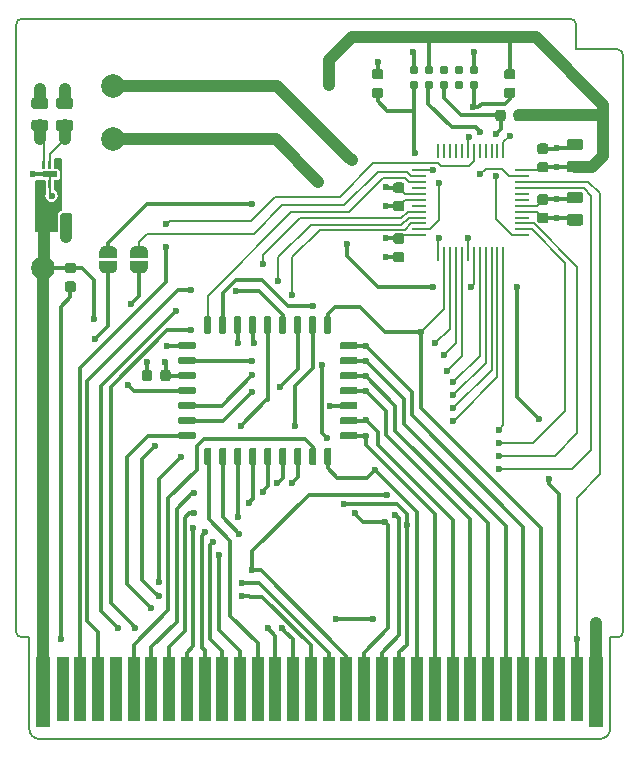
<source format=gbr>
G04 #@! TF.GenerationSoftware,KiCad,Pcbnew,5.1.5-52549c5~84~ubuntu19.10.1*
G04 #@! TF.CreationDate,2020-02-14T19:30:31+02:00*
G04 #@! TF.ProjectId,GB-CART256K-A,47422d43-4152-4543-9235-364b2d412e6b,v1.2*
G04 #@! TF.SameCoordinates,Original*
G04 #@! TF.FileFunction,Copper,L1,Top*
G04 #@! TF.FilePolarity,Positive*
%FSLAX46Y46*%
G04 Gerber Fmt 4.6, Leading zero omitted, Abs format (unit mm)*
G04 Created by KiCad (PCBNEW 5.1.5-52549c5~84~ubuntu19.10.1) date 2020-02-14 19:30:31*
%MOMM*%
%LPD*%
G04 APERTURE LIST*
%ADD10C,0.150000*%
%ADD11C,0.787400*%
%ADD12C,0.100000*%
%ADD13R,1.000000X5.500000*%
%ADD14R,1.300000X6.000000*%
%ADD15R,1.260000X0.500000*%
%ADD16R,0.250000X1.300000*%
%ADD17R,1.300000X0.250000*%
%ADD18C,2.000000*%
%ADD19C,0.600000*%
%ADD20C,0.200000*%
%ADD21C,0.320000*%
%ADD22C,1.000000*%
G04 APERTURE END LIST*
D10*
X74800000Y-91400000D02*
G75*
G02X74300000Y-90900000I0J500000D01*
G01*
X74300000Y-39500000D02*
G75*
G02X74800000Y-39000000I500000J0D01*
G01*
X121200000Y-39000000D02*
G75*
G02X121700000Y-39500000I0J-500000D01*
G01*
X125200000Y-41600000D02*
G75*
G02X125700000Y-42100000I0J-500000D01*
G01*
X125700000Y-90900000D02*
G75*
G02X125200000Y-91400000I-500000J0D01*
G01*
X76300000Y-100000000D02*
G75*
G02X75400000Y-99100000I0J900000D01*
G01*
X124600000Y-99100000D02*
G75*
G02X123700000Y-100000000I-900000J0D01*
G01*
X121700000Y-39500000D02*
X121700000Y-41600000D01*
X74800000Y-39000000D02*
X121200000Y-39000000D01*
X125200000Y-41600000D02*
X121700000Y-41600000D01*
X74300000Y-90900000D02*
X74300000Y-39500000D01*
X75400000Y-91400000D02*
X74800000Y-91400000D01*
X75400000Y-99100000D02*
X75400000Y-91400000D01*
X125700000Y-90900000D02*
X125700000Y-42100000D01*
X124600000Y-91400000D02*
X125200000Y-91400000D01*
X124600000Y-99100000D02*
X124600000Y-91400000D01*
X76300000Y-100000000D02*
X123700000Y-100000000D01*
D11*
X107960000Y-43365000D03*
X109230000Y-43365000D03*
X110500000Y-43365000D03*
X111770000Y-43365000D03*
X113040000Y-43365000D03*
X113040000Y-44635000D03*
X111770000Y-44635000D03*
X110500000Y-44635000D03*
X109230000Y-44635000D03*
X107960000Y-44635000D03*
G04 #@! TA.AperFunction,SMDPad,CuDef*
D12*
G36*
X85615423Y-68732013D02*
G01*
X85636658Y-68735163D01*
X85657482Y-68740379D01*
X85677694Y-68747611D01*
X85697100Y-68756790D01*
X85715513Y-68767826D01*
X85732756Y-68780614D01*
X85748662Y-68795030D01*
X85763078Y-68810936D01*
X85775866Y-68828179D01*
X85786902Y-68846592D01*
X85796081Y-68865998D01*
X85803313Y-68886210D01*
X85808529Y-68907034D01*
X85811679Y-68928269D01*
X85812732Y-68949710D01*
X85812732Y-69462210D01*
X85811679Y-69483651D01*
X85808529Y-69504886D01*
X85803313Y-69525710D01*
X85796081Y-69545922D01*
X85786902Y-69565328D01*
X85775866Y-69583741D01*
X85763078Y-69600984D01*
X85748662Y-69616890D01*
X85732756Y-69631306D01*
X85715513Y-69644094D01*
X85697100Y-69655130D01*
X85677694Y-69664309D01*
X85657482Y-69671541D01*
X85636658Y-69676757D01*
X85615423Y-69679907D01*
X85593982Y-69680960D01*
X85156482Y-69680960D01*
X85135041Y-69679907D01*
X85113806Y-69676757D01*
X85092982Y-69671541D01*
X85072770Y-69664309D01*
X85053364Y-69655130D01*
X85034951Y-69644094D01*
X85017708Y-69631306D01*
X85001802Y-69616890D01*
X84987386Y-69600984D01*
X84974598Y-69583741D01*
X84963562Y-69565328D01*
X84954383Y-69545922D01*
X84947151Y-69525710D01*
X84941935Y-69504886D01*
X84938785Y-69483651D01*
X84937732Y-69462210D01*
X84937732Y-68949710D01*
X84938785Y-68928269D01*
X84941935Y-68907034D01*
X84947151Y-68886210D01*
X84954383Y-68865998D01*
X84963562Y-68846592D01*
X84974598Y-68828179D01*
X84987386Y-68810936D01*
X85001802Y-68795030D01*
X85017708Y-68780614D01*
X85034951Y-68767826D01*
X85053364Y-68756790D01*
X85072770Y-68747611D01*
X85092982Y-68740379D01*
X85113806Y-68735163D01*
X85135041Y-68732013D01*
X85156482Y-68730960D01*
X85593982Y-68730960D01*
X85615423Y-68732013D01*
G37*
G04 #@! TD.AperFunction*
G04 #@! TA.AperFunction,SMDPad,CuDef*
G36*
X87190423Y-68732013D02*
G01*
X87211658Y-68735163D01*
X87232482Y-68740379D01*
X87252694Y-68747611D01*
X87272100Y-68756790D01*
X87290513Y-68767826D01*
X87307756Y-68780614D01*
X87323662Y-68795030D01*
X87338078Y-68810936D01*
X87350866Y-68828179D01*
X87361902Y-68846592D01*
X87371081Y-68865998D01*
X87378313Y-68886210D01*
X87383529Y-68907034D01*
X87386679Y-68928269D01*
X87387732Y-68949710D01*
X87387732Y-69462210D01*
X87386679Y-69483651D01*
X87383529Y-69504886D01*
X87378313Y-69525710D01*
X87371081Y-69545922D01*
X87361902Y-69565328D01*
X87350866Y-69583741D01*
X87338078Y-69600984D01*
X87323662Y-69616890D01*
X87307756Y-69631306D01*
X87290513Y-69644094D01*
X87272100Y-69655130D01*
X87252694Y-69664309D01*
X87232482Y-69671541D01*
X87211658Y-69676757D01*
X87190423Y-69679907D01*
X87168982Y-69680960D01*
X86731482Y-69680960D01*
X86710041Y-69679907D01*
X86688806Y-69676757D01*
X86667982Y-69671541D01*
X86647770Y-69664309D01*
X86628364Y-69655130D01*
X86609951Y-69644094D01*
X86592708Y-69631306D01*
X86576802Y-69616890D01*
X86562386Y-69600984D01*
X86549598Y-69583741D01*
X86538562Y-69565328D01*
X86529383Y-69545922D01*
X86522151Y-69525710D01*
X86516935Y-69504886D01*
X86513785Y-69483651D01*
X86512732Y-69462210D01*
X86512732Y-68949710D01*
X86513785Y-68928269D01*
X86516935Y-68907034D01*
X86522151Y-68886210D01*
X86529383Y-68865998D01*
X86538562Y-68846592D01*
X86549598Y-68828179D01*
X86562386Y-68810936D01*
X86576802Y-68795030D01*
X86592708Y-68780614D01*
X86609951Y-68767826D01*
X86628364Y-68756790D01*
X86647770Y-68747611D01*
X86667982Y-68740379D01*
X86688806Y-68735163D01*
X86710041Y-68732013D01*
X86731482Y-68730960D01*
X87168982Y-68730960D01*
X87190423Y-68732013D01*
G37*
G04 #@! TD.AperFunction*
G04 #@! TA.AperFunction,SMDPad,CuDef*
G36*
X119177691Y-55451053D02*
G01*
X119198926Y-55454203D01*
X119219750Y-55459419D01*
X119239962Y-55466651D01*
X119259368Y-55475830D01*
X119277781Y-55486866D01*
X119295024Y-55499654D01*
X119310930Y-55514070D01*
X119325346Y-55529976D01*
X119338134Y-55547219D01*
X119349170Y-55565632D01*
X119358349Y-55585038D01*
X119365581Y-55605250D01*
X119370797Y-55626074D01*
X119373947Y-55647309D01*
X119375000Y-55668750D01*
X119375000Y-56106250D01*
X119373947Y-56127691D01*
X119370797Y-56148926D01*
X119365581Y-56169750D01*
X119358349Y-56189962D01*
X119349170Y-56209368D01*
X119338134Y-56227781D01*
X119325346Y-56245024D01*
X119310930Y-56260930D01*
X119295024Y-56275346D01*
X119277781Y-56288134D01*
X119259368Y-56299170D01*
X119239962Y-56308349D01*
X119219750Y-56315581D01*
X119198926Y-56320797D01*
X119177691Y-56323947D01*
X119156250Y-56325000D01*
X118643750Y-56325000D01*
X118622309Y-56323947D01*
X118601074Y-56320797D01*
X118580250Y-56315581D01*
X118560038Y-56308349D01*
X118540632Y-56299170D01*
X118522219Y-56288134D01*
X118504976Y-56275346D01*
X118489070Y-56260930D01*
X118474654Y-56245024D01*
X118461866Y-56227781D01*
X118450830Y-56209368D01*
X118441651Y-56189962D01*
X118434419Y-56169750D01*
X118429203Y-56148926D01*
X118426053Y-56127691D01*
X118425000Y-56106250D01*
X118425000Y-55668750D01*
X118426053Y-55647309D01*
X118429203Y-55626074D01*
X118434419Y-55605250D01*
X118441651Y-55585038D01*
X118450830Y-55565632D01*
X118461866Y-55547219D01*
X118474654Y-55529976D01*
X118489070Y-55514070D01*
X118504976Y-55499654D01*
X118522219Y-55486866D01*
X118540632Y-55475830D01*
X118560038Y-55466651D01*
X118580250Y-55459419D01*
X118601074Y-55454203D01*
X118622309Y-55451053D01*
X118643750Y-55450000D01*
X119156250Y-55450000D01*
X119177691Y-55451053D01*
G37*
G04 #@! TD.AperFunction*
G04 #@! TA.AperFunction,SMDPad,CuDef*
G36*
X119177691Y-53876053D02*
G01*
X119198926Y-53879203D01*
X119219750Y-53884419D01*
X119239962Y-53891651D01*
X119259368Y-53900830D01*
X119277781Y-53911866D01*
X119295024Y-53924654D01*
X119310930Y-53939070D01*
X119325346Y-53954976D01*
X119338134Y-53972219D01*
X119349170Y-53990632D01*
X119358349Y-54010038D01*
X119365581Y-54030250D01*
X119370797Y-54051074D01*
X119373947Y-54072309D01*
X119375000Y-54093750D01*
X119375000Y-54531250D01*
X119373947Y-54552691D01*
X119370797Y-54573926D01*
X119365581Y-54594750D01*
X119358349Y-54614962D01*
X119349170Y-54634368D01*
X119338134Y-54652781D01*
X119325346Y-54670024D01*
X119310930Y-54685930D01*
X119295024Y-54700346D01*
X119277781Y-54713134D01*
X119259368Y-54724170D01*
X119239962Y-54733349D01*
X119219750Y-54740581D01*
X119198926Y-54745797D01*
X119177691Y-54748947D01*
X119156250Y-54750000D01*
X118643750Y-54750000D01*
X118622309Y-54748947D01*
X118601074Y-54745797D01*
X118580250Y-54740581D01*
X118560038Y-54733349D01*
X118540632Y-54724170D01*
X118522219Y-54713134D01*
X118504976Y-54700346D01*
X118489070Y-54685930D01*
X118474654Y-54670024D01*
X118461866Y-54652781D01*
X118450830Y-54634368D01*
X118441651Y-54614962D01*
X118434419Y-54594750D01*
X118429203Y-54573926D01*
X118426053Y-54552691D01*
X118425000Y-54531250D01*
X118425000Y-54093750D01*
X118426053Y-54072309D01*
X118429203Y-54051074D01*
X118434419Y-54030250D01*
X118441651Y-54010038D01*
X118450830Y-53990632D01*
X118461866Y-53972219D01*
X118474654Y-53954976D01*
X118489070Y-53939070D01*
X118504976Y-53924654D01*
X118522219Y-53911866D01*
X118540632Y-53900830D01*
X118560038Y-53891651D01*
X118580250Y-53884419D01*
X118601074Y-53879203D01*
X118622309Y-53876053D01*
X118643750Y-53875000D01*
X119156250Y-53875000D01*
X119177691Y-53876053D01*
G37*
G04 #@! TD.AperFunction*
G04 #@! TA.AperFunction,SMDPad,CuDef*
G36*
X106977691Y-52876053D02*
G01*
X106998926Y-52879203D01*
X107019750Y-52884419D01*
X107039962Y-52891651D01*
X107059368Y-52900830D01*
X107077781Y-52911866D01*
X107095024Y-52924654D01*
X107110930Y-52939070D01*
X107125346Y-52954976D01*
X107138134Y-52972219D01*
X107149170Y-52990632D01*
X107158349Y-53010038D01*
X107165581Y-53030250D01*
X107170797Y-53051074D01*
X107173947Y-53072309D01*
X107175000Y-53093750D01*
X107175000Y-53531250D01*
X107173947Y-53552691D01*
X107170797Y-53573926D01*
X107165581Y-53594750D01*
X107158349Y-53614962D01*
X107149170Y-53634368D01*
X107138134Y-53652781D01*
X107125346Y-53670024D01*
X107110930Y-53685930D01*
X107095024Y-53700346D01*
X107077781Y-53713134D01*
X107059368Y-53724170D01*
X107039962Y-53733349D01*
X107019750Y-53740581D01*
X106998926Y-53745797D01*
X106977691Y-53748947D01*
X106956250Y-53750000D01*
X106443750Y-53750000D01*
X106422309Y-53748947D01*
X106401074Y-53745797D01*
X106380250Y-53740581D01*
X106360038Y-53733349D01*
X106340632Y-53724170D01*
X106322219Y-53713134D01*
X106304976Y-53700346D01*
X106289070Y-53685930D01*
X106274654Y-53670024D01*
X106261866Y-53652781D01*
X106250830Y-53634368D01*
X106241651Y-53614962D01*
X106234419Y-53594750D01*
X106229203Y-53573926D01*
X106226053Y-53552691D01*
X106225000Y-53531250D01*
X106225000Y-53093750D01*
X106226053Y-53072309D01*
X106229203Y-53051074D01*
X106234419Y-53030250D01*
X106241651Y-53010038D01*
X106250830Y-52990632D01*
X106261866Y-52972219D01*
X106274654Y-52954976D01*
X106289070Y-52939070D01*
X106304976Y-52924654D01*
X106322219Y-52911866D01*
X106340632Y-52900830D01*
X106360038Y-52891651D01*
X106380250Y-52884419D01*
X106401074Y-52879203D01*
X106422309Y-52876053D01*
X106443750Y-52875000D01*
X106956250Y-52875000D01*
X106977691Y-52876053D01*
G37*
G04 #@! TD.AperFunction*
G04 #@! TA.AperFunction,SMDPad,CuDef*
G36*
X106977691Y-54451053D02*
G01*
X106998926Y-54454203D01*
X107019750Y-54459419D01*
X107039962Y-54466651D01*
X107059368Y-54475830D01*
X107077781Y-54486866D01*
X107095024Y-54499654D01*
X107110930Y-54514070D01*
X107125346Y-54529976D01*
X107138134Y-54547219D01*
X107149170Y-54565632D01*
X107158349Y-54585038D01*
X107165581Y-54605250D01*
X107170797Y-54626074D01*
X107173947Y-54647309D01*
X107175000Y-54668750D01*
X107175000Y-55106250D01*
X107173947Y-55127691D01*
X107170797Y-55148926D01*
X107165581Y-55169750D01*
X107158349Y-55189962D01*
X107149170Y-55209368D01*
X107138134Y-55227781D01*
X107125346Y-55245024D01*
X107110930Y-55260930D01*
X107095024Y-55275346D01*
X107077781Y-55288134D01*
X107059368Y-55299170D01*
X107039962Y-55308349D01*
X107019750Y-55315581D01*
X106998926Y-55320797D01*
X106977691Y-55323947D01*
X106956250Y-55325000D01*
X106443750Y-55325000D01*
X106422309Y-55323947D01*
X106401074Y-55320797D01*
X106380250Y-55315581D01*
X106360038Y-55308349D01*
X106340632Y-55299170D01*
X106322219Y-55288134D01*
X106304976Y-55275346D01*
X106289070Y-55260930D01*
X106274654Y-55245024D01*
X106261866Y-55227781D01*
X106250830Y-55209368D01*
X106241651Y-55189962D01*
X106234419Y-55169750D01*
X106229203Y-55148926D01*
X106226053Y-55127691D01*
X106225000Y-55106250D01*
X106225000Y-54668750D01*
X106226053Y-54647309D01*
X106229203Y-54626074D01*
X106234419Y-54605250D01*
X106241651Y-54585038D01*
X106250830Y-54565632D01*
X106261866Y-54547219D01*
X106274654Y-54529976D01*
X106289070Y-54514070D01*
X106304976Y-54499654D01*
X106322219Y-54486866D01*
X106340632Y-54475830D01*
X106360038Y-54466651D01*
X106380250Y-54459419D01*
X106401074Y-54454203D01*
X106422309Y-54451053D01*
X106443750Y-54450000D01*
X106956250Y-54450000D01*
X106977691Y-54451053D01*
G37*
G04 #@! TD.AperFunction*
G04 #@! TA.AperFunction,SMDPad,CuDef*
G36*
X106977691Y-58751053D02*
G01*
X106998926Y-58754203D01*
X107019750Y-58759419D01*
X107039962Y-58766651D01*
X107059368Y-58775830D01*
X107077781Y-58786866D01*
X107095024Y-58799654D01*
X107110930Y-58814070D01*
X107125346Y-58829976D01*
X107138134Y-58847219D01*
X107149170Y-58865632D01*
X107158349Y-58885038D01*
X107165581Y-58905250D01*
X107170797Y-58926074D01*
X107173947Y-58947309D01*
X107175000Y-58968750D01*
X107175000Y-59406250D01*
X107173947Y-59427691D01*
X107170797Y-59448926D01*
X107165581Y-59469750D01*
X107158349Y-59489962D01*
X107149170Y-59509368D01*
X107138134Y-59527781D01*
X107125346Y-59545024D01*
X107110930Y-59560930D01*
X107095024Y-59575346D01*
X107077781Y-59588134D01*
X107059368Y-59599170D01*
X107039962Y-59608349D01*
X107019750Y-59615581D01*
X106998926Y-59620797D01*
X106977691Y-59623947D01*
X106956250Y-59625000D01*
X106443750Y-59625000D01*
X106422309Y-59623947D01*
X106401074Y-59620797D01*
X106380250Y-59615581D01*
X106360038Y-59608349D01*
X106340632Y-59599170D01*
X106322219Y-59588134D01*
X106304976Y-59575346D01*
X106289070Y-59560930D01*
X106274654Y-59545024D01*
X106261866Y-59527781D01*
X106250830Y-59509368D01*
X106241651Y-59489962D01*
X106234419Y-59469750D01*
X106229203Y-59448926D01*
X106226053Y-59427691D01*
X106225000Y-59406250D01*
X106225000Y-58968750D01*
X106226053Y-58947309D01*
X106229203Y-58926074D01*
X106234419Y-58905250D01*
X106241651Y-58885038D01*
X106250830Y-58865632D01*
X106261866Y-58847219D01*
X106274654Y-58829976D01*
X106289070Y-58814070D01*
X106304976Y-58799654D01*
X106322219Y-58786866D01*
X106340632Y-58775830D01*
X106360038Y-58766651D01*
X106380250Y-58759419D01*
X106401074Y-58754203D01*
X106422309Y-58751053D01*
X106443750Y-58750000D01*
X106956250Y-58750000D01*
X106977691Y-58751053D01*
G37*
G04 #@! TD.AperFunction*
G04 #@! TA.AperFunction,SMDPad,CuDef*
G36*
X106977691Y-57176053D02*
G01*
X106998926Y-57179203D01*
X107019750Y-57184419D01*
X107039962Y-57191651D01*
X107059368Y-57200830D01*
X107077781Y-57211866D01*
X107095024Y-57224654D01*
X107110930Y-57239070D01*
X107125346Y-57254976D01*
X107138134Y-57272219D01*
X107149170Y-57290632D01*
X107158349Y-57310038D01*
X107165581Y-57330250D01*
X107170797Y-57351074D01*
X107173947Y-57372309D01*
X107175000Y-57393750D01*
X107175000Y-57831250D01*
X107173947Y-57852691D01*
X107170797Y-57873926D01*
X107165581Y-57894750D01*
X107158349Y-57914962D01*
X107149170Y-57934368D01*
X107138134Y-57952781D01*
X107125346Y-57970024D01*
X107110930Y-57985930D01*
X107095024Y-58000346D01*
X107077781Y-58013134D01*
X107059368Y-58024170D01*
X107039962Y-58033349D01*
X107019750Y-58040581D01*
X106998926Y-58045797D01*
X106977691Y-58048947D01*
X106956250Y-58050000D01*
X106443750Y-58050000D01*
X106422309Y-58048947D01*
X106401074Y-58045797D01*
X106380250Y-58040581D01*
X106360038Y-58033349D01*
X106340632Y-58024170D01*
X106322219Y-58013134D01*
X106304976Y-58000346D01*
X106289070Y-57985930D01*
X106274654Y-57970024D01*
X106261866Y-57952781D01*
X106250830Y-57934368D01*
X106241651Y-57914962D01*
X106234419Y-57894750D01*
X106229203Y-57873926D01*
X106226053Y-57852691D01*
X106225000Y-57831250D01*
X106225000Y-57393750D01*
X106226053Y-57372309D01*
X106229203Y-57351074D01*
X106234419Y-57330250D01*
X106241651Y-57310038D01*
X106250830Y-57290632D01*
X106261866Y-57272219D01*
X106274654Y-57254976D01*
X106289070Y-57239070D01*
X106304976Y-57224654D01*
X106322219Y-57211866D01*
X106340632Y-57200830D01*
X106360038Y-57191651D01*
X106380250Y-57184419D01*
X106401074Y-57179203D01*
X106422309Y-57176053D01*
X106443750Y-57175000D01*
X106956250Y-57175000D01*
X106977691Y-57176053D01*
G37*
G04 #@! TD.AperFunction*
G04 #@! TA.AperFunction,SMDPad,CuDef*
G36*
X119177691Y-49576053D02*
G01*
X119198926Y-49579203D01*
X119219750Y-49584419D01*
X119239962Y-49591651D01*
X119259368Y-49600830D01*
X119277781Y-49611866D01*
X119295024Y-49624654D01*
X119310930Y-49639070D01*
X119325346Y-49654976D01*
X119338134Y-49672219D01*
X119349170Y-49690632D01*
X119358349Y-49710038D01*
X119365581Y-49730250D01*
X119370797Y-49751074D01*
X119373947Y-49772309D01*
X119375000Y-49793750D01*
X119375000Y-50231250D01*
X119373947Y-50252691D01*
X119370797Y-50273926D01*
X119365581Y-50294750D01*
X119358349Y-50314962D01*
X119349170Y-50334368D01*
X119338134Y-50352781D01*
X119325346Y-50370024D01*
X119310930Y-50385930D01*
X119295024Y-50400346D01*
X119277781Y-50413134D01*
X119259368Y-50424170D01*
X119239962Y-50433349D01*
X119219750Y-50440581D01*
X119198926Y-50445797D01*
X119177691Y-50448947D01*
X119156250Y-50450000D01*
X118643750Y-50450000D01*
X118622309Y-50448947D01*
X118601074Y-50445797D01*
X118580250Y-50440581D01*
X118560038Y-50433349D01*
X118540632Y-50424170D01*
X118522219Y-50413134D01*
X118504976Y-50400346D01*
X118489070Y-50385930D01*
X118474654Y-50370024D01*
X118461866Y-50352781D01*
X118450830Y-50334368D01*
X118441651Y-50314962D01*
X118434419Y-50294750D01*
X118429203Y-50273926D01*
X118426053Y-50252691D01*
X118425000Y-50231250D01*
X118425000Y-49793750D01*
X118426053Y-49772309D01*
X118429203Y-49751074D01*
X118434419Y-49730250D01*
X118441651Y-49710038D01*
X118450830Y-49690632D01*
X118461866Y-49672219D01*
X118474654Y-49654976D01*
X118489070Y-49639070D01*
X118504976Y-49624654D01*
X118522219Y-49611866D01*
X118540632Y-49600830D01*
X118560038Y-49591651D01*
X118580250Y-49584419D01*
X118601074Y-49579203D01*
X118622309Y-49576053D01*
X118643750Y-49575000D01*
X119156250Y-49575000D01*
X119177691Y-49576053D01*
G37*
G04 #@! TD.AperFunction*
G04 #@! TA.AperFunction,SMDPad,CuDef*
G36*
X119177691Y-51151053D02*
G01*
X119198926Y-51154203D01*
X119219750Y-51159419D01*
X119239962Y-51166651D01*
X119259368Y-51175830D01*
X119277781Y-51186866D01*
X119295024Y-51199654D01*
X119310930Y-51214070D01*
X119325346Y-51229976D01*
X119338134Y-51247219D01*
X119349170Y-51265632D01*
X119358349Y-51285038D01*
X119365581Y-51305250D01*
X119370797Y-51326074D01*
X119373947Y-51347309D01*
X119375000Y-51368750D01*
X119375000Y-51806250D01*
X119373947Y-51827691D01*
X119370797Y-51848926D01*
X119365581Y-51869750D01*
X119358349Y-51889962D01*
X119349170Y-51909368D01*
X119338134Y-51927781D01*
X119325346Y-51945024D01*
X119310930Y-51960930D01*
X119295024Y-51975346D01*
X119277781Y-51988134D01*
X119259368Y-51999170D01*
X119239962Y-52008349D01*
X119219750Y-52015581D01*
X119198926Y-52020797D01*
X119177691Y-52023947D01*
X119156250Y-52025000D01*
X118643750Y-52025000D01*
X118622309Y-52023947D01*
X118601074Y-52020797D01*
X118580250Y-52015581D01*
X118560038Y-52008349D01*
X118540632Y-51999170D01*
X118522219Y-51988134D01*
X118504976Y-51975346D01*
X118489070Y-51960930D01*
X118474654Y-51945024D01*
X118461866Y-51927781D01*
X118450830Y-51909368D01*
X118441651Y-51889962D01*
X118434419Y-51869750D01*
X118429203Y-51848926D01*
X118426053Y-51827691D01*
X118425000Y-51806250D01*
X118425000Y-51368750D01*
X118426053Y-51347309D01*
X118429203Y-51326074D01*
X118434419Y-51305250D01*
X118441651Y-51285038D01*
X118450830Y-51265632D01*
X118461866Y-51247219D01*
X118474654Y-51229976D01*
X118489070Y-51214070D01*
X118504976Y-51199654D01*
X118522219Y-51186866D01*
X118540632Y-51175830D01*
X118560038Y-51166651D01*
X118580250Y-51159419D01*
X118601074Y-51154203D01*
X118622309Y-51151053D01*
X118643750Y-51150000D01*
X119156250Y-51150000D01*
X119177691Y-51151053D01*
G37*
G04 #@! TD.AperFunction*
G04 #@! TA.AperFunction,SMDPad,CuDef*
G36*
X78880142Y-45676174D02*
G01*
X78903803Y-45679684D01*
X78927007Y-45685496D01*
X78949529Y-45693554D01*
X78971153Y-45703782D01*
X78991670Y-45716079D01*
X79010883Y-45730329D01*
X79028607Y-45746393D01*
X79044671Y-45764117D01*
X79058921Y-45783330D01*
X79071218Y-45803847D01*
X79081446Y-45825471D01*
X79089504Y-45847993D01*
X79095316Y-45871197D01*
X79098826Y-45894858D01*
X79100000Y-45918750D01*
X79100000Y-46406250D01*
X79098826Y-46430142D01*
X79095316Y-46453803D01*
X79089504Y-46477007D01*
X79081446Y-46499529D01*
X79071218Y-46521153D01*
X79058921Y-46541670D01*
X79044671Y-46560883D01*
X79028607Y-46578607D01*
X79010883Y-46594671D01*
X78991670Y-46608921D01*
X78971153Y-46621218D01*
X78949529Y-46631446D01*
X78927007Y-46639504D01*
X78903803Y-46645316D01*
X78880142Y-46648826D01*
X78856250Y-46650000D01*
X77943750Y-46650000D01*
X77919858Y-46648826D01*
X77896197Y-46645316D01*
X77872993Y-46639504D01*
X77850471Y-46631446D01*
X77828847Y-46621218D01*
X77808330Y-46608921D01*
X77789117Y-46594671D01*
X77771393Y-46578607D01*
X77755329Y-46560883D01*
X77741079Y-46541670D01*
X77728782Y-46521153D01*
X77718554Y-46499529D01*
X77710496Y-46477007D01*
X77704684Y-46453803D01*
X77701174Y-46430142D01*
X77700000Y-46406250D01*
X77700000Y-45918750D01*
X77701174Y-45894858D01*
X77704684Y-45871197D01*
X77710496Y-45847993D01*
X77718554Y-45825471D01*
X77728782Y-45803847D01*
X77741079Y-45783330D01*
X77755329Y-45764117D01*
X77771393Y-45746393D01*
X77789117Y-45730329D01*
X77808330Y-45716079D01*
X77828847Y-45703782D01*
X77850471Y-45693554D01*
X77872993Y-45685496D01*
X77896197Y-45679684D01*
X77919858Y-45676174D01*
X77943750Y-45675000D01*
X78856250Y-45675000D01*
X78880142Y-45676174D01*
G37*
G04 #@! TD.AperFunction*
G04 #@! TA.AperFunction,SMDPad,CuDef*
G36*
X78880142Y-47551174D02*
G01*
X78903803Y-47554684D01*
X78927007Y-47560496D01*
X78949529Y-47568554D01*
X78971153Y-47578782D01*
X78991670Y-47591079D01*
X79010883Y-47605329D01*
X79028607Y-47621393D01*
X79044671Y-47639117D01*
X79058921Y-47658330D01*
X79071218Y-47678847D01*
X79081446Y-47700471D01*
X79089504Y-47722993D01*
X79095316Y-47746197D01*
X79098826Y-47769858D01*
X79100000Y-47793750D01*
X79100000Y-48281250D01*
X79098826Y-48305142D01*
X79095316Y-48328803D01*
X79089504Y-48352007D01*
X79081446Y-48374529D01*
X79071218Y-48396153D01*
X79058921Y-48416670D01*
X79044671Y-48435883D01*
X79028607Y-48453607D01*
X79010883Y-48469671D01*
X78991670Y-48483921D01*
X78971153Y-48496218D01*
X78949529Y-48506446D01*
X78927007Y-48514504D01*
X78903803Y-48520316D01*
X78880142Y-48523826D01*
X78856250Y-48525000D01*
X77943750Y-48525000D01*
X77919858Y-48523826D01*
X77896197Y-48520316D01*
X77872993Y-48514504D01*
X77850471Y-48506446D01*
X77828847Y-48496218D01*
X77808330Y-48483921D01*
X77789117Y-48469671D01*
X77771393Y-48453607D01*
X77755329Y-48435883D01*
X77741079Y-48416670D01*
X77728782Y-48396153D01*
X77718554Y-48374529D01*
X77710496Y-48352007D01*
X77704684Y-48328803D01*
X77701174Y-48305142D01*
X77700000Y-48281250D01*
X77700000Y-47793750D01*
X77701174Y-47769858D01*
X77704684Y-47746197D01*
X77710496Y-47722993D01*
X77718554Y-47700471D01*
X77728782Y-47678847D01*
X77741079Y-47658330D01*
X77755329Y-47639117D01*
X77771393Y-47621393D01*
X77789117Y-47605329D01*
X77808330Y-47591079D01*
X77828847Y-47578782D01*
X77850471Y-47568554D01*
X77872993Y-47560496D01*
X77896197Y-47554684D01*
X77919858Y-47551174D01*
X77943750Y-47550000D01*
X78856250Y-47550000D01*
X78880142Y-47551174D01*
G37*
G04 #@! TD.AperFunction*
G04 #@! TA.AperFunction,SMDPad,CuDef*
G36*
X76780142Y-45676174D02*
G01*
X76803803Y-45679684D01*
X76827007Y-45685496D01*
X76849529Y-45693554D01*
X76871153Y-45703782D01*
X76891670Y-45716079D01*
X76910883Y-45730329D01*
X76928607Y-45746393D01*
X76944671Y-45764117D01*
X76958921Y-45783330D01*
X76971218Y-45803847D01*
X76981446Y-45825471D01*
X76989504Y-45847993D01*
X76995316Y-45871197D01*
X76998826Y-45894858D01*
X77000000Y-45918750D01*
X77000000Y-46406250D01*
X76998826Y-46430142D01*
X76995316Y-46453803D01*
X76989504Y-46477007D01*
X76981446Y-46499529D01*
X76971218Y-46521153D01*
X76958921Y-46541670D01*
X76944671Y-46560883D01*
X76928607Y-46578607D01*
X76910883Y-46594671D01*
X76891670Y-46608921D01*
X76871153Y-46621218D01*
X76849529Y-46631446D01*
X76827007Y-46639504D01*
X76803803Y-46645316D01*
X76780142Y-46648826D01*
X76756250Y-46650000D01*
X75843750Y-46650000D01*
X75819858Y-46648826D01*
X75796197Y-46645316D01*
X75772993Y-46639504D01*
X75750471Y-46631446D01*
X75728847Y-46621218D01*
X75708330Y-46608921D01*
X75689117Y-46594671D01*
X75671393Y-46578607D01*
X75655329Y-46560883D01*
X75641079Y-46541670D01*
X75628782Y-46521153D01*
X75618554Y-46499529D01*
X75610496Y-46477007D01*
X75604684Y-46453803D01*
X75601174Y-46430142D01*
X75600000Y-46406250D01*
X75600000Y-45918750D01*
X75601174Y-45894858D01*
X75604684Y-45871197D01*
X75610496Y-45847993D01*
X75618554Y-45825471D01*
X75628782Y-45803847D01*
X75641079Y-45783330D01*
X75655329Y-45764117D01*
X75671393Y-45746393D01*
X75689117Y-45730329D01*
X75708330Y-45716079D01*
X75728847Y-45703782D01*
X75750471Y-45693554D01*
X75772993Y-45685496D01*
X75796197Y-45679684D01*
X75819858Y-45676174D01*
X75843750Y-45675000D01*
X76756250Y-45675000D01*
X76780142Y-45676174D01*
G37*
G04 #@! TD.AperFunction*
G04 #@! TA.AperFunction,SMDPad,CuDef*
G36*
X76780142Y-47551174D02*
G01*
X76803803Y-47554684D01*
X76827007Y-47560496D01*
X76849529Y-47568554D01*
X76871153Y-47578782D01*
X76891670Y-47591079D01*
X76910883Y-47605329D01*
X76928607Y-47621393D01*
X76944671Y-47639117D01*
X76958921Y-47658330D01*
X76971218Y-47678847D01*
X76981446Y-47700471D01*
X76989504Y-47722993D01*
X76995316Y-47746197D01*
X76998826Y-47769858D01*
X77000000Y-47793750D01*
X77000000Y-48281250D01*
X76998826Y-48305142D01*
X76995316Y-48328803D01*
X76989504Y-48352007D01*
X76981446Y-48374529D01*
X76971218Y-48396153D01*
X76958921Y-48416670D01*
X76944671Y-48435883D01*
X76928607Y-48453607D01*
X76910883Y-48469671D01*
X76891670Y-48483921D01*
X76871153Y-48496218D01*
X76849529Y-48506446D01*
X76827007Y-48514504D01*
X76803803Y-48520316D01*
X76780142Y-48523826D01*
X76756250Y-48525000D01*
X75843750Y-48525000D01*
X75819858Y-48523826D01*
X75796197Y-48520316D01*
X75772993Y-48514504D01*
X75750471Y-48506446D01*
X75728847Y-48496218D01*
X75708330Y-48483921D01*
X75689117Y-48469671D01*
X75671393Y-48453607D01*
X75655329Y-48435883D01*
X75641079Y-48416670D01*
X75628782Y-48396153D01*
X75618554Y-48374529D01*
X75610496Y-48352007D01*
X75604684Y-48328803D01*
X75601174Y-48305142D01*
X75600000Y-48281250D01*
X75600000Y-47793750D01*
X75601174Y-47769858D01*
X75604684Y-47746197D01*
X75610496Y-47722993D01*
X75618554Y-47700471D01*
X75628782Y-47678847D01*
X75641079Y-47658330D01*
X75655329Y-47639117D01*
X75671393Y-47621393D01*
X75689117Y-47605329D01*
X75708330Y-47591079D01*
X75728847Y-47578782D01*
X75750471Y-47568554D01*
X75772993Y-47560496D01*
X75796197Y-47554684D01*
X75819858Y-47551174D01*
X75843750Y-47550000D01*
X76756250Y-47550000D01*
X76780142Y-47551174D01*
G37*
G04 #@! TD.AperFunction*
G04 #@! TA.AperFunction,SMDPad,CuDef*
G36*
X122080142Y-55551174D02*
G01*
X122103803Y-55554684D01*
X122127007Y-55560496D01*
X122149529Y-55568554D01*
X122171153Y-55578782D01*
X122191670Y-55591079D01*
X122210883Y-55605329D01*
X122228607Y-55621393D01*
X122244671Y-55639117D01*
X122258921Y-55658330D01*
X122271218Y-55678847D01*
X122281446Y-55700471D01*
X122289504Y-55722993D01*
X122295316Y-55746197D01*
X122298826Y-55769858D01*
X122300000Y-55793750D01*
X122300000Y-56281250D01*
X122298826Y-56305142D01*
X122295316Y-56328803D01*
X122289504Y-56352007D01*
X122281446Y-56374529D01*
X122271218Y-56396153D01*
X122258921Y-56416670D01*
X122244671Y-56435883D01*
X122228607Y-56453607D01*
X122210883Y-56469671D01*
X122191670Y-56483921D01*
X122171153Y-56496218D01*
X122149529Y-56506446D01*
X122127007Y-56514504D01*
X122103803Y-56520316D01*
X122080142Y-56523826D01*
X122056250Y-56525000D01*
X121143750Y-56525000D01*
X121119858Y-56523826D01*
X121096197Y-56520316D01*
X121072993Y-56514504D01*
X121050471Y-56506446D01*
X121028847Y-56496218D01*
X121008330Y-56483921D01*
X120989117Y-56469671D01*
X120971393Y-56453607D01*
X120955329Y-56435883D01*
X120941079Y-56416670D01*
X120928782Y-56396153D01*
X120918554Y-56374529D01*
X120910496Y-56352007D01*
X120904684Y-56328803D01*
X120901174Y-56305142D01*
X120900000Y-56281250D01*
X120900000Y-55793750D01*
X120901174Y-55769858D01*
X120904684Y-55746197D01*
X120910496Y-55722993D01*
X120918554Y-55700471D01*
X120928782Y-55678847D01*
X120941079Y-55658330D01*
X120955329Y-55639117D01*
X120971393Y-55621393D01*
X120989117Y-55605329D01*
X121008330Y-55591079D01*
X121028847Y-55578782D01*
X121050471Y-55568554D01*
X121072993Y-55560496D01*
X121096197Y-55554684D01*
X121119858Y-55551174D01*
X121143750Y-55550000D01*
X122056250Y-55550000D01*
X122080142Y-55551174D01*
G37*
G04 #@! TD.AperFunction*
G04 #@! TA.AperFunction,SMDPad,CuDef*
G36*
X122080142Y-53676174D02*
G01*
X122103803Y-53679684D01*
X122127007Y-53685496D01*
X122149529Y-53693554D01*
X122171153Y-53703782D01*
X122191670Y-53716079D01*
X122210883Y-53730329D01*
X122228607Y-53746393D01*
X122244671Y-53764117D01*
X122258921Y-53783330D01*
X122271218Y-53803847D01*
X122281446Y-53825471D01*
X122289504Y-53847993D01*
X122295316Y-53871197D01*
X122298826Y-53894858D01*
X122300000Y-53918750D01*
X122300000Y-54406250D01*
X122298826Y-54430142D01*
X122295316Y-54453803D01*
X122289504Y-54477007D01*
X122281446Y-54499529D01*
X122271218Y-54521153D01*
X122258921Y-54541670D01*
X122244671Y-54560883D01*
X122228607Y-54578607D01*
X122210883Y-54594671D01*
X122191670Y-54608921D01*
X122171153Y-54621218D01*
X122149529Y-54631446D01*
X122127007Y-54639504D01*
X122103803Y-54645316D01*
X122080142Y-54648826D01*
X122056250Y-54650000D01*
X121143750Y-54650000D01*
X121119858Y-54648826D01*
X121096197Y-54645316D01*
X121072993Y-54639504D01*
X121050471Y-54631446D01*
X121028847Y-54621218D01*
X121008330Y-54608921D01*
X120989117Y-54594671D01*
X120971393Y-54578607D01*
X120955329Y-54560883D01*
X120941079Y-54541670D01*
X120928782Y-54521153D01*
X120918554Y-54499529D01*
X120910496Y-54477007D01*
X120904684Y-54453803D01*
X120901174Y-54430142D01*
X120900000Y-54406250D01*
X120900000Y-53918750D01*
X120901174Y-53894858D01*
X120904684Y-53871197D01*
X120910496Y-53847993D01*
X120918554Y-53825471D01*
X120928782Y-53803847D01*
X120941079Y-53783330D01*
X120955329Y-53764117D01*
X120971393Y-53746393D01*
X120989117Y-53730329D01*
X121008330Y-53716079D01*
X121028847Y-53703782D01*
X121050471Y-53693554D01*
X121072993Y-53685496D01*
X121096197Y-53679684D01*
X121119858Y-53676174D01*
X121143750Y-53675000D01*
X122056250Y-53675000D01*
X122080142Y-53676174D01*
G37*
G04 #@! TD.AperFunction*
G04 #@! TA.AperFunction,SMDPad,CuDef*
G36*
X122080142Y-49176174D02*
G01*
X122103803Y-49179684D01*
X122127007Y-49185496D01*
X122149529Y-49193554D01*
X122171153Y-49203782D01*
X122191670Y-49216079D01*
X122210883Y-49230329D01*
X122228607Y-49246393D01*
X122244671Y-49264117D01*
X122258921Y-49283330D01*
X122271218Y-49303847D01*
X122281446Y-49325471D01*
X122289504Y-49347993D01*
X122295316Y-49371197D01*
X122298826Y-49394858D01*
X122300000Y-49418750D01*
X122300000Y-49906250D01*
X122298826Y-49930142D01*
X122295316Y-49953803D01*
X122289504Y-49977007D01*
X122281446Y-49999529D01*
X122271218Y-50021153D01*
X122258921Y-50041670D01*
X122244671Y-50060883D01*
X122228607Y-50078607D01*
X122210883Y-50094671D01*
X122191670Y-50108921D01*
X122171153Y-50121218D01*
X122149529Y-50131446D01*
X122127007Y-50139504D01*
X122103803Y-50145316D01*
X122080142Y-50148826D01*
X122056250Y-50150000D01*
X121143750Y-50150000D01*
X121119858Y-50148826D01*
X121096197Y-50145316D01*
X121072993Y-50139504D01*
X121050471Y-50131446D01*
X121028847Y-50121218D01*
X121008330Y-50108921D01*
X120989117Y-50094671D01*
X120971393Y-50078607D01*
X120955329Y-50060883D01*
X120941079Y-50041670D01*
X120928782Y-50021153D01*
X120918554Y-49999529D01*
X120910496Y-49977007D01*
X120904684Y-49953803D01*
X120901174Y-49930142D01*
X120900000Y-49906250D01*
X120900000Y-49418750D01*
X120901174Y-49394858D01*
X120904684Y-49371197D01*
X120910496Y-49347993D01*
X120918554Y-49325471D01*
X120928782Y-49303847D01*
X120941079Y-49283330D01*
X120955329Y-49264117D01*
X120971393Y-49246393D01*
X120989117Y-49230329D01*
X121008330Y-49216079D01*
X121028847Y-49203782D01*
X121050471Y-49193554D01*
X121072993Y-49185496D01*
X121096197Y-49179684D01*
X121119858Y-49176174D01*
X121143750Y-49175000D01*
X122056250Y-49175000D01*
X122080142Y-49176174D01*
G37*
G04 #@! TD.AperFunction*
G04 #@! TA.AperFunction,SMDPad,CuDef*
G36*
X122080142Y-51051174D02*
G01*
X122103803Y-51054684D01*
X122127007Y-51060496D01*
X122149529Y-51068554D01*
X122171153Y-51078782D01*
X122191670Y-51091079D01*
X122210883Y-51105329D01*
X122228607Y-51121393D01*
X122244671Y-51139117D01*
X122258921Y-51158330D01*
X122271218Y-51178847D01*
X122281446Y-51200471D01*
X122289504Y-51222993D01*
X122295316Y-51246197D01*
X122298826Y-51269858D01*
X122300000Y-51293750D01*
X122300000Y-51781250D01*
X122298826Y-51805142D01*
X122295316Y-51828803D01*
X122289504Y-51852007D01*
X122281446Y-51874529D01*
X122271218Y-51896153D01*
X122258921Y-51916670D01*
X122244671Y-51935883D01*
X122228607Y-51953607D01*
X122210883Y-51969671D01*
X122191670Y-51983921D01*
X122171153Y-51996218D01*
X122149529Y-52006446D01*
X122127007Y-52014504D01*
X122103803Y-52020316D01*
X122080142Y-52023826D01*
X122056250Y-52025000D01*
X121143750Y-52025000D01*
X121119858Y-52023826D01*
X121096197Y-52020316D01*
X121072993Y-52014504D01*
X121050471Y-52006446D01*
X121028847Y-51996218D01*
X121008330Y-51983921D01*
X120989117Y-51969671D01*
X120971393Y-51953607D01*
X120955329Y-51935883D01*
X120941079Y-51916670D01*
X120928782Y-51896153D01*
X120918554Y-51874529D01*
X120910496Y-51852007D01*
X120904684Y-51828803D01*
X120901174Y-51805142D01*
X120900000Y-51781250D01*
X120900000Y-51293750D01*
X120901174Y-51269858D01*
X120904684Y-51246197D01*
X120910496Y-51222993D01*
X120918554Y-51200471D01*
X120928782Y-51178847D01*
X120941079Y-51158330D01*
X120955329Y-51139117D01*
X120971393Y-51121393D01*
X120989117Y-51105329D01*
X121008330Y-51091079D01*
X121028847Y-51078782D01*
X121050471Y-51068554D01*
X121072993Y-51060496D01*
X121096197Y-51054684D01*
X121119858Y-51051174D01*
X121143750Y-51050000D01*
X122056250Y-51050000D01*
X122080142Y-51051174D01*
G37*
G04 #@! TD.AperFunction*
G04 #@! TA.AperFunction,SMDPad,CuDef*
G36*
X78805142Y-55451174D02*
G01*
X78828803Y-55454684D01*
X78852007Y-55460496D01*
X78874529Y-55468554D01*
X78896153Y-55478782D01*
X78916670Y-55491079D01*
X78935883Y-55505329D01*
X78953607Y-55521393D01*
X78969671Y-55539117D01*
X78983921Y-55558330D01*
X78996218Y-55578847D01*
X79006446Y-55600471D01*
X79014504Y-55622993D01*
X79020316Y-55646197D01*
X79023826Y-55669858D01*
X79025000Y-55693750D01*
X79025000Y-56606250D01*
X79023826Y-56630142D01*
X79020316Y-56653803D01*
X79014504Y-56677007D01*
X79006446Y-56699529D01*
X78996218Y-56721153D01*
X78983921Y-56741670D01*
X78969671Y-56760883D01*
X78953607Y-56778607D01*
X78935883Y-56794671D01*
X78916670Y-56808921D01*
X78896153Y-56821218D01*
X78874529Y-56831446D01*
X78852007Y-56839504D01*
X78828803Y-56845316D01*
X78805142Y-56848826D01*
X78781250Y-56850000D01*
X78293750Y-56850000D01*
X78269858Y-56848826D01*
X78246197Y-56845316D01*
X78222993Y-56839504D01*
X78200471Y-56831446D01*
X78178847Y-56821218D01*
X78158330Y-56808921D01*
X78139117Y-56794671D01*
X78121393Y-56778607D01*
X78105329Y-56760883D01*
X78091079Y-56741670D01*
X78078782Y-56721153D01*
X78068554Y-56699529D01*
X78060496Y-56677007D01*
X78054684Y-56653803D01*
X78051174Y-56630142D01*
X78050000Y-56606250D01*
X78050000Y-55693750D01*
X78051174Y-55669858D01*
X78054684Y-55646197D01*
X78060496Y-55622993D01*
X78068554Y-55600471D01*
X78078782Y-55578847D01*
X78091079Y-55558330D01*
X78105329Y-55539117D01*
X78121393Y-55521393D01*
X78139117Y-55505329D01*
X78158330Y-55491079D01*
X78178847Y-55478782D01*
X78200471Y-55468554D01*
X78222993Y-55460496D01*
X78246197Y-55454684D01*
X78269858Y-55451174D01*
X78293750Y-55450000D01*
X78781250Y-55450000D01*
X78805142Y-55451174D01*
G37*
G04 #@! TD.AperFunction*
G04 #@! TA.AperFunction,SMDPad,CuDef*
G36*
X76930142Y-55451174D02*
G01*
X76953803Y-55454684D01*
X76977007Y-55460496D01*
X76999529Y-55468554D01*
X77021153Y-55478782D01*
X77041670Y-55491079D01*
X77060883Y-55505329D01*
X77078607Y-55521393D01*
X77094671Y-55539117D01*
X77108921Y-55558330D01*
X77121218Y-55578847D01*
X77131446Y-55600471D01*
X77139504Y-55622993D01*
X77145316Y-55646197D01*
X77148826Y-55669858D01*
X77150000Y-55693750D01*
X77150000Y-56606250D01*
X77148826Y-56630142D01*
X77145316Y-56653803D01*
X77139504Y-56677007D01*
X77131446Y-56699529D01*
X77121218Y-56721153D01*
X77108921Y-56741670D01*
X77094671Y-56760883D01*
X77078607Y-56778607D01*
X77060883Y-56794671D01*
X77041670Y-56808921D01*
X77021153Y-56821218D01*
X76999529Y-56831446D01*
X76977007Y-56839504D01*
X76953803Y-56845316D01*
X76930142Y-56848826D01*
X76906250Y-56850000D01*
X76418750Y-56850000D01*
X76394858Y-56848826D01*
X76371197Y-56845316D01*
X76347993Y-56839504D01*
X76325471Y-56831446D01*
X76303847Y-56821218D01*
X76283330Y-56808921D01*
X76264117Y-56794671D01*
X76246393Y-56778607D01*
X76230329Y-56760883D01*
X76216079Y-56741670D01*
X76203782Y-56721153D01*
X76193554Y-56699529D01*
X76185496Y-56677007D01*
X76179684Y-56653803D01*
X76176174Y-56630142D01*
X76175000Y-56606250D01*
X76175000Y-55693750D01*
X76176174Y-55669858D01*
X76179684Y-55646197D01*
X76185496Y-55622993D01*
X76193554Y-55600471D01*
X76203782Y-55578847D01*
X76216079Y-55558330D01*
X76230329Y-55539117D01*
X76246393Y-55521393D01*
X76264117Y-55505329D01*
X76283330Y-55491079D01*
X76303847Y-55478782D01*
X76325471Y-55468554D01*
X76347993Y-55460496D01*
X76371197Y-55454684D01*
X76394858Y-55451174D01*
X76418750Y-55450000D01*
X76906250Y-55450000D01*
X76930142Y-55451174D01*
G37*
G04 #@! TD.AperFunction*
D13*
X78250000Y-95750000D03*
D14*
X76600000Y-96000000D03*
D13*
X79750000Y-95750000D03*
X81250000Y-95750000D03*
X82750000Y-95750000D03*
X84250000Y-95750000D03*
X85750000Y-95750000D03*
X87250000Y-95750000D03*
X88750000Y-95750000D03*
X90250000Y-95750000D03*
X91750000Y-95750000D03*
X93250000Y-95750000D03*
X94750000Y-95750000D03*
X96250000Y-95750000D03*
X97750000Y-95750000D03*
X99250000Y-95750000D03*
X100750000Y-95750000D03*
X102250000Y-95750000D03*
X103750000Y-95750000D03*
X105250000Y-95750000D03*
X106750000Y-95750000D03*
X108250000Y-95750000D03*
X109750000Y-95750000D03*
X111250000Y-95750000D03*
X112750000Y-95750000D03*
X114250000Y-95750000D03*
X115750000Y-95750000D03*
X117250000Y-95750000D03*
X118750000Y-95750000D03*
X120250000Y-95750000D03*
X121750000Y-95750000D03*
D14*
X123400000Y-96000000D03*
G04 #@! TA.AperFunction,SMDPad,CuDef*
D12*
G36*
X82849398Y-60050000D02*
G01*
X82849398Y-60074534D01*
X82844588Y-60123365D01*
X82835016Y-60171490D01*
X82820772Y-60218445D01*
X82801995Y-60263778D01*
X82778864Y-60307051D01*
X82751604Y-60347850D01*
X82720476Y-60385779D01*
X82685779Y-60420476D01*
X82647850Y-60451604D01*
X82607051Y-60478864D01*
X82563778Y-60501995D01*
X82518445Y-60520772D01*
X82471490Y-60535016D01*
X82423365Y-60544588D01*
X82374534Y-60549398D01*
X82350000Y-60549398D01*
X82350000Y-60550000D01*
X81850000Y-60550000D01*
X81850000Y-60549398D01*
X81825466Y-60549398D01*
X81776635Y-60544588D01*
X81728510Y-60535016D01*
X81681555Y-60520772D01*
X81636222Y-60501995D01*
X81592949Y-60478864D01*
X81552150Y-60451604D01*
X81514221Y-60420476D01*
X81479524Y-60385779D01*
X81448396Y-60347850D01*
X81421136Y-60307051D01*
X81398005Y-60263778D01*
X81379228Y-60218445D01*
X81364984Y-60171490D01*
X81355412Y-60123365D01*
X81350602Y-60074534D01*
X81350602Y-60050000D01*
X81350000Y-60050000D01*
X81350000Y-59550000D01*
X82850000Y-59550000D01*
X82850000Y-60050000D01*
X82849398Y-60050000D01*
G37*
G04 #@! TD.AperFunction*
G04 #@! TA.AperFunction,SMDPad,CuDef*
G36*
X81350000Y-59250000D02*
G01*
X81350000Y-58750000D01*
X81350602Y-58750000D01*
X81350602Y-58725466D01*
X81355412Y-58676635D01*
X81364984Y-58628510D01*
X81379228Y-58581555D01*
X81398005Y-58536222D01*
X81421136Y-58492949D01*
X81448396Y-58452150D01*
X81479524Y-58414221D01*
X81514221Y-58379524D01*
X81552150Y-58348396D01*
X81592949Y-58321136D01*
X81636222Y-58298005D01*
X81681555Y-58279228D01*
X81728510Y-58264984D01*
X81776635Y-58255412D01*
X81825466Y-58250602D01*
X81850000Y-58250602D01*
X81850000Y-58250000D01*
X82350000Y-58250000D01*
X82350000Y-58250602D01*
X82374534Y-58250602D01*
X82423365Y-58255412D01*
X82471490Y-58264984D01*
X82518445Y-58279228D01*
X82563778Y-58298005D01*
X82607051Y-58321136D01*
X82647850Y-58348396D01*
X82685779Y-58379524D01*
X82720476Y-58414221D01*
X82751604Y-58452150D01*
X82778864Y-58492949D01*
X82801995Y-58536222D01*
X82820772Y-58581555D01*
X82835016Y-58628510D01*
X82844588Y-58676635D01*
X82849398Y-58725466D01*
X82849398Y-58750000D01*
X82850000Y-58750000D01*
X82850000Y-59250000D01*
X81350000Y-59250000D01*
G37*
G04 #@! TD.AperFunction*
G04 #@! TA.AperFunction,SMDPad,CuDef*
G36*
X85449398Y-60050000D02*
G01*
X85449398Y-60074534D01*
X85444588Y-60123365D01*
X85435016Y-60171490D01*
X85420772Y-60218445D01*
X85401995Y-60263778D01*
X85378864Y-60307051D01*
X85351604Y-60347850D01*
X85320476Y-60385779D01*
X85285779Y-60420476D01*
X85247850Y-60451604D01*
X85207051Y-60478864D01*
X85163778Y-60501995D01*
X85118445Y-60520772D01*
X85071490Y-60535016D01*
X85023365Y-60544588D01*
X84974534Y-60549398D01*
X84950000Y-60549398D01*
X84950000Y-60550000D01*
X84450000Y-60550000D01*
X84450000Y-60549398D01*
X84425466Y-60549398D01*
X84376635Y-60544588D01*
X84328510Y-60535016D01*
X84281555Y-60520772D01*
X84236222Y-60501995D01*
X84192949Y-60478864D01*
X84152150Y-60451604D01*
X84114221Y-60420476D01*
X84079524Y-60385779D01*
X84048396Y-60347850D01*
X84021136Y-60307051D01*
X83998005Y-60263778D01*
X83979228Y-60218445D01*
X83964984Y-60171490D01*
X83955412Y-60123365D01*
X83950602Y-60074534D01*
X83950602Y-60050000D01*
X83950000Y-60050000D01*
X83950000Y-59550000D01*
X85450000Y-59550000D01*
X85450000Y-60050000D01*
X85449398Y-60050000D01*
G37*
G04 #@! TD.AperFunction*
G04 #@! TA.AperFunction,SMDPad,CuDef*
G36*
X83950000Y-59250000D02*
G01*
X83950000Y-58750000D01*
X83950602Y-58750000D01*
X83950602Y-58725466D01*
X83955412Y-58676635D01*
X83964984Y-58628510D01*
X83979228Y-58581555D01*
X83998005Y-58536222D01*
X84021136Y-58492949D01*
X84048396Y-58452150D01*
X84079524Y-58414221D01*
X84114221Y-58379524D01*
X84152150Y-58348396D01*
X84192949Y-58321136D01*
X84236222Y-58298005D01*
X84281555Y-58279228D01*
X84328510Y-58264984D01*
X84376635Y-58255412D01*
X84425466Y-58250602D01*
X84450000Y-58250602D01*
X84450000Y-58250000D01*
X84950000Y-58250000D01*
X84950000Y-58250602D01*
X84974534Y-58250602D01*
X85023365Y-58255412D01*
X85071490Y-58264984D01*
X85118445Y-58279228D01*
X85163778Y-58298005D01*
X85207051Y-58321136D01*
X85247850Y-58348396D01*
X85285779Y-58379524D01*
X85320476Y-58414221D01*
X85351604Y-58452150D01*
X85378864Y-58492949D01*
X85401995Y-58536222D01*
X85420772Y-58581555D01*
X85435016Y-58628510D01*
X85444588Y-58676635D01*
X85449398Y-58725466D01*
X85449398Y-58750000D01*
X85450000Y-58750000D01*
X85450000Y-59250000D01*
X83950000Y-59250000D01*
G37*
G04 #@! TD.AperFunction*
D15*
X77150000Y-52200000D03*
G04 #@! TA.AperFunction,SMDPad,CuDef*
D12*
G36*
X76718626Y-51050301D02*
G01*
X76724693Y-51051201D01*
X76730643Y-51052691D01*
X76736418Y-51054758D01*
X76741962Y-51057380D01*
X76747223Y-51060533D01*
X76752150Y-51064187D01*
X76756694Y-51068306D01*
X76760813Y-51072850D01*
X76764467Y-51077777D01*
X76767620Y-51083038D01*
X76770242Y-51088582D01*
X76772309Y-51094357D01*
X76773799Y-51100307D01*
X76774699Y-51106374D01*
X76775000Y-51112500D01*
X76775000Y-51687500D01*
X76774699Y-51693626D01*
X76773799Y-51699693D01*
X76772309Y-51705643D01*
X76770242Y-51711418D01*
X76767620Y-51716962D01*
X76764467Y-51722223D01*
X76760813Y-51727150D01*
X76756694Y-51731694D01*
X76752150Y-51735813D01*
X76747223Y-51739467D01*
X76741962Y-51742620D01*
X76736418Y-51745242D01*
X76730643Y-51747309D01*
X76724693Y-51748799D01*
X76718626Y-51749699D01*
X76712500Y-51750000D01*
X76587500Y-51750000D01*
X76581374Y-51749699D01*
X76575307Y-51748799D01*
X76569357Y-51747309D01*
X76563582Y-51745242D01*
X76558038Y-51742620D01*
X76552777Y-51739467D01*
X76547850Y-51735813D01*
X76543306Y-51731694D01*
X76539187Y-51727150D01*
X76535533Y-51722223D01*
X76532380Y-51716962D01*
X76529758Y-51711418D01*
X76527691Y-51705643D01*
X76526201Y-51699693D01*
X76525301Y-51693626D01*
X76525000Y-51687500D01*
X76525000Y-51112500D01*
X76525301Y-51106374D01*
X76526201Y-51100307D01*
X76527691Y-51094357D01*
X76529758Y-51088582D01*
X76532380Y-51083038D01*
X76535533Y-51077777D01*
X76539187Y-51072850D01*
X76543306Y-51068306D01*
X76547850Y-51064187D01*
X76552777Y-51060533D01*
X76558038Y-51057380D01*
X76563582Y-51054758D01*
X76569357Y-51052691D01*
X76575307Y-51051201D01*
X76581374Y-51050301D01*
X76587500Y-51050000D01*
X76712500Y-51050000D01*
X76718626Y-51050301D01*
G37*
G04 #@! TD.AperFunction*
G04 #@! TA.AperFunction,SMDPad,CuDef*
G36*
X77218626Y-51050301D02*
G01*
X77224693Y-51051201D01*
X77230643Y-51052691D01*
X77236418Y-51054758D01*
X77241962Y-51057380D01*
X77247223Y-51060533D01*
X77252150Y-51064187D01*
X77256694Y-51068306D01*
X77260813Y-51072850D01*
X77264467Y-51077777D01*
X77267620Y-51083038D01*
X77270242Y-51088582D01*
X77272309Y-51094357D01*
X77273799Y-51100307D01*
X77274699Y-51106374D01*
X77275000Y-51112500D01*
X77275000Y-51687500D01*
X77274699Y-51693626D01*
X77273799Y-51699693D01*
X77272309Y-51705643D01*
X77270242Y-51711418D01*
X77267620Y-51716962D01*
X77264467Y-51722223D01*
X77260813Y-51727150D01*
X77256694Y-51731694D01*
X77252150Y-51735813D01*
X77247223Y-51739467D01*
X77241962Y-51742620D01*
X77236418Y-51745242D01*
X77230643Y-51747309D01*
X77224693Y-51748799D01*
X77218626Y-51749699D01*
X77212500Y-51750000D01*
X77087500Y-51750000D01*
X77081374Y-51749699D01*
X77075307Y-51748799D01*
X77069357Y-51747309D01*
X77063582Y-51745242D01*
X77058038Y-51742620D01*
X77052777Y-51739467D01*
X77047850Y-51735813D01*
X77043306Y-51731694D01*
X77039187Y-51727150D01*
X77035533Y-51722223D01*
X77032380Y-51716962D01*
X77029758Y-51711418D01*
X77027691Y-51705643D01*
X77026201Y-51699693D01*
X77025301Y-51693626D01*
X77025000Y-51687500D01*
X77025000Y-51112500D01*
X77025301Y-51106374D01*
X77026201Y-51100307D01*
X77027691Y-51094357D01*
X77029758Y-51088582D01*
X77032380Y-51083038D01*
X77035533Y-51077777D01*
X77039187Y-51072850D01*
X77043306Y-51068306D01*
X77047850Y-51064187D01*
X77052777Y-51060533D01*
X77058038Y-51057380D01*
X77063582Y-51054758D01*
X77069357Y-51052691D01*
X77075307Y-51051201D01*
X77081374Y-51050301D01*
X77087500Y-51050000D01*
X77212500Y-51050000D01*
X77218626Y-51050301D01*
G37*
G04 #@! TD.AperFunction*
G04 #@! TA.AperFunction,SMDPad,CuDef*
G36*
X77718626Y-51050301D02*
G01*
X77724693Y-51051201D01*
X77730643Y-51052691D01*
X77736418Y-51054758D01*
X77741962Y-51057380D01*
X77747223Y-51060533D01*
X77752150Y-51064187D01*
X77756694Y-51068306D01*
X77760813Y-51072850D01*
X77764467Y-51077777D01*
X77767620Y-51083038D01*
X77770242Y-51088582D01*
X77772309Y-51094357D01*
X77773799Y-51100307D01*
X77774699Y-51106374D01*
X77775000Y-51112500D01*
X77775000Y-51687500D01*
X77774699Y-51693626D01*
X77773799Y-51699693D01*
X77772309Y-51705643D01*
X77770242Y-51711418D01*
X77767620Y-51716962D01*
X77764467Y-51722223D01*
X77760813Y-51727150D01*
X77756694Y-51731694D01*
X77752150Y-51735813D01*
X77747223Y-51739467D01*
X77741962Y-51742620D01*
X77736418Y-51745242D01*
X77730643Y-51747309D01*
X77724693Y-51748799D01*
X77718626Y-51749699D01*
X77712500Y-51750000D01*
X77587500Y-51750000D01*
X77581374Y-51749699D01*
X77575307Y-51748799D01*
X77569357Y-51747309D01*
X77563582Y-51745242D01*
X77558038Y-51742620D01*
X77552777Y-51739467D01*
X77547850Y-51735813D01*
X77543306Y-51731694D01*
X77539187Y-51727150D01*
X77535533Y-51722223D01*
X77532380Y-51716962D01*
X77529758Y-51711418D01*
X77527691Y-51705643D01*
X77526201Y-51699693D01*
X77525301Y-51693626D01*
X77525000Y-51687500D01*
X77525000Y-51112500D01*
X77525301Y-51106374D01*
X77526201Y-51100307D01*
X77527691Y-51094357D01*
X77529758Y-51088582D01*
X77532380Y-51083038D01*
X77535533Y-51077777D01*
X77539187Y-51072850D01*
X77543306Y-51068306D01*
X77547850Y-51064187D01*
X77552777Y-51060533D01*
X77558038Y-51057380D01*
X77563582Y-51054758D01*
X77569357Y-51052691D01*
X77575307Y-51051201D01*
X77581374Y-51050301D01*
X77587500Y-51050000D01*
X77712500Y-51050000D01*
X77718626Y-51050301D01*
G37*
G04 #@! TD.AperFunction*
G04 #@! TA.AperFunction,SMDPad,CuDef*
G36*
X77718626Y-52650301D02*
G01*
X77724693Y-52651201D01*
X77730643Y-52652691D01*
X77736418Y-52654758D01*
X77741962Y-52657380D01*
X77747223Y-52660533D01*
X77752150Y-52664187D01*
X77756694Y-52668306D01*
X77760813Y-52672850D01*
X77764467Y-52677777D01*
X77767620Y-52683038D01*
X77770242Y-52688582D01*
X77772309Y-52694357D01*
X77773799Y-52700307D01*
X77774699Y-52706374D01*
X77775000Y-52712500D01*
X77775000Y-53287500D01*
X77774699Y-53293626D01*
X77773799Y-53299693D01*
X77772309Y-53305643D01*
X77770242Y-53311418D01*
X77767620Y-53316962D01*
X77764467Y-53322223D01*
X77760813Y-53327150D01*
X77756694Y-53331694D01*
X77752150Y-53335813D01*
X77747223Y-53339467D01*
X77741962Y-53342620D01*
X77736418Y-53345242D01*
X77730643Y-53347309D01*
X77724693Y-53348799D01*
X77718626Y-53349699D01*
X77712500Y-53350000D01*
X77587500Y-53350000D01*
X77581374Y-53349699D01*
X77575307Y-53348799D01*
X77569357Y-53347309D01*
X77563582Y-53345242D01*
X77558038Y-53342620D01*
X77552777Y-53339467D01*
X77547850Y-53335813D01*
X77543306Y-53331694D01*
X77539187Y-53327150D01*
X77535533Y-53322223D01*
X77532380Y-53316962D01*
X77529758Y-53311418D01*
X77527691Y-53305643D01*
X77526201Y-53299693D01*
X77525301Y-53293626D01*
X77525000Y-53287500D01*
X77525000Y-52712500D01*
X77525301Y-52706374D01*
X77526201Y-52700307D01*
X77527691Y-52694357D01*
X77529758Y-52688582D01*
X77532380Y-52683038D01*
X77535533Y-52677777D01*
X77539187Y-52672850D01*
X77543306Y-52668306D01*
X77547850Y-52664187D01*
X77552777Y-52660533D01*
X77558038Y-52657380D01*
X77563582Y-52654758D01*
X77569357Y-52652691D01*
X77575307Y-52651201D01*
X77581374Y-52650301D01*
X77587500Y-52650000D01*
X77712500Y-52650000D01*
X77718626Y-52650301D01*
G37*
G04 #@! TD.AperFunction*
G04 #@! TA.AperFunction,SMDPad,CuDef*
G36*
X77218626Y-52650301D02*
G01*
X77224693Y-52651201D01*
X77230643Y-52652691D01*
X77236418Y-52654758D01*
X77241962Y-52657380D01*
X77247223Y-52660533D01*
X77252150Y-52664187D01*
X77256694Y-52668306D01*
X77260813Y-52672850D01*
X77264467Y-52677777D01*
X77267620Y-52683038D01*
X77270242Y-52688582D01*
X77272309Y-52694357D01*
X77273799Y-52700307D01*
X77274699Y-52706374D01*
X77275000Y-52712500D01*
X77275000Y-53287500D01*
X77274699Y-53293626D01*
X77273799Y-53299693D01*
X77272309Y-53305643D01*
X77270242Y-53311418D01*
X77267620Y-53316962D01*
X77264467Y-53322223D01*
X77260813Y-53327150D01*
X77256694Y-53331694D01*
X77252150Y-53335813D01*
X77247223Y-53339467D01*
X77241962Y-53342620D01*
X77236418Y-53345242D01*
X77230643Y-53347309D01*
X77224693Y-53348799D01*
X77218626Y-53349699D01*
X77212500Y-53350000D01*
X77087500Y-53350000D01*
X77081374Y-53349699D01*
X77075307Y-53348799D01*
X77069357Y-53347309D01*
X77063582Y-53345242D01*
X77058038Y-53342620D01*
X77052777Y-53339467D01*
X77047850Y-53335813D01*
X77043306Y-53331694D01*
X77039187Y-53327150D01*
X77035533Y-53322223D01*
X77032380Y-53316962D01*
X77029758Y-53311418D01*
X77027691Y-53305643D01*
X77026201Y-53299693D01*
X77025301Y-53293626D01*
X77025000Y-53287500D01*
X77025000Y-52712500D01*
X77025301Y-52706374D01*
X77026201Y-52700307D01*
X77027691Y-52694357D01*
X77029758Y-52688582D01*
X77032380Y-52683038D01*
X77035533Y-52677777D01*
X77039187Y-52672850D01*
X77043306Y-52668306D01*
X77047850Y-52664187D01*
X77052777Y-52660533D01*
X77058038Y-52657380D01*
X77063582Y-52654758D01*
X77069357Y-52652691D01*
X77075307Y-52651201D01*
X77081374Y-52650301D01*
X77087500Y-52650000D01*
X77212500Y-52650000D01*
X77218626Y-52650301D01*
G37*
G04 #@! TD.AperFunction*
G04 #@! TA.AperFunction,SMDPad,CuDef*
G36*
X76718626Y-52650301D02*
G01*
X76724693Y-52651201D01*
X76730643Y-52652691D01*
X76736418Y-52654758D01*
X76741962Y-52657380D01*
X76747223Y-52660533D01*
X76752150Y-52664187D01*
X76756694Y-52668306D01*
X76760813Y-52672850D01*
X76764467Y-52677777D01*
X76767620Y-52683038D01*
X76770242Y-52688582D01*
X76772309Y-52694357D01*
X76773799Y-52700307D01*
X76774699Y-52706374D01*
X76775000Y-52712500D01*
X76775000Y-53287500D01*
X76774699Y-53293626D01*
X76773799Y-53299693D01*
X76772309Y-53305643D01*
X76770242Y-53311418D01*
X76767620Y-53316962D01*
X76764467Y-53322223D01*
X76760813Y-53327150D01*
X76756694Y-53331694D01*
X76752150Y-53335813D01*
X76747223Y-53339467D01*
X76741962Y-53342620D01*
X76736418Y-53345242D01*
X76730643Y-53347309D01*
X76724693Y-53348799D01*
X76718626Y-53349699D01*
X76712500Y-53350000D01*
X76587500Y-53350000D01*
X76581374Y-53349699D01*
X76575307Y-53348799D01*
X76569357Y-53347309D01*
X76563582Y-53345242D01*
X76558038Y-53342620D01*
X76552777Y-53339467D01*
X76547850Y-53335813D01*
X76543306Y-53331694D01*
X76539187Y-53327150D01*
X76535533Y-53322223D01*
X76532380Y-53316962D01*
X76529758Y-53311418D01*
X76527691Y-53305643D01*
X76526201Y-53299693D01*
X76525301Y-53293626D01*
X76525000Y-53287500D01*
X76525000Y-52712500D01*
X76525301Y-52706374D01*
X76526201Y-52700307D01*
X76527691Y-52694357D01*
X76529758Y-52688582D01*
X76532380Y-52683038D01*
X76535533Y-52677777D01*
X76539187Y-52672850D01*
X76543306Y-52668306D01*
X76547850Y-52664187D01*
X76552777Y-52660533D01*
X76558038Y-52657380D01*
X76563582Y-52654758D01*
X76569357Y-52652691D01*
X76575307Y-52651201D01*
X76581374Y-52650301D01*
X76587500Y-52650000D01*
X76712500Y-52650000D01*
X76718626Y-52650301D01*
G37*
G04 #@! TD.AperFunction*
G04 #@! TA.AperFunction,SMDPad,CuDef*
G36*
X89377435Y-68936682D02*
G01*
X89391996Y-68938842D01*
X89406275Y-68942419D01*
X89420135Y-68947378D01*
X89433442Y-68953672D01*
X89446068Y-68961240D01*
X89457891Y-68970008D01*
X89468798Y-68979894D01*
X89478684Y-68990801D01*
X89487452Y-69002624D01*
X89495020Y-69015250D01*
X89501314Y-69028557D01*
X89506273Y-69042417D01*
X89509850Y-69056696D01*
X89512010Y-69071257D01*
X89512732Y-69085960D01*
X89512732Y-69385960D01*
X89512010Y-69400663D01*
X89509850Y-69415224D01*
X89506273Y-69429503D01*
X89501314Y-69443363D01*
X89495020Y-69456670D01*
X89487452Y-69469296D01*
X89478684Y-69481119D01*
X89468798Y-69492026D01*
X89457891Y-69501912D01*
X89446068Y-69510680D01*
X89433442Y-69518248D01*
X89420135Y-69524542D01*
X89406275Y-69529501D01*
X89391996Y-69533078D01*
X89377435Y-69535238D01*
X89362732Y-69535960D01*
X88187732Y-69535960D01*
X88173029Y-69535238D01*
X88158468Y-69533078D01*
X88144189Y-69529501D01*
X88130329Y-69524542D01*
X88117022Y-69518248D01*
X88104396Y-69510680D01*
X88092573Y-69501912D01*
X88081666Y-69492026D01*
X88071780Y-69481119D01*
X88063012Y-69469296D01*
X88055444Y-69456670D01*
X88049150Y-69443363D01*
X88044191Y-69429503D01*
X88040614Y-69415224D01*
X88038454Y-69400663D01*
X88037732Y-69385960D01*
X88037732Y-69085960D01*
X88038454Y-69071257D01*
X88040614Y-69056696D01*
X88044191Y-69042417D01*
X88049150Y-69028557D01*
X88055444Y-69015250D01*
X88063012Y-69002624D01*
X88071780Y-68990801D01*
X88081666Y-68979894D01*
X88092573Y-68970008D01*
X88104396Y-68961240D01*
X88117022Y-68953672D01*
X88130329Y-68947378D01*
X88144189Y-68942419D01*
X88158468Y-68938842D01*
X88173029Y-68936682D01*
X88187732Y-68935960D01*
X89362732Y-68935960D01*
X89377435Y-68936682D01*
G37*
G04 #@! TD.AperFunction*
G04 #@! TA.AperFunction,SMDPad,CuDef*
G36*
X89377435Y-67666682D02*
G01*
X89391996Y-67668842D01*
X89406275Y-67672419D01*
X89420135Y-67677378D01*
X89433442Y-67683672D01*
X89446068Y-67691240D01*
X89457891Y-67700008D01*
X89468798Y-67709894D01*
X89478684Y-67720801D01*
X89487452Y-67732624D01*
X89495020Y-67745250D01*
X89501314Y-67758557D01*
X89506273Y-67772417D01*
X89509850Y-67786696D01*
X89512010Y-67801257D01*
X89512732Y-67815960D01*
X89512732Y-68115960D01*
X89512010Y-68130663D01*
X89509850Y-68145224D01*
X89506273Y-68159503D01*
X89501314Y-68173363D01*
X89495020Y-68186670D01*
X89487452Y-68199296D01*
X89478684Y-68211119D01*
X89468798Y-68222026D01*
X89457891Y-68231912D01*
X89446068Y-68240680D01*
X89433442Y-68248248D01*
X89420135Y-68254542D01*
X89406275Y-68259501D01*
X89391996Y-68263078D01*
X89377435Y-68265238D01*
X89362732Y-68265960D01*
X88187732Y-68265960D01*
X88173029Y-68265238D01*
X88158468Y-68263078D01*
X88144189Y-68259501D01*
X88130329Y-68254542D01*
X88117022Y-68248248D01*
X88104396Y-68240680D01*
X88092573Y-68231912D01*
X88081666Y-68222026D01*
X88071780Y-68211119D01*
X88063012Y-68199296D01*
X88055444Y-68186670D01*
X88049150Y-68173363D01*
X88044191Y-68159503D01*
X88040614Y-68145224D01*
X88038454Y-68130663D01*
X88037732Y-68115960D01*
X88037732Y-67815960D01*
X88038454Y-67801257D01*
X88040614Y-67786696D01*
X88044191Y-67772417D01*
X88049150Y-67758557D01*
X88055444Y-67745250D01*
X88063012Y-67732624D01*
X88071780Y-67720801D01*
X88081666Y-67709894D01*
X88092573Y-67700008D01*
X88104396Y-67691240D01*
X88117022Y-67683672D01*
X88130329Y-67677378D01*
X88144189Y-67672419D01*
X88158468Y-67668842D01*
X88173029Y-67666682D01*
X88187732Y-67665960D01*
X89362732Y-67665960D01*
X89377435Y-67666682D01*
G37*
G04 #@! TD.AperFunction*
G04 #@! TA.AperFunction,SMDPad,CuDef*
G36*
X89377435Y-66396682D02*
G01*
X89391996Y-66398842D01*
X89406275Y-66402419D01*
X89420135Y-66407378D01*
X89433442Y-66413672D01*
X89446068Y-66421240D01*
X89457891Y-66430008D01*
X89468798Y-66439894D01*
X89478684Y-66450801D01*
X89487452Y-66462624D01*
X89495020Y-66475250D01*
X89501314Y-66488557D01*
X89506273Y-66502417D01*
X89509850Y-66516696D01*
X89512010Y-66531257D01*
X89512732Y-66545960D01*
X89512732Y-66845960D01*
X89512010Y-66860663D01*
X89509850Y-66875224D01*
X89506273Y-66889503D01*
X89501314Y-66903363D01*
X89495020Y-66916670D01*
X89487452Y-66929296D01*
X89478684Y-66941119D01*
X89468798Y-66952026D01*
X89457891Y-66961912D01*
X89446068Y-66970680D01*
X89433442Y-66978248D01*
X89420135Y-66984542D01*
X89406275Y-66989501D01*
X89391996Y-66993078D01*
X89377435Y-66995238D01*
X89362732Y-66995960D01*
X88187732Y-66995960D01*
X88173029Y-66995238D01*
X88158468Y-66993078D01*
X88144189Y-66989501D01*
X88130329Y-66984542D01*
X88117022Y-66978248D01*
X88104396Y-66970680D01*
X88092573Y-66961912D01*
X88081666Y-66952026D01*
X88071780Y-66941119D01*
X88063012Y-66929296D01*
X88055444Y-66916670D01*
X88049150Y-66903363D01*
X88044191Y-66889503D01*
X88040614Y-66875224D01*
X88038454Y-66860663D01*
X88037732Y-66845960D01*
X88037732Y-66545960D01*
X88038454Y-66531257D01*
X88040614Y-66516696D01*
X88044191Y-66502417D01*
X88049150Y-66488557D01*
X88055444Y-66475250D01*
X88063012Y-66462624D01*
X88071780Y-66450801D01*
X88081666Y-66439894D01*
X88092573Y-66430008D01*
X88104396Y-66421240D01*
X88117022Y-66413672D01*
X88130329Y-66407378D01*
X88144189Y-66402419D01*
X88158468Y-66398842D01*
X88173029Y-66396682D01*
X88187732Y-66395960D01*
X89362732Y-66395960D01*
X89377435Y-66396682D01*
G37*
G04 #@! TD.AperFunction*
G04 #@! TA.AperFunction,SMDPad,CuDef*
G36*
X90697435Y-64206682D02*
G01*
X90711996Y-64208842D01*
X90726275Y-64212419D01*
X90740135Y-64217378D01*
X90753442Y-64223672D01*
X90766068Y-64231240D01*
X90777891Y-64240008D01*
X90788798Y-64249894D01*
X90798684Y-64260801D01*
X90807452Y-64272624D01*
X90815020Y-64285250D01*
X90821314Y-64298557D01*
X90826273Y-64312417D01*
X90829850Y-64326696D01*
X90832010Y-64341257D01*
X90832732Y-64355960D01*
X90832732Y-65530960D01*
X90832010Y-65545663D01*
X90829850Y-65560224D01*
X90826273Y-65574503D01*
X90821314Y-65588363D01*
X90815020Y-65601670D01*
X90807452Y-65614296D01*
X90798684Y-65626119D01*
X90788798Y-65637026D01*
X90777891Y-65646912D01*
X90766068Y-65655680D01*
X90753442Y-65663248D01*
X90740135Y-65669542D01*
X90726275Y-65674501D01*
X90711996Y-65678078D01*
X90697435Y-65680238D01*
X90682732Y-65680960D01*
X90382732Y-65680960D01*
X90368029Y-65680238D01*
X90353468Y-65678078D01*
X90339189Y-65674501D01*
X90325329Y-65669542D01*
X90312022Y-65663248D01*
X90299396Y-65655680D01*
X90287573Y-65646912D01*
X90276666Y-65637026D01*
X90266780Y-65626119D01*
X90258012Y-65614296D01*
X90250444Y-65601670D01*
X90244150Y-65588363D01*
X90239191Y-65574503D01*
X90235614Y-65560224D01*
X90233454Y-65545663D01*
X90232732Y-65530960D01*
X90232732Y-64355960D01*
X90233454Y-64341257D01*
X90235614Y-64326696D01*
X90239191Y-64312417D01*
X90244150Y-64298557D01*
X90250444Y-64285250D01*
X90258012Y-64272624D01*
X90266780Y-64260801D01*
X90276666Y-64249894D01*
X90287573Y-64240008D01*
X90299396Y-64231240D01*
X90312022Y-64223672D01*
X90325329Y-64217378D01*
X90339189Y-64212419D01*
X90353468Y-64208842D01*
X90368029Y-64206682D01*
X90382732Y-64205960D01*
X90682732Y-64205960D01*
X90697435Y-64206682D01*
G37*
G04 #@! TD.AperFunction*
G04 #@! TA.AperFunction,SMDPad,CuDef*
G36*
X91967435Y-64206682D02*
G01*
X91981996Y-64208842D01*
X91996275Y-64212419D01*
X92010135Y-64217378D01*
X92023442Y-64223672D01*
X92036068Y-64231240D01*
X92047891Y-64240008D01*
X92058798Y-64249894D01*
X92068684Y-64260801D01*
X92077452Y-64272624D01*
X92085020Y-64285250D01*
X92091314Y-64298557D01*
X92096273Y-64312417D01*
X92099850Y-64326696D01*
X92102010Y-64341257D01*
X92102732Y-64355960D01*
X92102732Y-65530960D01*
X92102010Y-65545663D01*
X92099850Y-65560224D01*
X92096273Y-65574503D01*
X92091314Y-65588363D01*
X92085020Y-65601670D01*
X92077452Y-65614296D01*
X92068684Y-65626119D01*
X92058798Y-65637026D01*
X92047891Y-65646912D01*
X92036068Y-65655680D01*
X92023442Y-65663248D01*
X92010135Y-65669542D01*
X91996275Y-65674501D01*
X91981996Y-65678078D01*
X91967435Y-65680238D01*
X91952732Y-65680960D01*
X91652732Y-65680960D01*
X91638029Y-65680238D01*
X91623468Y-65678078D01*
X91609189Y-65674501D01*
X91595329Y-65669542D01*
X91582022Y-65663248D01*
X91569396Y-65655680D01*
X91557573Y-65646912D01*
X91546666Y-65637026D01*
X91536780Y-65626119D01*
X91528012Y-65614296D01*
X91520444Y-65601670D01*
X91514150Y-65588363D01*
X91509191Y-65574503D01*
X91505614Y-65560224D01*
X91503454Y-65545663D01*
X91502732Y-65530960D01*
X91502732Y-64355960D01*
X91503454Y-64341257D01*
X91505614Y-64326696D01*
X91509191Y-64312417D01*
X91514150Y-64298557D01*
X91520444Y-64285250D01*
X91528012Y-64272624D01*
X91536780Y-64260801D01*
X91546666Y-64249894D01*
X91557573Y-64240008D01*
X91569396Y-64231240D01*
X91582022Y-64223672D01*
X91595329Y-64217378D01*
X91609189Y-64212419D01*
X91623468Y-64208842D01*
X91638029Y-64206682D01*
X91652732Y-64205960D01*
X91952732Y-64205960D01*
X91967435Y-64206682D01*
G37*
G04 #@! TD.AperFunction*
G04 #@! TA.AperFunction,SMDPad,CuDef*
G36*
X93237435Y-64206682D02*
G01*
X93251996Y-64208842D01*
X93266275Y-64212419D01*
X93280135Y-64217378D01*
X93293442Y-64223672D01*
X93306068Y-64231240D01*
X93317891Y-64240008D01*
X93328798Y-64249894D01*
X93338684Y-64260801D01*
X93347452Y-64272624D01*
X93355020Y-64285250D01*
X93361314Y-64298557D01*
X93366273Y-64312417D01*
X93369850Y-64326696D01*
X93372010Y-64341257D01*
X93372732Y-64355960D01*
X93372732Y-65530960D01*
X93372010Y-65545663D01*
X93369850Y-65560224D01*
X93366273Y-65574503D01*
X93361314Y-65588363D01*
X93355020Y-65601670D01*
X93347452Y-65614296D01*
X93338684Y-65626119D01*
X93328798Y-65637026D01*
X93317891Y-65646912D01*
X93306068Y-65655680D01*
X93293442Y-65663248D01*
X93280135Y-65669542D01*
X93266275Y-65674501D01*
X93251996Y-65678078D01*
X93237435Y-65680238D01*
X93222732Y-65680960D01*
X92922732Y-65680960D01*
X92908029Y-65680238D01*
X92893468Y-65678078D01*
X92879189Y-65674501D01*
X92865329Y-65669542D01*
X92852022Y-65663248D01*
X92839396Y-65655680D01*
X92827573Y-65646912D01*
X92816666Y-65637026D01*
X92806780Y-65626119D01*
X92798012Y-65614296D01*
X92790444Y-65601670D01*
X92784150Y-65588363D01*
X92779191Y-65574503D01*
X92775614Y-65560224D01*
X92773454Y-65545663D01*
X92772732Y-65530960D01*
X92772732Y-64355960D01*
X92773454Y-64341257D01*
X92775614Y-64326696D01*
X92779191Y-64312417D01*
X92784150Y-64298557D01*
X92790444Y-64285250D01*
X92798012Y-64272624D01*
X92806780Y-64260801D01*
X92816666Y-64249894D01*
X92827573Y-64240008D01*
X92839396Y-64231240D01*
X92852022Y-64223672D01*
X92865329Y-64217378D01*
X92879189Y-64212419D01*
X92893468Y-64208842D01*
X92908029Y-64206682D01*
X92922732Y-64205960D01*
X93222732Y-64205960D01*
X93237435Y-64206682D01*
G37*
G04 #@! TD.AperFunction*
G04 #@! TA.AperFunction,SMDPad,CuDef*
G36*
X94507435Y-64206682D02*
G01*
X94521996Y-64208842D01*
X94536275Y-64212419D01*
X94550135Y-64217378D01*
X94563442Y-64223672D01*
X94576068Y-64231240D01*
X94587891Y-64240008D01*
X94598798Y-64249894D01*
X94608684Y-64260801D01*
X94617452Y-64272624D01*
X94625020Y-64285250D01*
X94631314Y-64298557D01*
X94636273Y-64312417D01*
X94639850Y-64326696D01*
X94642010Y-64341257D01*
X94642732Y-64355960D01*
X94642732Y-65530960D01*
X94642010Y-65545663D01*
X94639850Y-65560224D01*
X94636273Y-65574503D01*
X94631314Y-65588363D01*
X94625020Y-65601670D01*
X94617452Y-65614296D01*
X94608684Y-65626119D01*
X94598798Y-65637026D01*
X94587891Y-65646912D01*
X94576068Y-65655680D01*
X94563442Y-65663248D01*
X94550135Y-65669542D01*
X94536275Y-65674501D01*
X94521996Y-65678078D01*
X94507435Y-65680238D01*
X94492732Y-65680960D01*
X94192732Y-65680960D01*
X94178029Y-65680238D01*
X94163468Y-65678078D01*
X94149189Y-65674501D01*
X94135329Y-65669542D01*
X94122022Y-65663248D01*
X94109396Y-65655680D01*
X94097573Y-65646912D01*
X94086666Y-65637026D01*
X94076780Y-65626119D01*
X94068012Y-65614296D01*
X94060444Y-65601670D01*
X94054150Y-65588363D01*
X94049191Y-65574503D01*
X94045614Y-65560224D01*
X94043454Y-65545663D01*
X94042732Y-65530960D01*
X94042732Y-64355960D01*
X94043454Y-64341257D01*
X94045614Y-64326696D01*
X94049191Y-64312417D01*
X94054150Y-64298557D01*
X94060444Y-64285250D01*
X94068012Y-64272624D01*
X94076780Y-64260801D01*
X94086666Y-64249894D01*
X94097573Y-64240008D01*
X94109396Y-64231240D01*
X94122022Y-64223672D01*
X94135329Y-64217378D01*
X94149189Y-64212419D01*
X94163468Y-64208842D01*
X94178029Y-64206682D01*
X94192732Y-64205960D01*
X94492732Y-64205960D01*
X94507435Y-64206682D01*
G37*
G04 #@! TD.AperFunction*
G04 #@! TA.AperFunction,SMDPad,CuDef*
G36*
X95777435Y-64206682D02*
G01*
X95791996Y-64208842D01*
X95806275Y-64212419D01*
X95820135Y-64217378D01*
X95833442Y-64223672D01*
X95846068Y-64231240D01*
X95857891Y-64240008D01*
X95868798Y-64249894D01*
X95878684Y-64260801D01*
X95887452Y-64272624D01*
X95895020Y-64285250D01*
X95901314Y-64298557D01*
X95906273Y-64312417D01*
X95909850Y-64326696D01*
X95912010Y-64341257D01*
X95912732Y-64355960D01*
X95912732Y-65530960D01*
X95912010Y-65545663D01*
X95909850Y-65560224D01*
X95906273Y-65574503D01*
X95901314Y-65588363D01*
X95895020Y-65601670D01*
X95887452Y-65614296D01*
X95878684Y-65626119D01*
X95868798Y-65637026D01*
X95857891Y-65646912D01*
X95846068Y-65655680D01*
X95833442Y-65663248D01*
X95820135Y-65669542D01*
X95806275Y-65674501D01*
X95791996Y-65678078D01*
X95777435Y-65680238D01*
X95762732Y-65680960D01*
X95462732Y-65680960D01*
X95448029Y-65680238D01*
X95433468Y-65678078D01*
X95419189Y-65674501D01*
X95405329Y-65669542D01*
X95392022Y-65663248D01*
X95379396Y-65655680D01*
X95367573Y-65646912D01*
X95356666Y-65637026D01*
X95346780Y-65626119D01*
X95338012Y-65614296D01*
X95330444Y-65601670D01*
X95324150Y-65588363D01*
X95319191Y-65574503D01*
X95315614Y-65560224D01*
X95313454Y-65545663D01*
X95312732Y-65530960D01*
X95312732Y-64355960D01*
X95313454Y-64341257D01*
X95315614Y-64326696D01*
X95319191Y-64312417D01*
X95324150Y-64298557D01*
X95330444Y-64285250D01*
X95338012Y-64272624D01*
X95346780Y-64260801D01*
X95356666Y-64249894D01*
X95367573Y-64240008D01*
X95379396Y-64231240D01*
X95392022Y-64223672D01*
X95405329Y-64217378D01*
X95419189Y-64212419D01*
X95433468Y-64208842D01*
X95448029Y-64206682D01*
X95462732Y-64205960D01*
X95762732Y-64205960D01*
X95777435Y-64206682D01*
G37*
G04 #@! TD.AperFunction*
G04 #@! TA.AperFunction,SMDPad,CuDef*
G36*
X97047435Y-64206682D02*
G01*
X97061996Y-64208842D01*
X97076275Y-64212419D01*
X97090135Y-64217378D01*
X97103442Y-64223672D01*
X97116068Y-64231240D01*
X97127891Y-64240008D01*
X97138798Y-64249894D01*
X97148684Y-64260801D01*
X97157452Y-64272624D01*
X97165020Y-64285250D01*
X97171314Y-64298557D01*
X97176273Y-64312417D01*
X97179850Y-64326696D01*
X97182010Y-64341257D01*
X97182732Y-64355960D01*
X97182732Y-65530960D01*
X97182010Y-65545663D01*
X97179850Y-65560224D01*
X97176273Y-65574503D01*
X97171314Y-65588363D01*
X97165020Y-65601670D01*
X97157452Y-65614296D01*
X97148684Y-65626119D01*
X97138798Y-65637026D01*
X97127891Y-65646912D01*
X97116068Y-65655680D01*
X97103442Y-65663248D01*
X97090135Y-65669542D01*
X97076275Y-65674501D01*
X97061996Y-65678078D01*
X97047435Y-65680238D01*
X97032732Y-65680960D01*
X96732732Y-65680960D01*
X96718029Y-65680238D01*
X96703468Y-65678078D01*
X96689189Y-65674501D01*
X96675329Y-65669542D01*
X96662022Y-65663248D01*
X96649396Y-65655680D01*
X96637573Y-65646912D01*
X96626666Y-65637026D01*
X96616780Y-65626119D01*
X96608012Y-65614296D01*
X96600444Y-65601670D01*
X96594150Y-65588363D01*
X96589191Y-65574503D01*
X96585614Y-65560224D01*
X96583454Y-65545663D01*
X96582732Y-65530960D01*
X96582732Y-64355960D01*
X96583454Y-64341257D01*
X96585614Y-64326696D01*
X96589191Y-64312417D01*
X96594150Y-64298557D01*
X96600444Y-64285250D01*
X96608012Y-64272624D01*
X96616780Y-64260801D01*
X96626666Y-64249894D01*
X96637573Y-64240008D01*
X96649396Y-64231240D01*
X96662022Y-64223672D01*
X96675329Y-64217378D01*
X96689189Y-64212419D01*
X96703468Y-64208842D01*
X96718029Y-64206682D01*
X96732732Y-64205960D01*
X97032732Y-64205960D01*
X97047435Y-64206682D01*
G37*
G04 #@! TD.AperFunction*
G04 #@! TA.AperFunction,SMDPad,CuDef*
G36*
X98317435Y-64206682D02*
G01*
X98331996Y-64208842D01*
X98346275Y-64212419D01*
X98360135Y-64217378D01*
X98373442Y-64223672D01*
X98386068Y-64231240D01*
X98397891Y-64240008D01*
X98408798Y-64249894D01*
X98418684Y-64260801D01*
X98427452Y-64272624D01*
X98435020Y-64285250D01*
X98441314Y-64298557D01*
X98446273Y-64312417D01*
X98449850Y-64326696D01*
X98452010Y-64341257D01*
X98452732Y-64355960D01*
X98452732Y-65530960D01*
X98452010Y-65545663D01*
X98449850Y-65560224D01*
X98446273Y-65574503D01*
X98441314Y-65588363D01*
X98435020Y-65601670D01*
X98427452Y-65614296D01*
X98418684Y-65626119D01*
X98408798Y-65637026D01*
X98397891Y-65646912D01*
X98386068Y-65655680D01*
X98373442Y-65663248D01*
X98360135Y-65669542D01*
X98346275Y-65674501D01*
X98331996Y-65678078D01*
X98317435Y-65680238D01*
X98302732Y-65680960D01*
X98002732Y-65680960D01*
X97988029Y-65680238D01*
X97973468Y-65678078D01*
X97959189Y-65674501D01*
X97945329Y-65669542D01*
X97932022Y-65663248D01*
X97919396Y-65655680D01*
X97907573Y-65646912D01*
X97896666Y-65637026D01*
X97886780Y-65626119D01*
X97878012Y-65614296D01*
X97870444Y-65601670D01*
X97864150Y-65588363D01*
X97859191Y-65574503D01*
X97855614Y-65560224D01*
X97853454Y-65545663D01*
X97852732Y-65530960D01*
X97852732Y-64355960D01*
X97853454Y-64341257D01*
X97855614Y-64326696D01*
X97859191Y-64312417D01*
X97864150Y-64298557D01*
X97870444Y-64285250D01*
X97878012Y-64272624D01*
X97886780Y-64260801D01*
X97896666Y-64249894D01*
X97907573Y-64240008D01*
X97919396Y-64231240D01*
X97932022Y-64223672D01*
X97945329Y-64217378D01*
X97959189Y-64212419D01*
X97973468Y-64208842D01*
X97988029Y-64206682D01*
X98002732Y-64205960D01*
X98302732Y-64205960D01*
X98317435Y-64206682D01*
G37*
G04 #@! TD.AperFunction*
G04 #@! TA.AperFunction,SMDPad,CuDef*
G36*
X99587435Y-64206682D02*
G01*
X99601996Y-64208842D01*
X99616275Y-64212419D01*
X99630135Y-64217378D01*
X99643442Y-64223672D01*
X99656068Y-64231240D01*
X99667891Y-64240008D01*
X99678798Y-64249894D01*
X99688684Y-64260801D01*
X99697452Y-64272624D01*
X99705020Y-64285250D01*
X99711314Y-64298557D01*
X99716273Y-64312417D01*
X99719850Y-64326696D01*
X99722010Y-64341257D01*
X99722732Y-64355960D01*
X99722732Y-65530960D01*
X99722010Y-65545663D01*
X99719850Y-65560224D01*
X99716273Y-65574503D01*
X99711314Y-65588363D01*
X99705020Y-65601670D01*
X99697452Y-65614296D01*
X99688684Y-65626119D01*
X99678798Y-65637026D01*
X99667891Y-65646912D01*
X99656068Y-65655680D01*
X99643442Y-65663248D01*
X99630135Y-65669542D01*
X99616275Y-65674501D01*
X99601996Y-65678078D01*
X99587435Y-65680238D01*
X99572732Y-65680960D01*
X99272732Y-65680960D01*
X99258029Y-65680238D01*
X99243468Y-65678078D01*
X99229189Y-65674501D01*
X99215329Y-65669542D01*
X99202022Y-65663248D01*
X99189396Y-65655680D01*
X99177573Y-65646912D01*
X99166666Y-65637026D01*
X99156780Y-65626119D01*
X99148012Y-65614296D01*
X99140444Y-65601670D01*
X99134150Y-65588363D01*
X99129191Y-65574503D01*
X99125614Y-65560224D01*
X99123454Y-65545663D01*
X99122732Y-65530960D01*
X99122732Y-64355960D01*
X99123454Y-64341257D01*
X99125614Y-64326696D01*
X99129191Y-64312417D01*
X99134150Y-64298557D01*
X99140444Y-64285250D01*
X99148012Y-64272624D01*
X99156780Y-64260801D01*
X99166666Y-64249894D01*
X99177573Y-64240008D01*
X99189396Y-64231240D01*
X99202022Y-64223672D01*
X99215329Y-64217378D01*
X99229189Y-64212419D01*
X99243468Y-64208842D01*
X99258029Y-64206682D01*
X99272732Y-64205960D01*
X99572732Y-64205960D01*
X99587435Y-64206682D01*
G37*
G04 #@! TD.AperFunction*
G04 #@! TA.AperFunction,SMDPad,CuDef*
G36*
X100857435Y-64206682D02*
G01*
X100871996Y-64208842D01*
X100886275Y-64212419D01*
X100900135Y-64217378D01*
X100913442Y-64223672D01*
X100926068Y-64231240D01*
X100937891Y-64240008D01*
X100948798Y-64249894D01*
X100958684Y-64260801D01*
X100967452Y-64272624D01*
X100975020Y-64285250D01*
X100981314Y-64298557D01*
X100986273Y-64312417D01*
X100989850Y-64326696D01*
X100992010Y-64341257D01*
X100992732Y-64355960D01*
X100992732Y-65530960D01*
X100992010Y-65545663D01*
X100989850Y-65560224D01*
X100986273Y-65574503D01*
X100981314Y-65588363D01*
X100975020Y-65601670D01*
X100967452Y-65614296D01*
X100958684Y-65626119D01*
X100948798Y-65637026D01*
X100937891Y-65646912D01*
X100926068Y-65655680D01*
X100913442Y-65663248D01*
X100900135Y-65669542D01*
X100886275Y-65674501D01*
X100871996Y-65678078D01*
X100857435Y-65680238D01*
X100842732Y-65680960D01*
X100542732Y-65680960D01*
X100528029Y-65680238D01*
X100513468Y-65678078D01*
X100499189Y-65674501D01*
X100485329Y-65669542D01*
X100472022Y-65663248D01*
X100459396Y-65655680D01*
X100447573Y-65646912D01*
X100436666Y-65637026D01*
X100426780Y-65626119D01*
X100418012Y-65614296D01*
X100410444Y-65601670D01*
X100404150Y-65588363D01*
X100399191Y-65574503D01*
X100395614Y-65560224D01*
X100393454Y-65545663D01*
X100392732Y-65530960D01*
X100392732Y-64355960D01*
X100393454Y-64341257D01*
X100395614Y-64326696D01*
X100399191Y-64312417D01*
X100404150Y-64298557D01*
X100410444Y-64285250D01*
X100418012Y-64272624D01*
X100426780Y-64260801D01*
X100436666Y-64249894D01*
X100447573Y-64240008D01*
X100459396Y-64231240D01*
X100472022Y-64223672D01*
X100485329Y-64217378D01*
X100499189Y-64212419D01*
X100513468Y-64208842D01*
X100528029Y-64206682D01*
X100542732Y-64205960D01*
X100842732Y-64205960D01*
X100857435Y-64206682D01*
G37*
G04 #@! TD.AperFunction*
G04 #@! TA.AperFunction,SMDPad,CuDef*
G36*
X103052435Y-66396682D02*
G01*
X103066996Y-66398842D01*
X103081275Y-66402419D01*
X103095135Y-66407378D01*
X103108442Y-66413672D01*
X103121068Y-66421240D01*
X103132891Y-66430008D01*
X103143798Y-66439894D01*
X103153684Y-66450801D01*
X103162452Y-66462624D01*
X103170020Y-66475250D01*
X103176314Y-66488557D01*
X103181273Y-66502417D01*
X103184850Y-66516696D01*
X103187010Y-66531257D01*
X103187732Y-66545960D01*
X103187732Y-66845960D01*
X103187010Y-66860663D01*
X103184850Y-66875224D01*
X103181273Y-66889503D01*
X103176314Y-66903363D01*
X103170020Y-66916670D01*
X103162452Y-66929296D01*
X103153684Y-66941119D01*
X103143798Y-66952026D01*
X103132891Y-66961912D01*
X103121068Y-66970680D01*
X103108442Y-66978248D01*
X103095135Y-66984542D01*
X103081275Y-66989501D01*
X103066996Y-66993078D01*
X103052435Y-66995238D01*
X103037732Y-66995960D01*
X101862732Y-66995960D01*
X101848029Y-66995238D01*
X101833468Y-66993078D01*
X101819189Y-66989501D01*
X101805329Y-66984542D01*
X101792022Y-66978248D01*
X101779396Y-66970680D01*
X101767573Y-66961912D01*
X101756666Y-66952026D01*
X101746780Y-66941119D01*
X101738012Y-66929296D01*
X101730444Y-66916670D01*
X101724150Y-66903363D01*
X101719191Y-66889503D01*
X101715614Y-66875224D01*
X101713454Y-66860663D01*
X101712732Y-66845960D01*
X101712732Y-66545960D01*
X101713454Y-66531257D01*
X101715614Y-66516696D01*
X101719191Y-66502417D01*
X101724150Y-66488557D01*
X101730444Y-66475250D01*
X101738012Y-66462624D01*
X101746780Y-66450801D01*
X101756666Y-66439894D01*
X101767573Y-66430008D01*
X101779396Y-66421240D01*
X101792022Y-66413672D01*
X101805329Y-66407378D01*
X101819189Y-66402419D01*
X101833468Y-66398842D01*
X101848029Y-66396682D01*
X101862732Y-66395960D01*
X103037732Y-66395960D01*
X103052435Y-66396682D01*
G37*
G04 #@! TD.AperFunction*
G04 #@! TA.AperFunction,SMDPad,CuDef*
G36*
X103052435Y-67666682D02*
G01*
X103066996Y-67668842D01*
X103081275Y-67672419D01*
X103095135Y-67677378D01*
X103108442Y-67683672D01*
X103121068Y-67691240D01*
X103132891Y-67700008D01*
X103143798Y-67709894D01*
X103153684Y-67720801D01*
X103162452Y-67732624D01*
X103170020Y-67745250D01*
X103176314Y-67758557D01*
X103181273Y-67772417D01*
X103184850Y-67786696D01*
X103187010Y-67801257D01*
X103187732Y-67815960D01*
X103187732Y-68115960D01*
X103187010Y-68130663D01*
X103184850Y-68145224D01*
X103181273Y-68159503D01*
X103176314Y-68173363D01*
X103170020Y-68186670D01*
X103162452Y-68199296D01*
X103153684Y-68211119D01*
X103143798Y-68222026D01*
X103132891Y-68231912D01*
X103121068Y-68240680D01*
X103108442Y-68248248D01*
X103095135Y-68254542D01*
X103081275Y-68259501D01*
X103066996Y-68263078D01*
X103052435Y-68265238D01*
X103037732Y-68265960D01*
X101862732Y-68265960D01*
X101848029Y-68265238D01*
X101833468Y-68263078D01*
X101819189Y-68259501D01*
X101805329Y-68254542D01*
X101792022Y-68248248D01*
X101779396Y-68240680D01*
X101767573Y-68231912D01*
X101756666Y-68222026D01*
X101746780Y-68211119D01*
X101738012Y-68199296D01*
X101730444Y-68186670D01*
X101724150Y-68173363D01*
X101719191Y-68159503D01*
X101715614Y-68145224D01*
X101713454Y-68130663D01*
X101712732Y-68115960D01*
X101712732Y-67815960D01*
X101713454Y-67801257D01*
X101715614Y-67786696D01*
X101719191Y-67772417D01*
X101724150Y-67758557D01*
X101730444Y-67745250D01*
X101738012Y-67732624D01*
X101746780Y-67720801D01*
X101756666Y-67709894D01*
X101767573Y-67700008D01*
X101779396Y-67691240D01*
X101792022Y-67683672D01*
X101805329Y-67677378D01*
X101819189Y-67672419D01*
X101833468Y-67668842D01*
X101848029Y-67666682D01*
X101862732Y-67665960D01*
X103037732Y-67665960D01*
X103052435Y-67666682D01*
G37*
G04 #@! TD.AperFunction*
G04 #@! TA.AperFunction,SMDPad,CuDef*
G36*
X103052435Y-68936682D02*
G01*
X103066996Y-68938842D01*
X103081275Y-68942419D01*
X103095135Y-68947378D01*
X103108442Y-68953672D01*
X103121068Y-68961240D01*
X103132891Y-68970008D01*
X103143798Y-68979894D01*
X103153684Y-68990801D01*
X103162452Y-69002624D01*
X103170020Y-69015250D01*
X103176314Y-69028557D01*
X103181273Y-69042417D01*
X103184850Y-69056696D01*
X103187010Y-69071257D01*
X103187732Y-69085960D01*
X103187732Y-69385960D01*
X103187010Y-69400663D01*
X103184850Y-69415224D01*
X103181273Y-69429503D01*
X103176314Y-69443363D01*
X103170020Y-69456670D01*
X103162452Y-69469296D01*
X103153684Y-69481119D01*
X103143798Y-69492026D01*
X103132891Y-69501912D01*
X103121068Y-69510680D01*
X103108442Y-69518248D01*
X103095135Y-69524542D01*
X103081275Y-69529501D01*
X103066996Y-69533078D01*
X103052435Y-69535238D01*
X103037732Y-69535960D01*
X101862732Y-69535960D01*
X101848029Y-69535238D01*
X101833468Y-69533078D01*
X101819189Y-69529501D01*
X101805329Y-69524542D01*
X101792022Y-69518248D01*
X101779396Y-69510680D01*
X101767573Y-69501912D01*
X101756666Y-69492026D01*
X101746780Y-69481119D01*
X101738012Y-69469296D01*
X101730444Y-69456670D01*
X101724150Y-69443363D01*
X101719191Y-69429503D01*
X101715614Y-69415224D01*
X101713454Y-69400663D01*
X101712732Y-69385960D01*
X101712732Y-69085960D01*
X101713454Y-69071257D01*
X101715614Y-69056696D01*
X101719191Y-69042417D01*
X101724150Y-69028557D01*
X101730444Y-69015250D01*
X101738012Y-69002624D01*
X101746780Y-68990801D01*
X101756666Y-68979894D01*
X101767573Y-68970008D01*
X101779396Y-68961240D01*
X101792022Y-68953672D01*
X101805329Y-68947378D01*
X101819189Y-68942419D01*
X101833468Y-68938842D01*
X101848029Y-68936682D01*
X101862732Y-68935960D01*
X103037732Y-68935960D01*
X103052435Y-68936682D01*
G37*
G04 #@! TD.AperFunction*
G04 #@! TA.AperFunction,SMDPad,CuDef*
G36*
X103052435Y-70206682D02*
G01*
X103066996Y-70208842D01*
X103081275Y-70212419D01*
X103095135Y-70217378D01*
X103108442Y-70223672D01*
X103121068Y-70231240D01*
X103132891Y-70240008D01*
X103143798Y-70249894D01*
X103153684Y-70260801D01*
X103162452Y-70272624D01*
X103170020Y-70285250D01*
X103176314Y-70298557D01*
X103181273Y-70312417D01*
X103184850Y-70326696D01*
X103187010Y-70341257D01*
X103187732Y-70355960D01*
X103187732Y-70655960D01*
X103187010Y-70670663D01*
X103184850Y-70685224D01*
X103181273Y-70699503D01*
X103176314Y-70713363D01*
X103170020Y-70726670D01*
X103162452Y-70739296D01*
X103153684Y-70751119D01*
X103143798Y-70762026D01*
X103132891Y-70771912D01*
X103121068Y-70780680D01*
X103108442Y-70788248D01*
X103095135Y-70794542D01*
X103081275Y-70799501D01*
X103066996Y-70803078D01*
X103052435Y-70805238D01*
X103037732Y-70805960D01*
X101862732Y-70805960D01*
X101848029Y-70805238D01*
X101833468Y-70803078D01*
X101819189Y-70799501D01*
X101805329Y-70794542D01*
X101792022Y-70788248D01*
X101779396Y-70780680D01*
X101767573Y-70771912D01*
X101756666Y-70762026D01*
X101746780Y-70751119D01*
X101738012Y-70739296D01*
X101730444Y-70726670D01*
X101724150Y-70713363D01*
X101719191Y-70699503D01*
X101715614Y-70685224D01*
X101713454Y-70670663D01*
X101712732Y-70655960D01*
X101712732Y-70355960D01*
X101713454Y-70341257D01*
X101715614Y-70326696D01*
X101719191Y-70312417D01*
X101724150Y-70298557D01*
X101730444Y-70285250D01*
X101738012Y-70272624D01*
X101746780Y-70260801D01*
X101756666Y-70249894D01*
X101767573Y-70240008D01*
X101779396Y-70231240D01*
X101792022Y-70223672D01*
X101805329Y-70217378D01*
X101819189Y-70212419D01*
X101833468Y-70208842D01*
X101848029Y-70206682D01*
X101862732Y-70205960D01*
X103037732Y-70205960D01*
X103052435Y-70206682D01*
G37*
G04 #@! TD.AperFunction*
G04 #@! TA.AperFunction,SMDPad,CuDef*
G36*
X103052435Y-71476682D02*
G01*
X103066996Y-71478842D01*
X103081275Y-71482419D01*
X103095135Y-71487378D01*
X103108442Y-71493672D01*
X103121068Y-71501240D01*
X103132891Y-71510008D01*
X103143798Y-71519894D01*
X103153684Y-71530801D01*
X103162452Y-71542624D01*
X103170020Y-71555250D01*
X103176314Y-71568557D01*
X103181273Y-71582417D01*
X103184850Y-71596696D01*
X103187010Y-71611257D01*
X103187732Y-71625960D01*
X103187732Y-71925960D01*
X103187010Y-71940663D01*
X103184850Y-71955224D01*
X103181273Y-71969503D01*
X103176314Y-71983363D01*
X103170020Y-71996670D01*
X103162452Y-72009296D01*
X103153684Y-72021119D01*
X103143798Y-72032026D01*
X103132891Y-72041912D01*
X103121068Y-72050680D01*
X103108442Y-72058248D01*
X103095135Y-72064542D01*
X103081275Y-72069501D01*
X103066996Y-72073078D01*
X103052435Y-72075238D01*
X103037732Y-72075960D01*
X101862732Y-72075960D01*
X101848029Y-72075238D01*
X101833468Y-72073078D01*
X101819189Y-72069501D01*
X101805329Y-72064542D01*
X101792022Y-72058248D01*
X101779396Y-72050680D01*
X101767573Y-72041912D01*
X101756666Y-72032026D01*
X101746780Y-72021119D01*
X101738012Y-72009296D01*
X101730444Y-71996670D01*
X101724150Y-71983363D01*
X101719191Y-71969503D01*
X101715614Y-71955224D01*
X101713454Y-71940663D01*
X101712732Y-71925960D01*
X101712732Y-71625960D01*
X101713454Y-71611257D01*
X101715614Y-71596696D01*
X101719191Y-71582417D01*
X101724150Y-71568557D01*
X101730444Y-71555250D01*
X101738012Y-71542624D01*
X101746780Y-71530801D01*
X101756666Y-71519894D01*
X101767573Y-71510008D01*
X101779396Y-71501240D01*
X101792022Y-71493672D01*
X101805329Y-71487378D01*
X101819189Y-71482419D01*
X101833468Y-71478842D01*
X101848029Y-71476682D01*
X101862732Y-71475960D01*
X103037732Y-71475960D01*
X103052435Y-71476682D01*
G37*
G04 #@! TD.AperFunction*
G04 #@! TA.AperFunction,SMDPad,CuDef*
G36*
X103052435Y-72746682D02*
G01*
X103066996Y-72748842D01*
X103081275Y-72752419D01*
X103095135Y-72757378D01*
X103108442Y-72763672D01*
X103121068Y-72771240D01*
X103132891Y-72780008D01*
X103143798Y-72789894D01*
X103153684Y-72800801D01*
X103162452Y-72812624D01*
X103170020Y-72825250D01*
X103176314Y-72838557D01*
X103181273Y-72852417D01*
X103184850Y-72866696D01*
X103187010Y-72881257D01*
X103187732Y-72895960D01*
X103187732Y-73195960D01*
X103187010Y-73210663D01*
X103184850Y-73225224D01*
X103181273Y-73239503D01*
X103176314Y-73253363D01*
X103170020Y-73266670D01*
X103162452Y-73279296D01*
X103153684Y-73291119D01*
X103143798Y-73302026D01*
X103132891Y-73311912D01*
X103121068Y-73320680D01*
X103108442Y-73328248D01*
X103095135Y-73334542D01*
X103081275Y-73339501D01*
X103066996Y-73343078D01*
X103052435Y-73345238D01*
X103037732Y-73345960D01*
X101862732Y-73345960D01*
X101848029Y-73345238D01*
X101833468Y-73343078D01*
X101819189Y-73339501D01*
X101805329Y-73334542D01*
X101792022Y-73328248D01*
X101779396Y-73320680D01*
X101767573Y-73311912D01*
X101756666Y-73302026D01*
X101746780Y-73291119D01*
X101738012Y-73279296D01*
X101730444Y-73266670D01*
X101724150Y-73253363D01*
X101719191Y-73239503D01*
X101715614Y-73225224D01*
X101713454Y-73210663D01*
X101712732Y-73195960D01*
X101712732Y-72895960D01*
X101713454Y-72881257D01*
X101715614Y-72866696D01*
X101719191Y-72852417D01*
X101724150Y-72838557D01*
X101730444Y-72825250D01*
X101738012Y-72812624D01*
X101746780Y-72800801D01*
X101756666Y-72789894D01*
X101767573Y-72780008D01*
X101779396Y-72771240D01*
X101792022Y-72763672D01*
X101805329Y-72757378D01*
X101819189Y-72752419D01*
X101833468Y-72748842D01*
X101848029Y-72746682D01*
X101862732Y-72745960D01*
X103037732Y-72745960D01*
X103052435Y-72746682D01*
G37*
G04 #@! TD.AperFunction*
G04 #@! TA.AperFunction,SMDPad,CuDef*
G36*
X103052435Y-74016682D02*
G01*
X103066996Y-74018842D01*
X103081275Y-74022419D01*
X103095135Y-74027378D01*
X103108442Y-74033672D01*
X103121068Y-74041240D01*
X103132891Y-74050008D01*
X103143798Y-74059894D01*
X103153684Y-74070801D01*
X103162452Y-74082624D01*
X103170020Y-74095250D01*
X103176314Y-74108557D01*
X103181273Y-74122417D01*
X103184850Y-74136696D01*
X103187010Y-74151257D01*
X103187732Y-74165960D01*
X103187732Y-74465960D01*
X103187010Y-74480663D01*
X103184850Y-74495224D01*
X103181273Y-74509503D01*
X103176314Y-74523363D01*
X103170020Y-74536670D01*
X103162452Y-74549296D01*
X103153684Y-74561119D01*
X103143798Y-74572026D01*
X103132891Y-74581912D01*
X103121068Y-74590680D01*
X103108442Y-74598248D01*
X103095135Y-74604542D01*
X103081275Y-74609501D01*
X103066996Y-74613078D01*
X103052435Y-74615238D01*
X103037732Y-74615960D01*
X101862732Y-74615960D01*
X101848029Y-74615238D01*
X101833468Y-74613078D01*
X101819189Y-74609501D01*
X101805329Y-74604542D01*
X101792022Y-74598248D01*
X101779396Y-74590680D01*
X101767573Y-74581912D01*
X101756666Y-74572026D01*
X101746780Y-74561119D01*
X101738012Y-74549296D01*
X101730444Y-74536670D01*
X101724150Y-74523363D01*
X101719191Y-74509503D01*
X101715614Y-74495224D01*
X101713454Y-74480663D01*
X101712732Y-74465960D01*
X101712732Y-74165960D01*
X101713454Y-74151257D01*
X101715614Y-74136696D01*
X101719191Y-74122417D01*
X101724150Y-74108557D01*
X101730444Y-74095250D01*
X101738012Y-74082624D01*
X101746780Y-74070801D01*
X101756666Y-74059894D01*
X101767573Y-74050008D01*
X101779396Y-74041240D01*
X101792022Y-74033672D01*
X101805329Y-74027378D01*
X101819189Y-74022419D01*
X101833468Y-74018842D01*
X101848029Y-74016682D01*
X101862732Y-74015960D01*
X103037732Y-74015960D01*
X103052435Y-74016682D01*
G37*
G04 #@! TD.AperFunction*
G04 #@! TA.AperFunction,SMDPad,CuDef*
G36*
X100857435Y-75331682D02*
G01*
X100871996Y-75333842D01*
X100886275Y-75337419D01*
X100900135Y-75342378D01*
X100913442Y-75348672D01*
X100926068Y-75356240D01*
X100937891Y-75365008D01*
X100948798Y-75374894D01*
X100958684Y-75385801D01*
X100967452Y-75397624D01*
X100975020Y-75410250D01*
X100981314Y-75423557D01*
X100986273Y-75437417D01*
X100989850Y-75451696D01*
X100992010Y-75466257D01*
X100992732Y-75480960D01*
X100992732Y-76655960D01*
X100992010Y-76670663D01*
X100989850Y-76685224D01*
X100986273Y-76699503D01*
X100981314Y-76713363D01*
X100975020Y-76726670D01*
X100967452Y-76739296D01*
X100958684Y-76751119D01*
X100948798Y-76762026D01*
X100937891Y-76771912D01*
X100926068Y-76780680D01*
X100913442Y-76788248D01*
X100900135Y-76794542D01*
X100886275Y-76799501D01*
X100871996Y-76803078D01*
X100857435Y-76805238D01*
X100842732Y-76805960D01*
X100542732Y-76805960D01*
X100528029Y-76805238D01*
X100513468Y-76803078D01*
X100499189Y-76799501D01*
X100485329Y-76794542D01*
X100472022Y-76788248D01*
X100459396Y-76780680D01*
X100447573Y-76771912D01*
X100436666Y-76762026D01*
X100426780Y-76751119D01*
X100418012Y-76739296D01*
X100410444Y-76726670D01*
X100404150Y-76713363D01*
X100399191Y-76699503D01*
X100395614Y-76685224D01*
X100393454Y-76670663D01*
X100392732Y-76655960D01*
X100392732Y-75480960D01*
X100393454Y-75466257D01*
X100395614Y-75451696D01*
X100399191Y-75437417D01*
X100404150Y-75423557D01*
X100410444Y-75410250D01*
X100418012Y-75397624D01*
X100426780Y-75385801D01*
X100436666Y-75374894D01*
X100447573Y-75365008D01*
X100459396Y-75356240D01*
X100472022Y-75348672D01*
X100485329Y-75342378D01*
X100499189Y-75337419D01*
X100513468Y-75333842D01*
X100528029Y-75331682D01*
X100542732Y-75330960D01*
X100842732Y-75330960D01*
X100857435Y-75331682D01*
G37*
G04 #@! TD.AperFunction*
G04 #@! TA.AperFunction,SMDPad,CuDef*
G36*
X99587435Y-75331682D02*
G01*
X99601996Y-75333842D01*
X99616275Y-75337419D01*
X99630135Y-75342378D01*
X99643442Y-75348672D01*
X99656068Y-75356240D01*
X99667891Y-75365008D01*
X99678798Y-75374894D01*
X99688684Y-75385801D01*
X99697452Y-75397624D01*
X99705020Y-75410250D01*
X99711314Y-75423557D01*
X99716273Y-75437417D01*
X99719850Y-75451696D01*
X99722010Y-75466257D01*
X99722732Y-75480960D01*
X99722732Y-76655960D01*
X99722010Y-76670663D01*
X99719850Y-76685224D01*
X99716273Y-76699503D01*
X99711314Y-76713363D01*
X99705020Y-76726670D01*
X99697452Y-76739296D01*
X99688684Y-76751119D01*
X99678798Y-76762026D01*
X99667891Y-76771912D01*
X99656068Y-76780680D01*
X99643442Y-76788248D01*
X99630135Y-76794542D01*
X99616275Y-76799501D01*
X99601996Y-76803078D01*
X99587435Y-76805238D01*
X99572732Y-76805960D01*
X99272732Y-76805960D01*
X99258029Y-76805238D01*
X99243468Y-76803078D01*
X99229189Y-76799501D01*
X99215329Y-76794542D01*
X99202022Y-76788248D01*
X99189396Y-76780680D01*
X99177573Y-76771912D01*
X99166666Y-76762026D01*
X99156780Y-76751119D01*
X99148012Y-76739296D01*
X99140444Y-76726670D01*
X99134150Y-76713363D01*
X99129191Y-76699503D01*
X99125614Y-76685224D01*
X99123454Y-76670663D01*
X99122732Y-76655960D01*
X99122732Y-75480960D01*
X99123454Y-75466257D01*
X99125614Y-75451696D01*
X99129191Y-75437417D01*
X99134150Y-75423557D01*
X99140444Y-75410250D01*
X99148012Y-75397624D01*
X99156780Y-75385801D01*
X99166666Y-75374894D01*
X99177573Y-75365008D01*
X99189396Y-75356240D01*
X99202022Y-75348672D01*
X99215329Y-75342378D01*
X99229189Y-75337419D01*
X99243468Y-75333842D01*
X99258029Y-75331682D01*
X99272732Y-75330960D01*
X99572732Y-75330960D01*
X99587435Y-75331682D01*
G37*
G04 #@! TD.AperFunction*
G04 #@! TA.AperFunction,SMDPad,CuDef*
G36*
X98317435Y-75331682D02*
G01*
X98331996Y-75333842D01*
X98346275Y-75337419D01*
X98360135Y-75342378D01*
X98373442Y-75348672D01*
X98386068Y-75356240D01*
X98397891Y-75365008D01*
X98408798Y-75374894D01*
X98418684Y-75385801D01*
X98427452Y-75397624D01*
X98435020Y-75410250D01*
X98441314Y-75423557D01*
X98446273Y-75437417D01*
X98449850Y-75451696D01*
X98452010Y-75466257D01*
X98452732Y-75480960D01*
X98452732Y-76655960D01*
X98452010Y-76670663D01*
X98449850Y-76685224D01*
X98446273Y-76699503D01*
X98441314Y-76713363D01*
X98435020Y-76726670D01*
X98427452Y-76739296D01*
X98418684Y-76751119D01*
X98408798Y-76762026D01*
X98397891Y-76771912D01*
X98386068Y-76780680D01*
X98373442Y-76788248D01*
X98360135Y-76794542D01*
X98346275Y-76799501D01*
X98331996Y-76803078D01*
X98317435Y-76805238D01*
X98302732Y-76805960D01*
X98002732Y-76805960D01*
X97988029Y-76805238D01*
X97973468Y-76803078D01*
X97959189Y-76799501D01*
X97945329Y-76794542D01*
X97932022Y-76788248D01*
X97919396Y-76780680D01*
X97907573Y-76771912D01*
X97896666Y-76762026D01*
X97886780Y-76751119D01*
X97878012Y-76739296D01*
X97870444Y-76726670D01*
X97864150Y-76713363D01*
X97859191Y-76699503D01*
X97855614Y-76685224D01*
X97853454Y-76670663D01*
X97852732Y-76655960D01*
X97852732Y-75480960D01*
X97853454Y-75466257D01*
X97855614Y-75451696D01*
X97859191Y-75437417D01*
X97864150Y-75423557D01*
X97870444Y-75410250D01*
X97878012Y-75397624D01*
X97886780Y-75385801D01*
X97896666Y-75374894D01*
X97907573Y-75365008D01*
X97919396Y-75356240D01*
X97932022Y-75348672D01*
X97945329Y-75342378D01*
X97959189Y-75337419D01*
X97973468Y-75333842D01*
X97988029Y-75331682D01*
X98002732Y-75330960D01*
X98302732Y-75330960D01*
X98317435Y-75331682D01*
G37*
G04 #@! TD.AperFunction*
G04 #@! TA.AperFunction,SMDPad,CuDef*
G36*
X97047435Y-75331682D02*
G01*
X97061996Y-75333842D01*
X97076275Y-75337419D01*
X97090135Y-75342378D01*
X97103442Y-75348672D01*
X97116068Y-75356240D01*
X97127891Y-75365008D01*
X97138798Y-75374894D01*
X97148684Y-75385801D01*
X97157452Y-75397624D01*
X97165020Y-75410250D01*
X97171314Y-75423557D01*
X97176273Y-75437417D01*
X97179850Y-75451696D01*
X97182010Y-75466257D01*
X97182732Y-75480960D01*
X97182732Y-76655960D01*
X97182010Y-76670663D01*
X97179850Y-76685224D01*
X97176273Y-76699503D01*
X97171314Y-76713363D01*
X97165020Y-76726670D01*
X97157452Y-76739296D01*
X97148684Y-76751119D01*
X97138798Y-76762026D01*
X97127891Y-76771912D01*
X97116068Y-76780680D01*
X97103442Y-76788248D01*
X97090135Y-76794542D01*
X97076275Y-76799501D01*
X97061996Y-76803078D01*
X97047435Y-76805238D01*
X97032732Y-76805960D01*
X96732732Y-76805960D01*
X96718029Y-76805238D01*
X96703468Y-76803078D01*
X96689189Y-76799501D01*
X96675329Y-76794542D01*
X96662022Y-76788248D01*
X96649396Y-76780680D01*
X96637573Y-76771912D01*
X96626666Y-76762026D01*
X96616780Y-76751119D01*
X96608012Y-76739296D01*
X96600444Y-76726670D01*
X96594150Y-76713363D01*
X96589191Y-76699503D01*
X96585614Y-76685224D01*
X96583454Y-76670663D01*
X96582732Y-76655960D01*
X96582732Y-75480960D01*
X96583454Y-75466257D01*
X96585614Y-75451696D01*
X96589191Y-75437417D01*
X96594150Y-75423557D01*
X96600444Y-75410250D01*
X96608012Y-75397624D01*
X96616780Y-75385801D01*
X96626666Y-75374894D01*
X96637573Y-75365008D01*
X96649396Y-75356240D01*
X96662022Y-75348672D01*
X96675329Y-75342378D01*
X96689189Y-75337419D01*
X96703468Y-75333842D01*
X96718029Y-75331682D01*
X96732732Y-75330960D01*
X97032732Y-75330960D01*
X97047435Y-75331682D01*
G37*
G04 #@! TD.AperFunction*
G04 #@! TA.AperFunction,SMDPad,CuDef*
G36*
X95777435Y-75331682D02*
G01*
X95791996Y-75333842D01*
X95806275Y-75337419D01*
X95820135Y-75342378D01*
X95833442Y-75348672D01*
X95846068Y-75356240D01*
X95857891Y-75365008D01*
X95868798Y-75374894D01*
X95878684Y-75385801D01*
X95887452Y-75397624D01*
X95895020Y-75410250D01*
X95901314Y-75423557D01*
X95906273Y-75437417D01*
X95909850Y-75451696D01*
X95912010Y-75466257D01*
X95912732Y-75480960D01*
X95912732Y-76655960D01*
X95912010Y-76670663D01*
X95909850Y-76685224D01*
X95906273Y-76699503D01*
X95901314Y-76713363D01*
X95895020Y-76726670D01*
X95887452Y-76739296D01*
X95878684Y-76751119D01*
X95868798Y-76762026D01*
X95857891Y-76771912D01*
X95846068Y-76780680D01*
X95833442Y-76788248D01*
X95820135Y-76794542D01*
X95806275Y-76799501D01*
X95791996Y-76803078D01*
X95777435Y-76805238D01*
X95762732Y-76805960D01*
X95462732Y-76805960D01*
X95448029Y-76805238D01*
X95433468Y-76803078D01*
X95419189Y-76799501D01*
X95405329Y-76794542D01*
X95392022Y-76788248D01*
X95379396Y-76780680D01*
X95367573Y-76771912D01*
X95356666Y-76762026D01*
X95346780Y-76751119D01*
X95338012Y-76739296D01*
X95330444Y-76726670D01*
X95324150Y-76713363D01*
X95319191Y-76699503D01*
X95315614Y-76685224D01*
X95313454Y-76670663D01*
X95312732Y-76655960D01*
X95312732Y-75480960D01*
X95313454Y-75466257D01*
X95315614Y-75451696D01*
X95319191Y-75437417D01*
X95324150Y-75423557D01*
X95330444Y-75410250D01*
X95338012Y-75397624D01*
X95346780Y-75385801D01*
X95356666Y-75374894D01*
X95367573Y-75365008D01*
X95379396Y-75356240D01*
X95392022Y-75348672D01*
X95405329Y-75342378D01*
X95419189Y-75337419D01*
X95433468Y-75333842D01*
X95448029Y-75331682D01*
X95462732Y-75330960D01*
X95762732Y-75330960D01*
X95777435Y-75331682D01*
G37*
G04 #@! TD.AperFunction*
G04 #@! TA.AperFunction,SMDPad,CuDef*
G36*
X94507435Y-75331682D02*
G01*
X94521996Y-75333842D01*
X94536275Y-75337419D01*
X94550135Y-75342378D01*
X94563442Y-75348672D01*
X94576068Y-75356240D01*
X94587891Y-75365008D01*
X94598798Y-75374894D01*
X94608684Y-75385801D01*
X94617452Y-75397624D01*
X94625020Y-75410250D01*
X94631314Y-75423557D01*
X94636273Y-75437417D01*
X94639850Y-75451696D01*
X94642010Y-75466257D01*
X94642732Y-75480960D01*
X94642732Y-76655960D01*
X94642010Y-76670663D01*
X94639850Y-76685224D01*
X94636273Y-76699503D01*
X94631314Y-76713363D01*
X94625020Y-76726670D01*
X94617452Y-76739296D01*
X94608684Y-76751119D01*
X94598798Y-76762026D01*
X94587891Y-76771912D01*
X94576068Y-76780680D01*
X94563442Y-76788248D01*
X94550135Y-76794542D01*
X94536275Y-76799501D01*
X94521996Y-76803078D01*
X94507435Y-76805238D01*
X94492732Y-76805960D01*
X94192732Y-76805960D01*
X94178029Y-76805238D01*
X94163468Y-76803078D01*
X94149189Y-76799501D01*
X94135329Y-76794542D01*
X94122022Y-76788248D01*
X94109396Y-76780680D01*
X94097573Y-76771912D01*
X94086666Y-76762026D01*
X94076780Y-76751119D01*
X94068012Y-76739296D01*
X94060444Y-76726670D01*
X94054150Y-76713363D01*
X94049191Y-76699503D01*
X94045614Y-76685224D01*
X94043454Y-76670663D01*
X94042732Y-76655960D01*
X94042732Y-75480960D01*
X94043454Y-75466257D01*
X94045614Y-75451696D01*
X94049191Y-75437417D01*
X94054150Y-75423557D01*
X94060444Y-75410250D01*
X94068012Y-75397624D01*
X94076780Y-75385801D01*
X94086666Y-75374894D01*
X94097573Y-75365008D01*
X94109396Y-75356240D01*
X94122022Y-75348672D01*
X94135329Y-75342378D01*
X94149189Y-75337419D01*
X94163468Y-75333842D01*
X94178029Y-75331682D01*
X94192732Y-75330960D01*
X94492732Y-75330960D01*
X94507435Y-75331682D01*
G37*
G04 #@! TD.AperFunction*
G04 #@! TA.AperFunction,SMDPad,CuDef*
G36*
X93237435Y-75331682D02*
G01*
X93251996Y-75333842D01*
X93266275Y-75337419D01*
X93280135Y-75342378D01*
X93293442Y-75348672D01*
X93306068Y-75356240D01*
X93317891Y-75365008D01*
X93328798Y-75374894D01*
X93338684Y-75385801D01*
X93347452Y-75397624D01*
X93355020Y-75410250D01*
X93361314Y-75423557D01*
X93366273Y-75437417D01*
X93369850Y-75451696D01*
X93372010Y-75466257D01*
X93372732Y-75480960D01*
X93372732Y-76655960D01*
X93372010Y-76670663D01*
X93369850Y-76685224D01*
X93366273Y-76699503D01*
X93361314Y-76713363D01*
X93355020Y-76726670D01*
X93347452Y-76739296D01*
X93338684Y-76751119D01*
X93328798Y-76762026D01*
X93317891Y-76771912D01*
X93306068Y-76780680D01*
X93293442Y-76788248D01*
X93280135Y-76794542D01*
X93266275Y-76799501D01*
X93251996Y-76803078D01*
X93237435Y-76805238D01*
X93222732Y-76805960D01*
X92922732Y-76805960D01*
X92908029Y-76805238D01*
X92893468Y-76803078D01*
X92879189Y-76799501D01*
X92865329Y-76794542D01*
X92852022Y-76788248D01*
X92839396Y-76780680D01*
X92827573Y-76771912D01*
X92816666Y-76762026D01*
X92806780Y-76751119D01*
X92798012Y-76739296D01*
X92790444Y-76726670D01*
X92784150Y-76713363D01*
X92779191Y-76699503D01*
X92775614Y-76685224D01*
X92773454Y-76670663D01*
X92772732Y-76655960D01*
X92772732Y-75480960D01*
X92773454Y-75466257D01*
X92775614Y-75451696D01*
X92779191Y-75437417D01*
X92784150Y-75423557D01*
X92790444Y-75410250D01*
X92798012Y-75397624D01*
X92806780Y-75385801D01*
X92816666Y-75374894D01*
X92827573Y-75365008D01*
X92839396Y-75356240D01*
X92852022Y-75348672D01*
X92865329Y-75342378D01*
X92879189Y-75337419D01*
X92893468Y-75333842D01*
X92908029Y-75331682D01*
X92922732Y-75330960D01*
X93222732Y-75330960D01*
X93237435Y-75331682D01*
G37*
G04 #@! TD.AperFunction*
G04 #@! TA.AperFunction,SMDPad,CuDef*
G36*
X91967435Y-75331682D02*
G01*
X91981996Y-75333842D01*
X91996275Y-75337419D01*
X92010135Y-75342378D01*
X92023442Y-75348672D01*
X92036068Y-75356240D01*
X92047891Y-75365008D01*
X92058798Y-75374894D01*
X92068684Y-75385801D01*
X92077452Y-75397624D01*
X92085020Y-75410250D01*
X92091314Y-75423557D01*
X92096273Y-75437417D01*
X92099850Y-75451696D01*
X92102010Y-75466257D01*
X92102732Y-75480960D01*
X92102732Y-76655960D01*
X92102010Y-76670663D01*
X92099850Y-76685224D01*
X92096273Y-76699503D01*
X92091314Y-76713363D01*
X92085020Y-76726670D01*
X92077452Y-76739296D01*
X92068684Y-76751119D01*
X92058798Y-76762026D01*
X92047891Y-76771912D01*
X92036068Y-76780680D01*
X92023442Y-76788248D01*
X92010135Y-76794542D01*
X91996275Y-76799501D01*
X91981996Y-76803078D01*
X91967435Y-76805238D01*
X91952732Y-76805960D01*
X91652732Y-76805960D01*
X91638029Y-76805238D01*
X91623468Y-76803078D01*
X91609189Y-76799501D01*
X91595329Y-76794542D01*
X91582022Y-76788248D01*
X91569396Y-76780680D01*
X91557573Y-76771912D01*
X91546666Y-76762026D01*
X91536780Y-76751119D01*
X91528012Y-76739296D01*
X91520444Y-76726670D01*
X91514150Y-76713363D01*
X91509191Y-76699503D01*
X91505614Y-76685224D01*
X91503454Y-76670663D01*
X91502732Y-76655960D01*
X91502732Y-75480960D01*
X91503454Y-75466257D01*
X91505614Y-75451696D01*
X91509191Y-75437417D01*
X91514150Y-75423557D01*
X91520444Y-75410250D01*
X91528012Y-75397624D01*
X91536780Y-75385801D01*
X91546666Y-75374894D01*
X91557573Y-75365008D01*
X91569396Y-75356240D01*
X91582022Y-75348672D01*
X91595329Y-75342378D01*
X91609189Y-75337419D01*
X91623468Y-75333842D01*
X91638029Y-75331682D01*
X91652732Y-75330960D01*
X91952732Y-75330960D01*
X91967435Y-75331682D01*
G37*
G04 #@! TD.AperFunction*
G04 #@! TA.AperFunction,SMDPad,CuDef*
G36*
X90697435Y-75331682D02*
G01*
X90711996Y-75333842D01*
X90726275Y-75337419D01*
X90740135Y-75342378D01*
X90753442Y-75348672D01*
X90766068Y-75356240D01*
X90777891Y-75365008D01*
X90788798Y-75374894D01*
X90798684Y-75385801D01*
X90807452Y-75397624D01*
X90815020Y-75410250D01*
X90821314Y-75423557D01*
X90826273Y-75437417D01*
X90829850Y-75451696D01*
X90832010Y-75466257D01*
X90832732Y-75480960D01*
X90832732Y-76655960D01*
X90832010Y-76670663D01*
X90829850Y-76685224D01*
X90826273Y-76699503D01*
X90821314Y-76713363D01*
X90815020Y-76726670D01*
X90807452Y-76739296D01*
X90798684Y-76751119D01*
X90788798Y-76762026D01*
X90777891Y-76771912D01*
X90766068Y-76780680D01*
X90753442Y-76788248D01*
X90740135Y-76794542D01*
X90726275Y-76799501D01*
X90711996Y-76803078D01*
X90697435Y-76805238D01*
X90682732Y-76805960D01*
X90382732Y-76805960D01*
X90368029Y-76805238D01*
X90353468Y-76803078D01*
X90339189Y-76799501D01*
X90325329Y-76794542D01*
X90312022Y-76788248D01*
X90299396Y-76780680D01*
X90287573Y-76771912D01*
X90276666Y-76762026D01*
X90266780Y-76751119D01*
X90258012Y-76739296D01*
X90250444Y-76726670D01*
X90244150Y-76713363D01*
X90239191Y-76699503D01*
X90235614Y-76685224D01*
X90233454Y-76670663D01*
X90232732Y-76655960D01*
X90232732Y-75480960D01*
X90233454Y-75466257D01*
X90235614Y-75451696D01*
X90239191Y-75437417D01*
X90244150Y-75423557D01*
X90250444Y-75410250D01*
X90258012Y-75397624D01*
X90266780Y-75385801D01*
X90276666Y-75374894D01*
X90287573Y-75365008D01*
X90299396Y-75356240D01*
X90312022Y-75348672D01*
X90325329Y-75342378D01*
X90339189Y-75337419D01*
X90353468Y-75333842D01*
X90368029Y-75331682D01*
X90382732Y-75330960D01*
X90682732Y-75330960D01*
X90697435Y-75331682D01*
G37*
G04 #@! TD.AperFunction*
G04 #@! TA.AperFunction,SMDPad,CuDef*
G36*
X89377435Y-74016682D02*
G01*
X89391996Y-74018842D01*
X89406275Y-74022419D01*
X89420135Y-74027378D01*
X89433442Y-74033672D01*
X89446068Y-74041240D01*
X89457891Y-74050008D01*
X89468798Y-74059894D01*
X89478684Y-74070801D01*
X89487452Y-74082624D01*
X89495020Y-74095250D01*
X89501314Y-74108557D01*
X89506273Y-74122417D01*
X89509850Y-74136696D01*
X89512010Y-74151257D01*
X89512732Y-74165960D01*
X89512732Y-74465960D01*
X89512010Y-74480663D01*
X89509850Y-74495224D01*
X89506273Y-74509503D01*
X89501314Y-74523363D01*
X89495020Y-74536670D01*
X89487452Y-74549296D01*
X89478684Y-74561119D01*
X89468798Y-74572026D01*
X89457891Y-74581912D01*
X89446068Y-74590680D01*
X89433442Y-74598248D01*
X89420135Y-74604542D01*
X89406275Y-74609501D01*
X89391996Y-74613078D01*
X89377435Y-74615238D01*
X89362732Y-74615960D01*
X88187732Y-74615960D01*
X88173029Y-74615238D01*
X88158468Y-74613078D01*
X88144189Y-74609501D01*
X88130329Y-74604542D01*
X88117022Y-74598248D01*
X88104396Y-74590680D01*
X88092573Y-74581912D01*
X88081666Y-74572026D01*
X88071780Y-74561119D01*
X88063012Y-74549296D01*
X88055444Y-74536670D01*
X88049150Y-74523363D01*
X88044191Y-74509503D01*
X88040614Y-74495224D01*
X88038454Y-74480663D01*
X88037732Y-74465960D01*
X88037732Y-74165960D01*
X88038454Y-74151257D01*
X88040614Y-74136696D01*
X88044191Y-74122417D01*
X88049150Y-74108557D01*
X88055444Y-74095250D01*
X88063012Y-74082624D01*
X88071780Y-74070801D01*
X88081666Y-74059894D01*
X88092573Y-74050008D01*
X88104396Y-74041240D01*
X88117022Y-74033672D01*
X88130329Y-74027378D01*
X88144189Y-74022419D01*
X88158468Y-74018842D01*
X88173029Y-74016682D01*
X88187732Y-74015960D01*
X89362732Y-74015960D01*
X89377435Y-74016682D01*
G37*
G04 #@! TD.AperFunction*
G04 #@! TA.AperFunction,SMDPad,CuDef*
G36*
X89377435Y-72746682D02*
G01*
X89391996Y-72748842D01*
X89406275Y-72752419D01*
X89420135Y-72757378D01*
X89433442Y-72763672D01*
X89446068Y-72771240D01*
X89457891Y-72780008D01*
X89468798Y-72789894D01*
X89478684Y-72800801D01*
X89487452Y-72812624D01*
X89495020Y-72825250D01*
X89501314Y-72838557D01*
X89506273Y-72852417D01*
X89509850Y-72866696D01*
X89512010Y-72881257D01*
X89512732Y-72895960D01*
X89512732Y-73195960D01*
X89512010Y-73210663D01*
X89509850Y-73225224D01*
X89506273Y-73239503D01*
X89501314Y-73253363D01*
X89495020Y-73266670D01*
X89487452Y-73279296D01*
X89478684Y-73291119D01*
X89468798Y-73302026D01*
X89457891Y-73311912D01*
X89446068Y-73320680D01*
X89433442Y-73328248D01*
X89420135Y-73334542D01*
X89406275Y-73339501D01*
X89391996Y-73343078D01*
X89377435Y-73345238D01*
X89362732Y-73345960D01*
X88187732Y-73345960D01*
X88173029Y-73345238D01*
X88158468Y-73343078D01*
X88144189Y-73339501D01*
X88130329Y-73334542D01*
X88117022Y-73328248D01*
X88104396Y-73320680D01*
X88092573Y-73311912D01*
X88081666Y-73302026D01*
X88071780Y-73291119D01*
X88063012Y-73279296D01*
X88055444Y-73266670D01*
X88049150Y-73253363D01*
X88044191Y-73239503D01*
X88040614Y-73225224D01*
X88038454Y-73210663D01*
X88037732Y-73195960D01*
X88037732Y-72895960D01*
X88038454Y-72881257D01*
X88040614Y-72866696D01*
X88044191Y-72852417D01*
X88049150Y-72838557D01*
X88055444Y-72825250D01*
X88063012Y-72812624D01*
X88071780Y-72800801D01*
X88081666Y-72789894D01*
X88092573Y-72780008D01*
X88104396Y-72771240D01*
X88117022Y-72763672D01*
X88130329Y-72757378D01*
X88144189Y-72752419D01*
X88158468Y-72748842D01*
X88173029Y-72746682D01*
X88187732Y-72745960D01*
X89362732Y-72745960D01*
X89377435Y-72746682D01*
G37*
G04 #@! TD.AperFunction*
G04 #@! TA.AperFunction,SMDPad,CuDef*
G36*
X89377435Y-71476682D02*
G01*
X89391996Y-71478842D01*
X89406275Y-71482419D01*
X89420135Y-71487378D01*
X89433442Y-71493672D01*
X89446068Y-71501240D01*
X89457891Y-71510008D01*
X89468798Y-71519894D01*
X89478684Y-71530801D01*
X89487452Y-71542624D01*
X89495020Y-71555250D01*
X89501314Y-71568557D01*
X89506273Y-71582417D01*
X89509850Y-71596696D01*
X89512010Y-71611257D01*
X89512732Y-71625960D01*
X89512732Y-71925960D01*
X89512010Y-71940663D01*
X89509850Y-71955224D01*
X89506273Y-71969503D01*
X89501314Y-71983363D01*
X89495020Y-71996670D01*
X89487452Y-72009296D01*
X89478684Y-72021119D01*
X89468798Y-72032026D01*
X89457891Y-72041912D01*
X89446068Y-72050680D01*
X89433442Y-72058248D01*
X89420135Y-72064542D01*
X89406275Y-72069501D01*
X89391996Y-72073078D01*
X89377435Y-72075238D01*
X89362732Y-72075960D01*
X88187732Y-72075960D01*
X88173029Y-72075238D01*
X88158468Y-72073078D01*
X88144189Y-72069501D01*
X88130329Y-72064542D01*
X88117022Y-72058248D01*
X88104396Y-72050680D01*
X88092573Y-72041912D01*
X88081666Y-72032026D01*
X88071780Y-72021119D01*
X88063012Y-72009296D01*
X88055444Y-71996670D01*
X88049150Y-71983363D01*
X88044191Y-71969503D01*
X88040614Y-71955224D01*
X88038454Y-71940663D01*
X88037732Y-71925960D01*
X88037732Y-71625960D01*
X88038454Y-71611257D01*
X88040614Y-71596696D01*
X88044191Y-71582417D01*
X88049150Y-71568557D01*
X88055444Y-71555250D01*
X88063012Y-71542624D01*
X88071780Y-71530801D01*
X88081666Y-71519894D01*
X88092573Y-71510008D01*
X88104396Y-71501240D01*
X88117022Y-71493672D01*
X88130329Y-71487378D01*
X88144189Y-71482419D01*
X88158468Y-71478842D01*
X88173029Y-71476682D01*
X88187732Y-71475960D01*
X89362732Y-71475960D01*
X89377435Y-71476682D01*
G37*
G04 #@! TD.AperFunction*
G04 #@! TA.AperFunction,SMDPad,CuDef*
G36*
X89377435Y-70206682D02*
G01*
X89391996Y-70208842D01*
X89406275Y-70212419D01*
X89420135Y-70217378D01*
X89433442Y-70223672D01*
X89446068Y-70231240D01*
X89457891Y-70240008D01*
X89468798Y-70249894D01*
X89478684Y-70260801D01*
X89487452Y-70272624D01*
X89495020Y-70285250D01*
X89501314Y-70298557D01*
X89506273Y-70312417D01*
X89509850Y-70326696D01*
X89512010Y-70341257D01*
X89512732Y-70355960D01*
X89512732Y-70655960D01*
X89512010Y-70670663D01*
X89509850Y-70685224D01*
X89506273Y-70699503D01*
X89501314Y-70713363D01*
X89495020Y-70726670D01*
X89487452Y-70739296D01*
X89478684Y-70751119D01*
X89468798Y-70762026D01*
X89457891Y-70771912D01*
X89446068Y-70780680D01*
X89433442Y-70788248D01*
X89420135Y-70794542D01*
X89406275Y-70799501D01*
X89391996Y-70803078D01*
X89377435Y-70805238D01*
X89362732Y-70805960D01*
X88187732Y-70805960D01*
X88173029Y-70805238D01*
X88158468Y-70803078D01*
X88144189Y-70799501D01*
X88130329Y-70794542D01*
X88117022Y-70788248D01*
X88104396Y-70780680D01*
X88092573Y-70771912D01*
X88081666Y-70762026D01*
X88071780Y-70751119D01*
X88063012Y-70739296D01*
X88055444Y-70726670D01*
X88049150Y-70713363D01*
X88044191Y-70699503D01*
X88040614Y-70685224D01*
X88038454Y-70670663D01*
X88037732Y-70655960D01*
X88037732Y-70355960D01*
X88038454Y-70341257D01*
X88040614Y-70326696D01*
X88044191Y-70312417D01*
X88049150Y-70298557D01*
X88055444Y-70285250D01*
X88063012Y-70272624D01*
X88071780Y-70260801D01*
X88081666Y-70249894D01*
X88092573Y-70240008D01*
X88104396Y-70231240D01*
X88117022Y-70223672D01*
X88130329Y-70217378D01*
X88144189Y-70212419D01*
X88158468Y-70208842D01*
X88173029Y-70206682D01*
X88187732Y-70205960D01*
X89362732Y-70205960D01*
X89377435Y-70206682D01*
G37*
G04 #@! TD.AperFunction*
D16*
X110050000Y-50250000D03*
X110550000Y-50250000D03*
X111050000Y-50250000D03*
X111550000Y-50250000D03*
X112050000Y-50250000D03*
X112550000Y-50250000D03*
X113050000Y-50250000D03*
X113550000Y-50250000D03*
X114050000Y-50250000D03*
X114550000Y-50250000D03*
X115050000Y-50250000D03*
X115550000Y-50250000D03*
D17*
X117150000Y-51850000D03*
X117150000Y-52350000D03*
X117150000Y-52850000D03*
X117150000Y-53350000D03*
X117150000Y-53850000D03*
X117150000Y-54350000D03*
X117150000Y-54850000D03*
X117150000Y-55350000D03*
X117150000Y-55850000D03*
X117150000Y-56350000D03*
X117150000Y-56850000D03*
X117150000Y-57350000D03*
D16*
X115550000Y-58950000D03*
X115050000Y-58950000D03*
X114550000Y-58950000D03*
X114050000Y-58950000D03*
X113550000Y-58950000D03*
X113050000Y-58950000D03*
X112550000Y-58950000D03*
X112050000Y-58950000D03*
X111550000Y-58950000D03*
X111050000Y-58950000D03*
X110550000Y-58950000D03*
X110050000Y-58950000D03*
D17*
X108450000Y-57350000D03*
X108450000Y-56850000D03*
X108450000Y-56350000D03*
X108450000Y-55850000D03*
X108450000Y-55350000D03*
X108450000Y-54850000D03*
X108450000Y-54350000D03*
X108450000Y-53850000D03*
X108450000Y-53350000D03*
X108450000Y-52850000D03*
X108450000Y-52350000D03*
X108450000Y-51850000D03*
G04 #@! TA.AperFunction,SMDPad,CuDef*
D12*
G36*
X116377691Y-44851053D02*
G01*
X116398926Y-44854203D01*
X116419750Y-44859419D01*
X116439962Y-44866651D01*
X116459368Y-44875830D01*
X116477781Y-44886866D01*
X116495024Y-44899654D01*
X116510930Y-44914070D01*
X116525346Y-44929976D01*
X116538134Y-44947219D01*
X116549170Y-44965632D01*
X116558349Y-44985038D01*
X116565581Y-45005250D01*
X116570797Y-45026074D01*
X116573947Y-45047309D01*
X116575000Y-45068750D01*
X116575000Y-45506250D01*
X116573947Y-45527691D01*
X116570797Y-45548926D01*
X116565581Y-45569750D01*
X116558349Y-45589962D01*
X116549170Y-45609368D01*
X116538134Y-45627781D01*
X116525346Y-45645024D01*
X116510930Y-45660930D01*
X116495024Y-45675346D01*
X116477781Y-45688134D01*
X116459368Y-45699170D01*
X116439962Y-45708349D01*
X116419750Y-45715581D01*
X116398926Y-45720797D01*
X116377691Y-45723947D01*
X116356250Y-45725000D01*
X115843750Y-45725000D01*
X115822309Y-45723947D01*
X115801074Y-45720797D01*
X115780250Y-45715581D01*
X115760038Y-45708349D01*
X115740632Y-45699170D01*
X115722219Y-45688134D01*
X115704976Y-45675346D01*
X115689070Y-45660930D01*
X115674654Y-45645024D01*
X115661866Y-45627781D01*
X115650830Y-45609368D01*
X115641651Y-45589962D01*
X115634419Y-45569750D01*
X115629203Y-45548926D01*
X115626053Y-45527691D01*
X115625000Y-45506250D01*
X115625000Y-45068750D01*
X115626053Y-45047309D01*
X115629203Y-45026074D01*
X115634419Y-45005250D01*
X115641651Y-44985038D01*
X115650830Y-44965632D01*
X115661866Y-44947219D01*
X115674654Y-44929976D01*
X115689070Y-44914070D01*
X115704976Y-44899654D01*
X115722219Y-44886866D01*
X115740632Y-44875830D01*
X115760038Y-44866651D01*
X115780250Y-44859419D01*
X115801074Y-44854203D01*
X115822309Y-44851053D01*
X115843750Y-44850000D01*
X116356250Y-44850000D01*
X116377691Y-44851053D01*
G37*
G04 #@! TD.AperFunction*
G04 #@! TA.AperFunction,SMDPad,CuDef*
G36*
X116377691Y-43276053D02*
G01*
X116398926Y-43279203D01*
X116419750Y-43284419D01*
X116439962Y-43291651D01*
X116459368Y-43300830D01*
X116477781Y-43311866D01*
X116495024Y-43324654D01*
X116510930Y-43339070D01*
X116525346Y-43354976D01*
X116538134Y-43372219D01*
X116549170Y-43390632D01*
X116558349Y-43410038D01*
X116565581Y-43430250D01*
X116570797Y-43451074D01*
X116573947Y-43472309D01*
X116575000Y-43493750D01*
X116575000Y-43931250D01*
X116573947Y-43952691D01*
X116570797Y-43973926D01*
X116565581Y-43994750D01*
X116558349Y-44014962D01*
X116549170Y-44034368D01*
X116538134Y-44052781D01*
X116525346Y-44070024D01*
X116510930Y-44085930D01*
X116495024Y-44100346D01*
X116477781Y-44113134D01*
X116459368Y-44124170D01*
X116439962Y-44133349D01*
X116419750Y-44140581D01*
X116398926Y-44145797D01*
X116377691Y-44148947D01*
X116356250Y-44150000D01*
X115843750Y-44150000D01*
X115822309Y-44148947D01*
X115801074Y-44145797D01*
X115780250Y-44140581D01*
X115760038Y-44133349D01*
X115740632Y-44124170D01*
X115722219Y-44113134D01*
X115704976Y-44100346D01*
X115689070Y-44085930D01*
X115674654Y-44070024D01*
X115661866Y-44052781D01*
X115650830Y-44034368D01*
X115641651Y-44014962D01*
X115634419Y-43994750D01*
X115629203Y-43973926D01*
X115626053Y-43952691D01*
X115625000Y-43931250D01*
X115625000Y-43493750D01*
X115626053Y-43472309D01*
X115629203Y-43451074D01*
X115634419Y-43430250D01*
X115641651Y-43410038D01*
X115650830Y-43390632D01*
X115661866Y-43372219D01*
X115674654Y-43354976D01*
X115689070Y-43339070D01*
X115704976Y-43324654D01*
X115722219Y-43311866D01*
X115740632Y-43300830D01*
X115760038Y-43291651D01*
X115780250Y-43284419D01*
X115801074Y-43279203D01*
X115822309Y-43276053D01*
X115843750Y-43275000D01*
X116356250Y-43275000D01*
X116377691Y-43276053D01*
G37*
G04 #@! TD.AperFunction*
G04 #@! TA.AperFunction,SMDPad,CuDef*
G36*
X115552691Y-46726053D02*
G01*
X115573926Y-46729203D01*
X115594750Y-46734419D01*
X115614962Y-46741651D01*
X115634368Y-46750830D01*
X115652781Y-46761866D01*
X115670024Y-46774654D01*
X115685930Y-46789070D01*
X115700346Y-46804976D01*
X115713134Y-46822219D01*
X115724170Y-46840632D01*
X115733349Y-46860038D01*
X115740581Y-46880250D01*
X115745797Y-46901074D01*
X115748947Y-46922309D01*
X115750000Y-46943750D01*
X115750000Y-47456250D01*
X115748947Y-47477691D01*
X115745797Y-47498926D01*
X115740581Y-47519750D01*
X115733349Y-47539962D01*
X115724170Y-47559368D01*
X115713134Y-47577781D01*
X115700346Y-47595024D01*
X115685930Y-47610930D01*
X115670024Y-47625346D01*
X115652781Y-47638134D01*
X115634368Y-47649170D01*
X115614962Y-47658349D01*
X115594750Y-47665581D01*
X115573926Y-47670797D01*
X115552691Y-47673947D01*
X115531250Y-47675000D01*
X115093750Y-47675000D01*
X115072309Y-47673947D01*
X115051074Y-47670797D01*
X115030250Y-47665581D01*
X115010038Y-47658349D01*
X114990632Y-47649170D01*
X114972219Y-47638134D01*
X114954976Y-47625346D01*
X114939070Y-47610930D01*
X114924654Y-47595024D01*
X114911866Y-47577781D01*
X114900830Y-47559368D01*
X114891651Y-47539962D01*
X114884419Y-47519750D01*
X114879203Y-47498926D01*
X114876053Y-47477691D01*
X114875000Y-47456250D01*
X114875000Y-46943750D01*
X114876053Y-46922309D01*
X114879203Y-46901074D01*
X114884419Y-46880250D01*
X114891651Y-46860038D01*
X114900830Y-46840632D01*
X114911866Y-46822219D01*
X114924654Y-46804976D01*
X114939070Y-46789070D01*
X114954976Y-46774654D01*
X114972219Y-46761866D01*
X114990632Y-46750830D01*
X115010038Y-46741651D01*
X115030250Y-46734419D01*
X115051074Y-46729203D01*
X115072309Y-46726053D01*
X115093750Y-46725000D01*
X115531250Y-46725000D01*
X115552691Y-46726053D01*
G37*
G04 #@! TD.AperFunction*
G04 #@! TA.AperFunction,SMDPad,CuDef*
G36*
X117127691Y-46726053D02*
G01*
X117148926Y-46729203D01*
X117169750Y-46734419D01*
X117189962Y-46741651D01*
X117209368Y-46750830D01*
X117227781Y-46761866D01*
X117245024Y-46774654D01*
X117260930Y-46789070D01*
X117275346Y-46804976D01*
X117288134Y-46822219D01*
X117299170Y-46840632D01*
X117308349Y-46860038D01*
X117315581Y-46880250D01*
X117320797Y-46901074D01*
X117323947Y-46922309D01*
X117325000Y-46943750D01*
X117325000Y-47456250D01*
X117323947Y-47477691D01*
X117320797Y-47498926D01*
X117315581Y-47519750D01*
X117308349Y-47539962D01*
X117299170Y-47559368D01*
X117288134Y-47577781D01*
X117275346Y-47595024D01*
X117260930Y-47610930D01*
X117245024Y-47625346D01*
X117227781Y-47638134D01*
X117209368Y-47649170D01*
X117189962Y-47658349D01*
X117169750Y-47665581D01*
X117148926Y-47670797D01*
X117127691Y-47673947D01*
X117106250Y-47675000D01*
X116668750Y-47675000D01*
X116647309Y-47673947D01*
X116626074Y-47670797D01*
X116605250Y-47665581D01*
X116585038Y-47658349D01*
X116565632Y-47649170D01*
X116547219Y-47638134D01*
X116529976Y-47625346D01*
X116514070Y-47610930D01*
X116499654Y-47595024D01*
X116486866Y-47577781D01*
X116475830Y-47559368D01*
X116466651Y-47539962D01*
X116459419Y-47519750D01*
X116454203Y-47498926D01*
X116451053Y-47477691D01*
X116450000Y-47456250D01*
X116450000Y-46943750D01*
X116451053Y-46922309D01*
X116454203Y-46901074D01*
X116459419Y-46880250D01*
X116466651Y-46860038D01*
X116475830Y-46840632D01*
X116486866Y-46822219D01*
X116499654Y-46804976D01*
X116514070Y-46789070D01*
X116529976Y-46774654D01*
X116547219Y-46761866D01*
X116565632Y-46750830D01*
X116585038Y-46741651D01*
X116605250Y-46734419D01*
X116626074Y-46729203D01*
X116647309Y-46726053D01*
X116668750Y-46725000D01*
X117106250Y-46725000D01*
X117127691Y-46726053D01*
G37*
G04 #@! TD.AperFunction*
G04 #@! TA.AperFunction,SMDPad,CuDef*
G36*
X105177691Y-43276053D02*
G01*
X105198926Y-43279203D01*
X105219750Y-43284419D01*
X105239962Y-43291651D01*
X105259368Y-43300830D01*
X105277781Y-43311866D01*
X105295024Y-43324654D01*
X105310930Y-43339070D01*
X105325346Y-43354976D01*
X105338134Y-43372219D01*
X105349170Y-43390632D01*
X105358349Y-43410038D01*
X105365581Y-43430250D01*
X105370797Y-43451074D01*
X105373947Y-43472309D01*
X105375000Y-43493750D01*
X105375000Y-43931250D01*
X105373947Y-43952691D01*
X105370797Y-43973926D01*
X105365581Y-43994750D01*
X105358349Y-44014962D01*
X105349170Y-44034368D01*
X105338134Y-44052781D01*
X105325346Y-44070024D01*
X105310930Y-44085930D01*
X105295024Y-44100346D01*
X105277781Y-44113134D01*
X105259368Y-44124170D01*
X105239962Y-44133349D01*
X105219750Y-44140581D01*
X105198926Y-44145797D01*
X105177691Y-44148947D01*
X105156250Y-44150000D01*
X104643750Y-44150000D01*
X104622309Y-44148947D01*
X104601074Y-44145797D01*
X104580250Y-44140581D01*
X104560038Y-44133349D01*
X104540632Y-44124170D01*
X104522219Y-44113134D01*
X104504976Y-44100346D01*
X104489070Y-44085930D01*
X104474654Y-44070024D01*
X104461866Y-44052781D01*
X104450830Y-44034368D01*
X104441651Y-44014962D01*
X104434419Y-43994750D01*
X104429203Y-43973926D01*
X104426053Y-43952691D01*
X104425000Y-43931250D01*
X104425000Y-43493750D01*
X104426053Y-43472309D01*
X104429203Y-43451074D01*
X104434419Y-43430250D01*
X104441651Y-43410038D01*
X104450830Y-43390632D01*
X104461866Y-43372219D01*
X104474654Y-43354976D01*
X104489070Y-43339070D01*
X104504976Y-43324654D01*
X104522219Y-43311866D01*
X104540632Y-43300830D01*
X104560038Y-43291651D01*
X104580250Y-43284419D01*
X104601074Y-43279203D01*
X104622309Y-43276053D01*
X104643750Y-43275000D01*
X105156250Y-43275000D01*
X105177691Y-43276053D01*
G37*
G04 #@! TD.AperFunction*
G04 #@! TA.AperFunction,SMDPad,CuDef*
G36*
X105177691Y-44851053D02*
G01*
X105198926Y-44854203D01*
X105219750Y-44859419D01*
X105239962Y-44866651D01*
X105259368Y-44875830D01*
X105277781Y-44886866D01*
X105295024Y-44899654D01*
X105310930Y-44914070D01*
X105325346Y-44929976D01*
X105338134Y-44947219D01*
X105349170Y-44965632D01*
X105358349Y-44985038D01*
X105365581Y-45005250D01*
X105370797Y-45026074D01*
X105373947Y-45047309D01*
X105375000Y-45068750D01*
X105375000Y-45506250D01*
X105373947Y-45527691D01*
X105370797Y-45548926D01*
X105365581Y-45569750D01*
X105358349Y-45589962D01*
X105349170Y-45609368D01*
X105338134Y-45627781D01*
X105325346Y-45645024D01*
X105310930Y-45660930D01*
X105295024Y-45675346D01*
X105277781Y-45688134D01*
X105259368Y-45699170D01*
X105239962Y-45708349D01*
X105219750Y-45715581D01*
X105198926Y-45720797D01*
X105177691Y-45723947D01*
X105156250Y-45725000D01*
X104643750Y-45725000D01*
X104622309Y-45723947D01*
X104601074Y-45720797D01*
X104580250Y-45715581D01*
X104560038Y-45708349D01*
X104540632Y-45699170D01*
X104522219Y-45688134D01*
X104504976Y-45675346D01*
X104489070Y-45660930D01*
X104474654Y-45645024D01*
X104461866Y-45627781D01*
X104450830Y-45609368D01*
X104441651Y-45589962D01*
X104434419Y-45569750D01*
X104429203Y-45548926D01*
X104426053Y-45527691D01*
X104425000Y-45506250D01*
X104425000Y-45068750D01*
X104426053Y-45047309D01*
X104429203Y-45026074D01*
X104434419Y-45005250D01*
X104441651Y-44985038D01*
X104450830Y-44965632D01*
X104461866Y-44947219D01*
X104474654Y-44929976D01*
X104489070Y-44914070D01*
X104504976Y-44899654D01*
X104522219Y-44886866D01*
X104540632Y-44875830D01*
X104560038Y-44866651D01*
X104580250Y-44859419D01*
X104601074Y-44854203D01*
X104622309Y-44851053D01*
X104643750Y-44850000D01*
X105156250Y-44850000D01*
X105177691Y-44851053D01*
G37*
G04 #@! TD.AperFunction*
G04 #@! TA.AperFunction,SMDPad,CuDef*
G36*
X79177691Y-61251053D02*
G01*
X79198926Y-61254203D01*
X79219750Y-61259419D01*
X79239962Y-61266651D01*
X79259368Y-61275830D01*
X79277781Y-61286866D01*
X79295024Y-61299654D01*
X79310930Y-61314070D01*
X79325346Y-61329976D01*
X79338134Y-61347219D01*
X79349170Y-61365632D01*
X79358349Y-61385038D01*
X79365581Y-61405250D01*
X79370797Y-61426074D01*
X79373947Y-61447309D01*
X79375000Y-61468750D01*
X79375000Y-61906250D01*
X79373947Y-61927691D01*
X79370797Y-61948926D01*
X79365581Y-61969750D01*
X79358349Y-61989962D01*
X79349170Y-62009368D01*
X79338134Y-62027781D01*
X79325346Y-62045024D01*
X79310930Y-62060930D01*
X79295024Y-62075346D01*
X79277781Y-62088134D01*
X79259368Y-62099170D01*
X79239962Y-62108349D01*
X79219750Y-62115581D01*
X79198926Y-62120797D01*
X79177691Y-62123947D01*
X79156250Y-62125000D01*
X78643750Y-62125000D01*
X78622309Y-62123947D01*
X78601074Y-62120797D01*
X78580250Y-62115581D01*
X78560038Y-62108349D01*
X78540632Y-62099170D01*
X78522219Y-62088134D01*
X78504976Y-62075346D01*
X78489070Y-62060930D01*
X78474654Y-62045024D01*
X78461866Y-62027781D01*
X78450830Y-62009368D01*
X78441651Y-61989962D01*
X78434419Y-61969750D01*
X78429203Y-61948926D01*
X78426053Y-61927691D01*
X78425000Y-61906250D01*
X78425000Y-61468750D01*
X78426053Y-61447309D01*
X78429203Y-61426074D01*
X78434419Y-61405250D01*
X78441651Y-61385038D01*
X78450830Y-61365632D01*
X78461866Y-61347219D01*
X78474654Y-61329976D01*
X78489070Y-61314070D01*
X78504976Y-61299654D01*
X78522219Y-61286866D01*
X78540632Y-61275830D01*
X78560038Y-61266651D01*
X78580250Y-61259419D01*
X78601074Y-61254203D01*
X78622309Y-61251053D01*
X78643750Y-61250000D01*
X79156250Y-61250000D01*
X79177691Y-61251053D01*
G37*
G04 #@! TD.AperFunction*
G04 #@! TA.AperFunction,SMDPad,CuDef*
G36*
X79177691Y-59676053D02*
G01*
X79198926Y-59679203D01*
X79219750Y-59684419D01*
X79239962Y-59691651D01*
X79259368Y-59700830D01*
X79277781Y-59711866D01*
X79295024Y-59724654D01*
X79310930Y-59739070D01*
X79325346Y-59754976D01*
X79338134Y-59772219D01*
X79349170Y-59790632D01*
X79358349Y-59810038D01*
X79365581Y-59830250D01*
X79370797Y-59851074D01*
X79373947Y-59872309D01*
X79375000Y-59893750D01*
X79375000Y-60331250D01*
X79373947Y-60352691D01*
X79370797Y-60373926D01*
X79365581Y-60394750D01*
X79358349Y-60414962D01*
X79349170Y-60434368D01*
X79338134Y-60452781D01*
X79325346Y-60470024D01*
X79310930Y-60485930D01*
X79295024Y-60500346D01*
X79277781Y-60513134D01*
X79259368Y-60524170D01*
X79239962Y-60533349D01*
X79219750Y-60540581D01*
X79198926Y-60545797D01*
X79177691Y-60548947D01*
X79156250Y-60550000D01*
X78643750Y-60550000D01*
X78622309Y-60548947D01*
X78601074Y-60545797D01*
X78580250Y-60540581D01*
X78560038Y-60533349D01*
X78540632Y-60524170D01*
X78522219Y-60513134D01*
X78504976Y-60500346D01*
X78489070Y-60485930D01*
X78474654Y-60470024D01*
X78461866Y-60452781D01*
X78450830Y-60434368D01*
X78441651Y-60414962D01*
X78434419Y-60394750D01*
X78429203Y-60373926D01*
X78426053Y-60352691D01*
X78425000Y-60331250D01*
X78425000Y-59893750D01*
X78426053Y-59872309D01*
X78429203Y-59851074D01*
X78434419Y-59830250D01*
X78441651Y-59810038D01*
X78450830Y-59790632D01*
X78461866Y-59772219D01*
X78474654Y-59754976D01*
X78489070Y-59739070D01*
X78504976Y-59724654D01*
X78522219Y-59711866D01*
X78540632Y-59700830D01*
X78560038Y-59691651D01*
X78580250Y-59684419D01*
X78601074Y-59679203D01*
X78622309Y-59676053D01*
X78643750Y-59675000D01*
X79156250Y-59675000D01*
X79177691Y-59676053D01*
G37*
G04 #@! TD.AperFunction*
D18*
X82500000Y-44700000D03*
X76600000Y-60100000D03*
X82500000Y-49200000D03*
D19*
X120100000Y-51600000D03*
X105600000Y-57600000D03*
X99900000Y-52800000D03*
X78400000Y-49200000D03*
X100800000Y-44600000D03*
X86900000Y-68100000D03*
X80900000Y-64400000D03*
X120100000Y-54300000D03*
X105600000Y-54900000D03*
X102700000Y-51000000D03*
X76300000Y-49200000D03*
X121750000Y-91500000D03*
X78100000Y-91500000D03*
X101400000Y-89800000D03*
X104500000Y-89800000D03*
X123400000Y-90200000D03*
X78550000Y-57500000D03*
X77300000Y-54000000D03*
X75700000Y-52200000D03*
X85400000Y-68100000D03*
X100900000Y-71800000D03*
X120100000Y-55900000D03*
X120100000Y-50000000D03*
X105600000Y-59200000D03*
X110100000Y-57600000D03*
X105600000Y-53300000D03*
X116100000Y-48900000D03*
X76300000Y-44999694D03*
X78400000Y-45000000D03*
X112600000Y-57600000D03*
X112650000Y-49000000D03*
X107900000Y-41800000D03*
X113100000Y-41800000D03*
X104900000Y-42700000D03*
X110099998Y-52900000D03*
X108100000Y-50400000D03*
X114900000Y-48800000D03*
X114900000Y-52300002D03*
X109599992Y-51850000D03*
X113000000Y-46500000D03*
X94300000Y-70599998D03*
X97700000Y-62400000D03*
X96500000Y-61200000D03*
X94300000Y-69200000D03*
X95200000Y-59800000D03*
X94300000Y-67965960D03*
X116700000Y-61700000D03*
X118600000Y-72900000D03*
X119400000Y-78000000D03*
X112800000Y-61700000D03*
X94300000Y-54700000D03*
X102300000Y-58100000D03*
X109600000Y-61700000D03*
X104700000Y-77200000D03*
X111300000Y-73100000D03*
X103900000Y-74300000D03*
X111300000Y-72000000D03*
X103900000Y-73000000D03*
X111300006Y-70900000D03*
X103900000Y-70500000D03*
X111300000Y-69800000D03*
X103900000Y-69300000D03*
X110800000Y-68800000D03*
X103900000Y-68000000D03*
X110500000Y-67500000D03*
X103900000Y-66700000D03*
X109800000Y-66500000D03*
X108600000Y-65500000D03*
X113600000Y-52200000D03*
X113600000Y-48600000D03*
X87000000Y-56400000D03*
X87000000Y-58299998D03*
X85700000Y-88900000D03*
X94300000Y-85700000D03*
X105700000Y-79300000D03*
X115200000Y-73800000D03*
X99400000Y-63300000D03*
X100600000Y-74500000D03*
X105500000Y-81600000D03*
X115200000Y-74900000D03*
X103000000Y-80900000D03*
X100200000Y-68300000D03*
X106400000Y-81000000D03*
X115200000Y-76000000D03*
X97900000Y-73500000D03*
X115200000Y-77100000D03*
X107400000Y-81900000D03*
X102100000Y-80100000D03*
X83800000Y-70000000D03*
X81000000Y-66100000D03*
X93199994Y-82600000D03*
X91500000Y-84400000D03*
X93072732Y-81200000D03*
X91000000Y-83300000D03*
X93999994Y-79999994D03*
X90300000Y-82500000D03*
X95200001Y-79100000D03*
X89300000Y-82100000D03*
X89400000Y-80900000D03*
X96400000Y-78300002D03*
X89400000Y-79200000D03*
X97700000Y-78300000D03*
X93400000Y-87900000D03*
X96600000Y-70200000D03*
X86100000Y-75200000D03*
X86400010Y-87900000D03*
X89100000Y-62000000D03*
X92900016Y-62100000D03*
X93300000Y-73500000D03*
X88300000Y-76100000D03*
X86399996Y-86700000D03*
X93400000Y-86800000D03*
X96800000Y-90599998D03*
X94400000Y-66500000D03*
X87800000Y-63800000D03*
X82900000Y-90600000D03*
X95600000Y-90600000D03*
X93100000Y-66500000D03*
X89100000Y-65400000D03*
X84400000Y-90599994D03*
X87100000Y-66700000D03*
X84000000Y-63200000D03*
D20*
X118637500Y-51850000D02*
X118900000Y-51587500D01*
X117150000Y-51850000D02*
X118637500Y-51850000D01*
D21*
X118900000Y-51587500D02*
X120087500Y-51587500D01*
X120087500Y-51587500D02*
X120100000Y-51600000D01*
X121537500Y-51600000D02*
X121600000Y-51537500D01*
X120100000Y-51600000D02*
X121537500Y-51600000D01*
D20*
X106962500Y-57350000D02*
X106700000Y-57612500D01*
X108450000Y-57350000D02*
X106962500Y-57350000D01*
D21*
X106700000Y-57612500D02*
X105612500Y-57612500D01*
X105612500Y-57612500D02*
X105600000Y-57600000D01*
D22*
X123062500Y-51537500D02*
X121600000Y-51537500D01*
X124000000Y-50600000D02*
X123062500Y-51537500D01*
X78400000Y-48037500D02*
X78400000Y-49200000D01*
D20*
X77150000Y-50450000D02*
X78400000Y-49200000D01*
X77150000Y-51400000D02*
X77150000Y-50450000D01*
D22*
X117425000Y-47200000D02*
X124000000Y-47200000D01*
X116887500Y-47200000D02*
X117425000Y-47200000D01*
X124000000Y-47200000D02*
X124000000Y-50600000D01*
X82500000Y-49200000D02*
X96300000Y-49200000D01*
X96300000Y-49200000D02*
X99900000Y-52800000D01*
X118300000Y-40600000D02*
X124000000Y-46300000D01*
X124000000Y-46300000D02*
X124000000Y-47200000D01*
X100800000Y-44600000D02*
X100800000Y-42500000D01*
X100800000Y-42500000D02*
X102700000Y-40600000D01*
D21*
X109230000Y-40670000D02*
X109300000Y-40600000D01*
D22*
X102700000Y-40600000D02*
X109300000Y-40600000D01*
D21*
X109230000Y-43365000D02*
X109230000Y-40670000D01*
X116100000Y-43712500D02*
X116100000Y-40600000D01*
D22*
X109300000Y-40600000D02*
X116100000Y-40600000D01*
X116100000Y-40600000D02*
X118300000Y-40600000D01*
D21*
X86980232Y-69235960D02*
X86950232Y-69205960D01*
X88775232Y-69235960D02*
X86980232Y-69235960D01*
D22*
X76662500Y-60037500D02*
X76600000Y-60100000D01*
X76662500Y-56150000D02*
X76662500Y-60037500D01*
D20*
X76650000Y-56137500D02*
X76662500Y-56150000D01*
X76662500Y-55837500D02*
X76662500Y-56150000D01*
D21*
X76612500Y-60112500D02*
X76600000Y-60100000D01*
X78900000Y-60112500D02*
X76612500Y-60112500D01*
D22*
X76600000Y-92000000D02*
X76600000Y-60100000D01*
X76600000Y-96000000D02*
X76600000Y-92000000D01*
D21*
X86950232Y-69205960D02*
X86950232Y-68150232D01*
X86950232Y-68150232D02*
X86900000Y-68100000D01*
X78912500Y-60100000D02*
X78900000Y-60112500D01*
X79900000Y-60100000D02*
X78912500Y-60100000D01*
X80900000Y-64400000D02*
X80900000Y-61100000D01*
X80900000Y-61100000D02*
X79900000Y-60100000D01*
D20*
X118362500Y-54850000D02*
X118900000Y-54312500D01*
X117150000Y-54850000D02*
X118362500Y-54850000D01*
D21*
X118900000Y-54312500D02*
X120087500Y-54312500D01*
X120087500Y-54312500D02*
X120100000Y-54300000D01*
X121462500Y-54300000D02*
X121600000Y-54162500D01*
X120100000Y-54300000D02*
X121462500Y-54300000D01*
D20*
X107237500Y-54350000D02*
X106700000Y-54887500D01*
X108450000Y-54350000D02*
X107237500Y-54350000D01*
D21*
X106700000Y-54887500D02*
X105612500Y-54887500D01*
X105612500Y-54887500D02*
X105600000Y-54900000D01*
D22*
X76300000Y-48037500D02*
X76300000Y-49200000D01*
D20*
X76650000Y-49550000D02*
X76300000Y-49200000D01*
X76650000Y-51400000D02*
X76650000Y-49550000D01*
D22*
X96400000Y-44700000D02*
X102400001Y-50700001D01*
X82500000Y-44700000D02*
X96400000Y-44700000D01*
X102400001Y-50700001D02*
X102700000Y-51000000D01*
D21*
X121750000Y-95750000D02*
X121750000Y-91500000D01*
X78900000Y-61687500D02*
X78900000Y-62600000D01*
X78100000Y-63400000D02*
X78100000Y-91500000D01*
X78900000Y-62600000D02*
X78100000Y-63400000D01*
X101400000Y-89800000D02*
X104500000Y-89800000D01*
D20*
X123700000Y-53800000D02*
X122750000Y-52850000D01*
X122750000Y-52850000D02*
X117150000Y-52850000D01*
X123700000Y-77600000D02*
X123700000Y-53800000D01*
X121750000Y-79550000D02*
X123700000Y-77600000D01*
X121750000Y-91500000D02*
X121750000Y-79550000D01*
D22*
X123400000Y-96000000D02*
X123400000Y-90200000D01*
X78537500Y-56150000D02*
X78537500Y-57487500D01*
X78537500Y-57487500D02*
X78550000Y-57500000D01*
D20*
X77150000Y-53000000D02*
X77150000Y-53850000D01*
X77150000Y-53850000D02*
X77300000Y-54000000D01*
D21*
X77150000Y-52200000D02*
X75700000Y-52200000D01*
D20*
X77150000Y-53000000D02*
X77150000Y-52200000D01*
D21*
X85375232Y-69205960D02*
X85375232Y-68124768D01*
X85375232Y-68124768D02*
X85400000Y-68100000D01*
X102450232Y-71775960D02*
X100924040Y-71775960D01*
X100924040Y-71775960D02*
X100900000Y-71800000D01*
D20*
X118362500Y-55350000D02*
X118900000Y-55887500D01*
X117150000Y-55350000D02*
X118362500Y-55350000D01*
D21*
X118900000Y-55887500D02*
X120087500Y-55887500D01*
X120087500Y-55887500D02*
X120100000Y-55900000D01*
X121462500Y-55900000D02*
X121600000Y-56037500D01*
X120100000Y-55900000D02*
X121462500Y-55900000D01*
X118900000Y-50012500D02*
X120087500Y-50012500D01*
X120087500Y-50012500D02*
X120100000Y-50000000D01*
X121262500Y-50000000D02*
X121600000Y-49662500D01*
X120100000Y-50000000D02*
X121262500Y-50000000D01*
D20*
X107237500Y-53850000D02*
X106700000Y-53312500D01*
X108450000Y-53850000D02*
X107237500Y-53850000D01*
D21*
X106700000Y-59187500D02*
X105612500Y-59187500D01*
X105612500Y-59187500D02*
X105600000Y-59200000D01*
D20*
X110050000Y-58950000D02*
X110050000Y-57650000D01*
X110050000Y-57650000D02*
X110100000Y-57600000D01*
D21*
X106700000Y-53312500D02*
X105612500Y-53312500D01*
X105612500Y-53312500D02*
X105600000Y-53300000D01*
D20*
X115550000Y-50250000D02*
X115550000Y-49450000D01*
X115550000Y-49450000D02*
X116100000Y-48900000D01*
D22*
X76300000Y-46162500D02*
X76300000Y-44999694D01*
X78400000Y-46162500D02*
X78400000Y-45000000D01*
D20*
X112550000Y-58950000D02*
X112550000Y-57650000D01*
X112550000Y-57650000D02*
X112600000Y-57600000D01*
X112550000Y-50250000D02*
X112550000Y-49100000D01*
X112550000Y-49100000D02*
X112650000Y-49000000D01*
D21*
X107960000Y-43365000D02*
X107960000Y-41860000D01*
X107960000Y-41860000D02*
X107900000Y-41800000D01*
X113040000Y-43365000D02*
X113040000Y-41860000D01*
X113040000Y-41860000D02*
X113100000Y-41800000D01*
X104900000Y-43712500D02*
X104900000Y-42700000D01*
D20*
X110099998Y-56050002D02*
X110099998Y-53324264D01*
X110099998Y-53324264D02*
X110099998Y-52900000D01*
X108450000Y-56850000D02*
X109300000Y-56850000D01*
X109300000Y-56850000D02*
X110099998Y-56050002D01*
D21*
X107960000Y-50260000D02*
X108100000Y-50400000D01*
X107960000Y-44635000D02*
X107960000Y-46840000D01*
X107960000Y-46840000D02*
X107960000Y-50260000D01*
X105740000Y-46840000D02*
X107960000Y-46840000D01*
X104900000Y-45287500D02*
X104900000Y-46000000D01*
X104900000Y-46000000D02*
X105740000Y-46840000D01*
X115312500Y-48387500D02*
X114900000Y-48800000D01*
X115312500Y-47200000D02*
X115312500Y-48387500D01*
D20*
X114900000Y-55950000D02*
X114900000Y-52724266D01*
X114900000Y-52724266D02*
X114900000Y-52300002D01*
X116300000Y-57350000D02*
X114900000Y-55950000D01*
X117150000Y-57350000D02*
X116300000Y-57350000D01*
D21*
X110500000Y-45700000D02*
X110500000Y-44635000D01*
X115312500Y-47200000D02*
X112000000Y-47200000D01*
X112000000Y-47200000D02*
X110500000Y-45700000D01*
D20*
X108450000Y-51850000D02*
X109599992Y-51850000D01*
D21*
X116100000Y-45287500D02*
X116100000Y-45793750D01*
X116100000Y-45793750D02*
X115693750Y-46200000D01*
X113040000Y-46460000D02*
X113000000Y-46500000D01*
X113040000Y-44635000D02*
X113040000Y-46460000D01*
X113424264Y-46500000D02*
X113724264Y-46200000D01*
X113724264Y-46200000D02*
X115693750Y-46200000D01*
X113000000Y-46500000D02*
X113424264Y-46500000D01*
D20*
X107550000Y-52850000D02*
X107200000Y-52500000D01*
X108450000Y-52850000D02*
X107550000Y-52850000D01*
X107200000Y-52500000D02*
X105400000Y-52500000D01*
X102500000Y-55400000D02*
X97600000Y-55400000D01*
X90532732Y-62467268D02*
X90532732Y-64943460D01*
X105400000Y-52500000D02*
X102500000Y-55400000D01*
X97600000Y-55400000D02*
X90532732Y-62467268D01*
D21*
X91854038Y-73045960D02*
X94300000Y-70599998D01*
X88775232Y-73045960D02*
X91854038Y-73045960D01*
D20*
X107750000Y-56350000D02*
X107225010Y-56874990D01*
X97700000Y-61975736D02*
X97700000Y-62400000D01*
X100025010Y-56874990D02*
X97700000Y-59200000D01*
X107225010Y-56874990D02*
X100025010Y-56874990D01*
X108450000Y-56350000D02*
X107750000Y-56350000D01*
X97700000Y-59200000D02*
X97700000Y-61975736D01*
D21*
X88775232Y-71775960D02*
X91724040Y-71775960D01*
X91724040Y-71775960D02*
X94300000Y-69200000D01*
D20*
X99225020Y-56474980D02*
X96500000Y-59200000D01*
X96500000Y-59200000D02*
X96500000Y-61200000D01*
X106925020Y-56474980D02*
X99225020Y-56474980D01*
X108450000Y-55850000D02*
X107550000Y-55850000D01*
X107550000Y-55850000D02*
X106925020Y-56474980D01*
X84700000Y-57900000D02*
X84700000Y-58750000D01*
X85400000Y-57200000D02*
X84700000Y-57900000D01*
X94400000Y-57200000D02*
X85400000Y-57200000D01*
X107715698Y-52350000D02*
X107365698Y-52000000D01*
X108450000Y-52350000D02*
X107715698Y-52350000D01*
X102100000Y-54800000D02*
X96800000Y-54800000D01*
X96800000Y-54800000D02*
X94400000Y-57200000D01*
X107365698Y-52000000D02*
X104900000Y-52000000D01*
X104900000Y-52000000D02*
X102100000Y-54800000D01*
D21*
X88775232Y-67965960D02*
X94300000Y-67965960D01*
D20*
X107446140Y-55350000D02*
X108450000Y-55350000D01*
X106896140Y-55900000D02*
X107446140Y-55350000D01*
X95200000Y-59800000D02*
X95200000Y-59000000D01*
X98300000Y-55900000D02*
X106896140Y-55900000D01*
X95200000Y-59000000D02*
X98300000Y-55900000D01*
X120250000Y-92800000D02*
X120250000Y-95750000D01*
D21*
X116700000Y-71000000D02*
X118600000Y-72900000D01*
X116700000Y-61700000D02*
X116700000Y-71000000D01*
X120250000Y-92680000D02*
X120250000Y-95750000D01*
X120250000Y-79274264D02*
X120250000Y-92680000D01*
X119400000Y-78424264D02*
X120250000Y-79274264D01*
X119400000Y-78000000D02*
X119400000Y-78424264D01*
D20*
X113050000Y-61450000D02*
X112800000Y-61700000D01*
X113050000Y-58950000D02*
X113050000Y-61450000D01*
D21*
X102300000Y-58100000D02*
X102300000Y-59100000D01*
X102300000Y-59100000D02*
X104900000Y-61700000D01*
X104900000Y-61700000D02*
X109600000Y-61700000D01*
X82100000Y-58000000D02*
X82100000Y-58750000D01*
X94300000Y-54700000D02*
X85400000Y-54700000D01*
X85400000Y-54700000D02*
X82100000Y-58000000D01*
X108250000Y-80750000D02*
X104700000Y-77200000D01*
X108250000Y-95750000D02*
X108250000Y-80750000D01*
X104000000Y-77900000D02*
X104700000Y-77200000D01*
X101500000Y-77900000D02*
X104000000Y-77900000D01*
X100692732Y-76068460D02*
X100692732Y-77092732D01*
X100692732Y-77092732D02*
X101500000Y-77900000D01*
D20*
X111599999Y-72800001D02*
X111300000Y-73100000D01*
X115050000Y-58950000D02*
X115050000Y-69350000D01*
X115050000Y-69350000D02*
X111599999Y-72800001D01*
D21*
X102450232Y-74315960D02*
X103884040Y-74315960D01*
X103884040Y-74315960D02*
X103900000Y-74300000D01*
X103900000Y-74300000D02*
X103900000Y-75100000D01*
X109750000Y-80950000D02*
X109750000Y-95750000D01*
X103900000Y-75100000D02*
X109750000Y-80950000D01*
D20*
X114550000Y-68750000D02*
X111300000Y-72000000D01*
X114550000Y-58950000D02*
X114550000Y-68750000D01*
D21*
X102450232Y-73045960D02*
X102504272Y-73100000D01*
X102450232Y-73045960D02*
X103854040Y-73045960D01*
X103854040Y-73045960D02*
X103900000Y-73000000D01*
X111250000Y-92680000D02*
X111250000Y-95750000D01*
X111250000Y-81450000D02*
X111250000Y-92680000D01*
X104900000Y-75100000D02*
X111250000Y-81450000D01*
X103900000Y-73000000D02*
X104900000Y-74000000D01*
X104900000Y-74000000D02*
X104900000Y-75100000D01*
D20*
X114050000Y-68150006D02*
X111300006Y-70900000D01*
X114050000Y-58950000D02*
X114050000Y-68150006D01*
D21*
X102450232Y-70505960D02*
X103894040Y-70505960D01*
X103894040Y-70505960D02*
X103900000Y-70500000D01*
X112750000Y-82300000D02*
X112750000Y-95750000D01*
X112750000Y-81350000D02*
X112750000Y-82300000D01*
X105633574Y-74233574D02*
X112750000Y-81350000D01*
X103900000Y-70500000D02*
X105633574Y-72233574D01*
X105633574Y-72233574D02*
X105633574Y-74233574D01*
D20*
X113550000Y-67550000D02*
X111300000Y-69800000D01*
X113550000Y-58950000D02*
X113550000Y-67550000D01*
D21*
X114250000Y-81750000D02*
X114250000Y-81900000D01*
X106400000Y-73900000D02*
X114250000Y-81750000D01*
X114250000Y-95750000D02*
X114250000Y-81900000D01*
X102450232Y-69235960D02*
X103835960Y-69235960D01*
X103835960Y-69235960D02*
X103900000Y-69300000D01*
X106400000Y-71800000D02*
X106400000Y-72600000D01*
X103900000Y-69300000D02*
X106400000Y-71800000D01*
X106400000Y-72348228D02*
X106400000Y-72600000D01*
X106400000Y-72600000D02*
X106400000Y-73900000D01*
D20*
X112050000Y-67550000D02*
X112050000Y-58950000D01*
X110800000Y-68800000D02*
X112050000Y-67550000D01*
D21*
X102450232Y-67965960D02*
X103865960Y-67965960D01*
X103865960Y-67965960D02*
X103900000Y-68000000D01*
X115750000Y-82400000D02*
X115750000Y-95750000D01*
X115750000Y-81950000D02*
X115750000Y-82400000D01*
X103900000Y-68000000D02*
X107100000Y-71200000D01*
X107100000Y-73300000D02*
X115750000Y-81950000D01*
X107100000Y-71200000D02*
X107100000Y-73300000D01*
D20*
X111550000Y-59800000D02*
X111550000Y-58950000D01*
X111550000Y-66450000D02*
X111550000Y-59800000D01*
X110500000Y-67500000D02*
X111550000Y-66450000D01*
D21*
X102450232Y-66695960D02*
X103895960Y-66695960D01*
X103895960Y-66695960D02*
X103900000Y-66700000D01*
X117250000Y-83400000D02*
X117250000Y-95750000D01*
X117250000Y-82050000D02*
X117250000Y-83400000D01*
X107800000Y-72600000D02*
X117250000Y-82050000D01*
X103900000Y-66700000D02*
X107800000Y-70600000D01*
X107800000Y-70600000D02*
X107800000Y-72600000D01*
D20*
X111050000Y-65250000D02*
X111050000Y-58950000D01*
X109800000Y-66500000D02*
X111050000Y-65250000D01*
D21*
X118750000Y-82800000D02*
X118750000Y-95750000D01*
X118750000Y-82150000D02*
X118750000Y-82800000D01*
X108600000Y-72000000D02*
X118750000Y-82150000D01*
X108600000Y-69300000D02*
X108600000Y-72000000D01*
X108600000Y-69300000D02*
X108600000Y-65500000D01*
D20*
X110550000Y-63550000D02*
X110550000Y-58950000D01*
X108600000Y-65500000D02*
X110550000Y-63550000D01*
D21*
X103400000Y-63400000D02*
X105500000Y-65500000D01*
X105500000Y-65500000D02*
X108600000Y-65500000D01*
X101300000Y-63400000D02*
X103400000Y-63400000D01*
X100692732Y-64943460D02*
X100692732Y-64007268D01*
X100692732Y-64007268D02*
X101300000Y-63400000D01*
D20*
X117150000Y-52350000D02*
X116050000Y-52350000D01*
X113600000Y-52200000D02*
X114099999Y-51700001D01*
X114099999Y-51700001D02*
X115400001Y-51700001D01*
X115400001Y-51700001D02*
X116050000Y-52350000D01*
D21*
X109200000Y-44665000D02*
X109230000Y-44635000D01*
X109200000Y-46200000D02*
X109200000Y-44665000D01*
X113600000Y-48600000D02*
X113200000Y-48200000D01*
X111200000Y-48200000D02*
X109200000Y-46200000D01*
X113200000Y-48200000D02*
X111200000Y-48200000D01*
X79750000Y-95750000D02*
X79750000Y-68550000D01*
X87000000Y-61300000D02*
X87000000Y-58724262D01*
X87000000Y-58724262D02*
X87000000Y-58299998D01*
X79750000Y-68550000D02*
X87000000Y-61300000D01*
D20*
X87299999Y-56100001D02*
X87000000Y-56400000D01*
X96200000Y-54100000D02*
X94199999Y-56100001D01*
X101700000Y-54100000D02*
X96200000Y-54100000D01*
X94199999Y-56100001D02*
X87299999Y-56100001D01*
X110049999Y-51249999D02*
X104550001Y-51249999D01*
X113050000Y-50250000D02*
X113050000Y-51100000D01*
X112650000Y-51500000D02*
X110300000Y-51500000D01*
X113050000Y-51100000D02*
X112650000Y-51500000D01*
X110300000Y-51500000D02*
X110049999Y-51249999D01*
X104550001Y-51249999D02*
X101700000Y-54100000D01*
D21*
X85400001Y-88600001D02*
X85700000Y-88900000D01*
X83700000Y-86900000D02*
X85400001Y-88600001D01*
X83700000Y-76100000D02*
X83700000Y-86900000D01*
X88775232Y-74315960D02*
X85484040Y-74315960D01*
X85484040Y-74315960D02*
X83700000Y-76100000D01*
X95000000Y-85700000D02*
X94724264Y-85700000D01*
X102250000Y-95750000D02*
X102250000Y-92950000D01*
X94724264Y-85700000D02*
X94300000Y-85700000D01*
X102250000Y-92950000D02*
X95000000Y-85700000D01*
X99100000Y-79300000D02*
X105275736Y-79300000D01*
X94300000Y-84100000D02*
X99100000Y-79300000D01*
X105275736Y-79300000D02*
X105700000Y-79300000D01*
X94300000Y-85700000D02*
X94300000Y-84100000D01*
D20*
X115550000Y-73450000D02*
X115200000Y-73800000D01*
X115550000Y-58950000D02*
X115550000Y-73450000D01*
D21*
X91802732Y-62220482D02*
X91802732Y-63302732D01*
X92923214Y-61100000D02*
X91802732Y-62220482D01*
X95100000Y-61100000D02*
X92923214Y-61100000D01*
X99400000Y-63300000D02*
X97300000Y-63300000D01*
X91802732Y-63302732D02*
X91802732Y-64943460D01*
X97300000Y-63300000D02*
X95100000Y-61100000D01*
X103750000Y-92680000D02*
X105799999Y-90630001D01*
X103750000Y-95750000D02*
X103750000Y-92680000D01*
X105799999Y-90630001D02*
X105799999Y-81899999D01*
X105799999Y-81899999D02*
X105500000Y-81600000D01*
X103100000Y-81000000D02*
X103000000Y-80900000D01*
X103700000Y-81600000D02*
X103100000Y-81000000D01*
X105500000Y-81600000D02*
X103700000Y-81600000D01*
X100200000Y-74100000D02*
X100200000Y-68724264D01*
X100200000Y-68724264D02*
X100200000Y-68300000D01*
X100600000Y-74500000D02*
X100200000Y-74100000D01*
D20*
X120800000Y-72200000D02*
X118100000Y-74900000D01*
X118100000Y-74900000D02*
X115200000Y-74900000D01*
X120800000Y-59684998D02*
X120800000Y-72200000D01*
X117150000Y-56850000D02*
X117965002Y-56850000D01*
X117965002Y-56850000D02*
X120800000Y-59684998D01*
D21*
X105250000Y-95750000D02*
X105250000Y-92680000D01*
X106699999Y-91230001D02*
X106699999Y-81299999D01*
X106699999Y-81299999D02*
X106400000Y-81000000D01*
X105250000Y-92680000D02*
X106699999Y-91230001D01*
D20*
X121800000Y-74100000D02*
X119900000Y-76000000D01*
X121800000Y-60000000D02*
X121800000Y-74100000D01*
X117150000Y-56350000D02*
X118150000Y-56350000D01*
X119900000Y-76000000D02*
X115200000Y-76000000D01*
X118150000Y-56350000D02*
X121800000Y-60000000D01*
D21*
X97900000Y-70100000D02*
X97900000Y-73500000D01*
X99422732Y-64943460D02*
X99422732Y-68577268D01*
X99422732Y-68577268D02*
X97900000Y-70100000D01*
X106750000Y-92650000D02*
X107400000Y-92000000D01*
X107400000Y-82324264D02*
X107400000Y-81900000D01*
X106750000Y-95750000D02*
X106750000Y-92650000D01*
X107400000Y-92000000D02*
X107400000Y-82324264D01*
X106524264Y-80100000D02*
X102524264Y-80100000D01*
X107400000Y-80975736D02*
X106524264Y-80100000D01*
X107400000Y-81900000D02*
X107400000Y-80975736D01*
X102524264Y-80100000D02*
X102100000Y-80100000D01*
D20*
X121400000Y-77100000D02*
X115200000Y-77100000D01*
X123000000Y-75500000D02*
X121400000Y-77100000D01*
X123000000Y-54000000D02*
X123000000Y-75500000D01*
X117150000Y-53350000D02*
X122350000Y-53350000D01*
X122350000Y-53350000D02*
X123000000Y-54000000D01*
D21*
X88775232Y-70505960D02*
X84305960Y-70505960D01*
X84305960Y-70505960D02*
X83800000Y-70000000D01*
X82100000Y-65000000D02*
X81000000Y-66100000D01*
X82100000Y-60050000D02*
X82100000Y-65000000D01*
X90600000Y-76135728D02*
X90532732Y-76068460D01*
X92400000Y-89550000D02*
X92400000Y-83200000D01*
X92400000Y-83200000D02*
X90600000Y-81400000D01*
X94750000Y-95750000D02*
X94750000Y-91900000D01*
X90600000Y-81400000D02*
X90600000Y-76135728D01*
X94750000Y-91900000D02*
X92400000Y-89550000D01*
X91802732Y-76068460D02*
X91802732Y-81202738D01*
X91802732Y-81202738D02*
X93199994Y-82600000D01*
X91500000Y-90800000D02*
X91500000Y-84824264D01*
X93250000Y-92550000D02*
X91500000Y-90800000D01*
X91500000Y-84824264D02*
X91500000Y-84400000D01*
X93250000Y-95750000D02*
X93250000Y-92550000D01*
X93072732Y-76068460D02*
X93072732Y-81200000D01*
X91750000Y-92550000D02*
X90700001Y-91500001D01*
X90700001Y-91500001D02*
X90700001Y-83599999D01*
X90700001Y-83599999D02*
X91000000Y-83300000D01*
X91750000Y-95750000D02*
X91750000Y-92550000D01*
X94342732Y-79657256D02*
X94299993Y-79699995D01*
X94299993Y-79699995D02*
X93999994Y-79999994D01*
X94342732Y-76068460D02*
X94342732Y-79657256D01*
X90000001Y-82799999D02*
X90300000Y-82500000D01*
X90250000Y-95750000D02*
X90250000Y-92500000D01*
X90000001Y-92250001D02*
X90000001Y-82799999D01*
X90250000Y-92500000D02*
X90000001Y-92250001D01*
X95200001Y-79000001D02*
X95200001Y-79100000D01*
X95600000Y-78600002D02*
X95200001Y-79000001D01*
X95612732Y-76068460D02*
X95600000Y-76081192D01*
X95600000Y-76081192D02*
X95600000Y-78600002D01*
X89300000Y-92150000D02*
X88750000Y-92700000D01*
X89300000Y-82100000D02*
X89300000Y-92150000D01*
X88750000Y-95750000D02*
X88750000Y-92700000D01*
X96499998Y-78300002D02*
X96400000Y-78300002D01*
X96900000Y-77900000D02*
X96499998Y-78300002D01*
X96882732Y-76068460D02*
X96900000Y-76085728D01*
X96900000Y-76085728D02*
X96900000Y-77900000D01*
X87250000Y-92680000D02*
X87250000Y-95750000D01*
X87250000Y-92200000D02*
X87250000Y-92680000D01*
X88600000Y-81275736D02*
X88600000Y-90850000D01*
X89400000Y-80900000D02*
X88975736Y-80900000D01*
X88600000Y-90850000D02*
X87250000Y-92200000D01*
X88975736Y-80900000D02*
X88600000Y-81275736D01*
X98152732Y-76068460D02*
X98152732Y-77847268D01*
X97999999Y-78000001D02*
X97700000Y-78300000D01*
X98152732Y-77847268D02*
X97999999Y-78000001D01*
X85750000Y-92200000D02*
X85750000Y-92680000D01*
X87900000Y-90050000D02*
X85750000Y-92200000D01*
X87900000Y-80500000D02*
X87900000Y-90050000D01*
X85750000Y-92680000D02*
X85750000Y-95750000D01*
X89400000Y-79200000D02*
X89200000Y-79200000D01*
X89200000Y-79200000D02*
X87900000Y-80500000D01*
X84250000Y-92000000D02*
X84250000Y-95750000D01*
X87200000Y-89050000D02*
X84250000Y-92000000D01*
X87200000Y-79600000D02*
X87200000Y-89050000D01*
X99422732Y-75230960D02*
X98791772Y-74600000D01*
X99422732Y-76068460D02*
X99422732Y-75230960D01*
X98791772Y-74600000D02*
X90200000Y-74600000D01*
X90200000Y-74600000D02*
X89600000Y-75200000D01*
X89600000Y-75200000D02*
X89600000Y-77200000D01*
X89600000Y-77200000D02*
X87200000Y-79600000D01*
X96899999Y-69900001D02*
X96600000Y-70200000D01*
X98152732Y-68647268D02*
X96899999Y-69900001D01*
X98152732Y-64943460D02*
X98152732Y-68647268D01*
X86100011Y-87600001D02*
X86400010Y-87900000D01*
X85000001Y-86499991D02*
X86100011Y-87600001D01*
X86100000Y-75200000D02*
X85000001Y-76299999D01*
X85000001Y-76299999D02*
X85000001Y-86499991D01*
X99250000Y-95750000D02*
X99250000Y-92073196D01*
X93824264Y-87900000D02*
X93400000Y-87900000D01*
X95136805Y-87960001D02*
X94083199Y-87960001D01*
X99250000Y-92073196D02*
X95136805Y-87960001D01*
X94023198Y-87900000D02*
X93824264Y-87900000D01*
X94083199Y-87960001D02*
X94023198Y-87900000D01*
X88675736Y-62000000D02*
X89100000Y-62000000D01*
X88000000Y-62000000D02*
X88675736Y-62000000D01*
X80300000Y-69700000D02*
X88000000Y-62000000D01*
X80300000Y-90000000D02*
X80300000Y-69700000D01*
X81250000Y-95750000D02*
X81250000Y-90950000D01*
X81250000Y-90950000D02*
X80300000Y-90000000D01*
X96882732Y-64105960D02*
X94876772Y-62100000D01*
X96882732Y-64943460D02*
X96882732Y-64105960D01*
X94876772Y-62100000D02*
X93324280Y-62100000D01*
X93324280Y-62100000D02*
X92900016Y-62100000D01*
X95612732Y-64943460D02*
X95612732Y-71312732D01*
X95612732Y-71312732D02*
X95487268Y-71312732D01*
X95487268Y-71312732D02*
X93300000Y-73500000D01*
X86399996Y-78000004D02*
X86399996Y-86700000D01*
X88300000Y-76100000D02*
X86399996Y-78000004D01*
X93824264Y-86800000D02*
X93400000Y-86800000D01*
X94870000Y-86800000D02*
X93824264Y-86800000D01*
X100750000Y-95750000D02*
X100750000Y-92680000D01*
X100750000Y-92680000D02*
X94870000Y-86800000D01*
X97750000Y-91549998D02*
X97099999Y-90899997D01*
X97099999Y-90899997D02*
X96800000Y-90599998D01*
X97750000Y-95750000D02*
X97750000Y-91549998D01*
X94342732Y-64943460D02*
X94342732Y-66442732D01*
X94342732Y-66442732D02*
X94400000Y-66500000D01*
X81500001Y-70099999D02*
X81500001Y-89200001D01*
X81500001Y-89200001D02*
X82600001Y-90300001D01*
X82600001Y-90300001D02*
X82900000Y-90600000D01*
X87800000Y-63800000D02*
X81500001Y-70099999D01*
X96250000Y-91250000D02*
X95600000Y-90600000D01*
X96250000Y-95750000D02*
X96250000Y-91250000D01*
X93072732Y-64943460D02*
X93072732Y-66472732D01*
X93072732Y-66472732D02*
X93100000Y-66500000D01*
X84100001Y-90299995D02*
X84400000Y-90599994D01*
X82300000Y-88499994D02*
X84100001Y-90299995D01*
X89100000Y-65400000D02*
X87075736Y-65400000D01*
X82300000Y-70175736D02*
X82300000Y-88499994D01*
X87075736Y-65400000D02*
X82300000Y-70175736D01*
X88775232Y-66695960D02*
X87104040Y-66695960D01*
X87104040Y-66695960D02*
X87100000Y-66700000D01*
X84700000Y-62500000D02*
X84700000Y-60050000D01*
X84000000Y-63200000D02*
X84700000Y-62500000D01*
D20*
G36*
X78100000Y-55185533D02*
G01*
X78085111Y-55190050D01*
X77990853Y-55240432D01*
X77908235Y-55308235D01*
X77840432Y-55390853D01*
X77790050Y-55485111D01*
X77759025Y-55587387D01*
X77748549Y-55693750D01*
X77748549Y-55998525D01*
X77737500Y-56110708D01*
X77737501Y-57000000D01*
X76000000Y-57000000D01*
X76000000Y-52750000D01*
X76505267Y-52750000D01*
X76520000Y-52751451D01*
X76723549Y-52751451D01*
X76723549Y-53287500D01*
X76730542Y-53358503D01*
X76750000Y-53422649D01*
X76750001Y-53759940D01*
X76723058Y-53824986D01*
X76700000Y-53940905D01*
X76700000Y-54059095D01*
X76723058Y-54175014D01*
X76768287Y-54284207D01*
X76833950Y-54382478D01*
X76917522Y-54466050D01*
X77015793Y-54531713D01*
X77124986Y-54576942D01*
X77240905Y-54600000D01*
X77359095Y-54600000D01*
X77475014Y-54576942D01*
X77584207Y-54531713D01*
X77682478Y-54466050D01*
X77766050Y-54382478D01*
X77831713Y-54284207D01*
X77876942Y-54175014D01*
X77900000Y-54059095D01*
X77900000Y-53940905D01*
X77876942Y-53824986D01*
X77831713Y-53715793D01*
X77766050Y-53617522D01*
X77682478Y-53533950D01*
X77584207Y-53468287D01*
X77550000Y-53454118D01*
X77550000Y-53422647D01*
X77569458Y-53358503D01*
X77576451Y-53287500D01*
X77576451Y-52751451D01*
X77780000Y-52751451D01*
X77838810Y-52745659D01*
X77895360Y-52728504D01*
X77947477Y-52700647D01*
X77993158Y-52663158D01*
X78030647Y-52617477D01*
X78058504Y-52565360D01*
X78075659Y-52508810D01*
X78081451Y-52450000D01*
X78081451Y-51950000D01*
X78075659Y-51891190D01*
X78058504Y-51834640D01*
X78030647Y-51782523D01*
X77993158Y-51736842D01*
X77947477Y-51699353D01*
X77895360Y-51671496D01*
X77838810Y-51654341D01*
X77780000Y-51648549D01*
X77576451Y-51648549D01*
X77576451Y-51112500D01*
X77569458Y-51041497D01*
X77550000Y-50977353D01*
X77550000Y-50900000D01*
X78100000Y-50900000D01*
X78100000Y-55185533D01*
G37*
X78100000Y-55185533D02*
X78085111Y-55190050D01*
X77990853Y-55240432D01*
X77908235Y-55308235D01*
X77840432Y-55390853D01*
X77790050Y-55485111D01*
X77759025Y-55587387D01*
X77748549Y-55693750D01*
X77748549Y-55998525D01*
X77737500Y-56110708D01*
X77737501Y-57000000D01*
X76000000Y-57000000D01*
X76000000Y-52750000D01*
X76505267Y-52750000D01*
X76520000Y-52751451D01*
X76723549Y-52751451D01*
X76723549Y-53287500D01*
X76730542Y-53358503D01*
X76750000Y-53422649D01*
X76750001Y-53759940D01*
X76723058Y-53824986D01*
X76700000Y-53940905D01*
X76700000Y-54059095D01*
X76723058Y-54175014D01*
X76768287Y-54284207D01*
X76833950Y-54382478D01*
X76917522Y-54466050D01*
X77015793Y-54531713D01*
X77124986Y-54576942D01*
X77240905Y-54600000D01*
X77359095Y-54600000D01*
X77475014Y-54576942D01*
X77584207Y-54531713D01*
X77682478Y-54466050D01*
X77766050Y-54382478D01*
X77831713Y-54284207D01*
X77876942Y-54175014D01*
X77900000Y-54059095D01*
X77900000Y-53940905D01*
X77876942Y-53824986D01*
X77831713Y-53715793D01*
X77766050Y-53617522D01*
X77682478Y-53533950D01*
X77584207Y-53468287D01*
X77550000Y-53454118D01*
X77550000Y-53422647D01*
X77569458Y-53358503D01*
X77576451Y-53287500D01*
X77576451Y-52751451D01*
X77780000Y-52751451D01*
X77838810Y-52745659D01*
X77895360Y-52728504D01*
X77947477Y-52700647D01*
X77993158Y-52663158D01*
X78030647Y-52617477D01*
X78058504Y-52565360D01*
X78075659Y-52508810D01*
X78081451Y-52450000D01*
X78081451Y-51950000D01*
X78075659Y-51891190D01*
X78058504Y-51834640D01*
X78030647Y-51782523D01*
X77993158Y-51736842D01*
X77947477Y-51699353D01*
X77895360Y-51671496D01*
X77838810Y-51654341D01*
X77780000Y-51648549D01*
X77576451Y-51648549D01*
X77576451Y-51112500D01*
X77569458Y-51041497D01*
X77550000Y-50977353D01*
X77550000Y-50900000D01*
X78100000Y-50900000D01*
X78100000Y-55185533D01*
M02*

</source>
